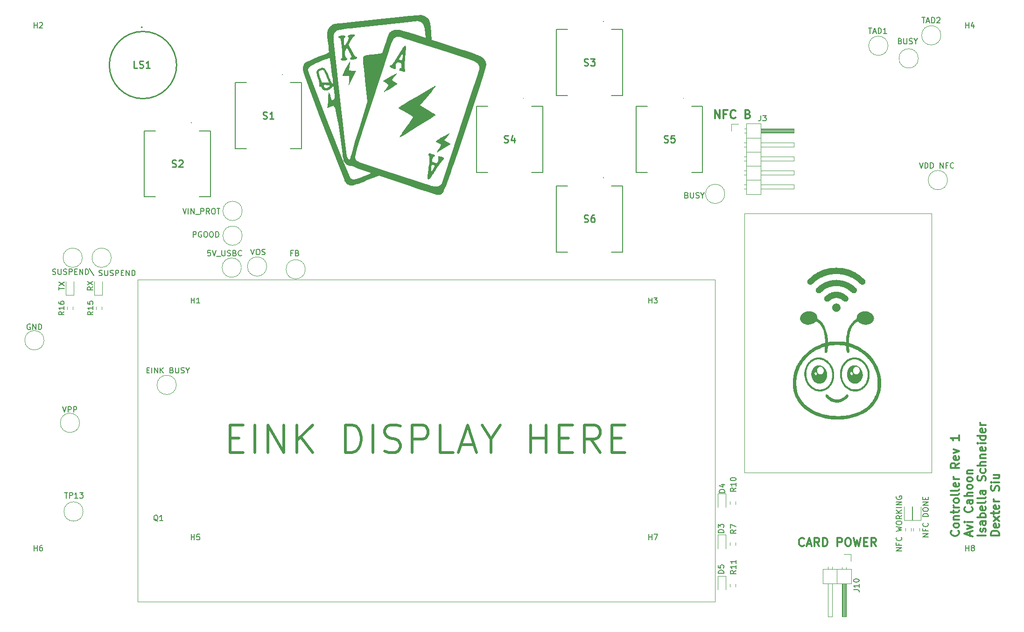
<source format=gbr>
%TF.GenerationSoftware,KiCad,Pcbnew,8.0.2*%
%TF.CreationDate,2025-01-19T23:48:52-05:00*%
%TF.ProjectId,Ecardz-Controller,45636172-647a-42d4-936f-6e74726f6c6c,rev?*%
%TF.SameCoordinates,Original*%
%TF.FileFunction,Legend,Top*%
%TF.FilePolarity,Positive*%
%FSLAX46Y46*%
G04 Gerber Fmt 4.6, Leading zero omitted, Abs format (unit mm)*
G04 Created by KiCad (PCBNEW 8.0.2) date 2025-01-19 23:48:52*
%MOMM*%
%LPD*%
G01*
G04 APERTURE LIST*
%ADD10C,0.000000*%
%ADD11C,0.100000*%
%ADD12C,0.300000*%
%ADD13C,0.500000*%
%ADD14C,0.150000*%
%ADD15C,0.254000*%
%ADD16C,0.120000*%
%ADD17C,0.200000*%
G04 APERTURE END LIST*
D10*
G36*
X208146078Y-156616159D02*
G01*
X208238965Y-156621704D01*
X208332595Y-156631569D01*
X208427425Y-156645723D01*
X208523909Y-156664135D01*
X208622500Y-156686775D01*
X208723655Y-156713610D01*
X208827828Y-156744611D01*
X209018996Y-156813222D01*
X209203260Y-156896953D01*
X209380166Y-156995216D01*
X209549258Y-157107421D01*
X209710082Y-157232979D01*
X209862183Y-157371301D01*
X210005106Y-157521798D01*
X210138397Y-157683882D01*
X210261601Y-157856961D01*
X210374262Y-158040449D01*
X210475927Y-158233755D01*
X210566140Y-158436291D01*
X210644447Y-158647466D01*
X210710393Y-158866693D01*
X210763524Y-159093383D01*
X210803383Y-159326945D01*
X210819454Y-159454380D01*
X210830665Y-159581286D01*
X210837075Y-159707545D01*
X210838744Y-159833043D01*
X210835731Y-159957662D01*
X210828095Y-160081286D01*
X210815896Y-160203799D01*
X210799194Y-160325085D01*
X210778048Y-160445027D01*
X210752516Y-160563510D01*
X210722660Y-160680416D01*
X210688537Y-160795630D01*
X210650209Y-160909035D01*
X210607733Y-161020515D01*
X210561169Y-161129954D01*
X210510578Y-161237236D01*
X210456017Y-161342244D01*
X210397547Y-161444861D01*
X210335228Y-161544973D01*
X210269118Y-161642462D01*
X210199276Y-161737212D01*
X210125764Y-161829107D01*
X210048639Y-161918030D01*
X209967961Y-162003866D01*
X209883790Y-162086498D01*
X209796185Y-162165810D01*
X209705206Y-162241685D01*
X209610911Y-162314007D01*
X209513361Y-162382661D01*
X209412615Y-162447529D01*
X209308732Y-162508495D01*
X209201772Y-162565444D01*
X209074482Y-162627208D01*
X209017116Y-162653098D01*
X208962654Y-162675908D01*
X208910136Y-162695824D01*
X208858599Y-162713032D01*
X208807083Y-162727718D01*
X208754626Y-162740069D01*
X208700267Y-162750270D01*
X208643046Y-162758507D01*
X208582001Y-162764967D01*
X208516170Y-162769835D01*
X208444593Y-162773297D01*
X208366309Y-162775540D01*
X208185772Y-162777111D01*
X208006958Y-162775554D01*
X207928920Y-162773344D01*
X207857248Y-162769945D01*
X207791033Y-162765182D01*
X207729366Y-162758879D01*
X207671337Y-162750861D01*
X207616036Y-162740951D01*
X207562555Y-162728974D01*
X207509982Y-162714754D01*
X207457410Y-162698116D01*
X207403928Y-162678884D01*
X207348628Y-162656882D01*
X207290599Y-162631934D01*
X207228931Y-162603866D01*
X207162716Y-162572500D01*
X207018453Y-162495957D01*
X206879419Y-162411931D01*
X206745719Y-162320546D01*
X206617454Y-162221927D01*
X206494730Y-162116197D01*
X206377648Y-162003480D01*
X206266313Y-161883901D01*
X206160828Y-161757583D01*
X206061296Y-161624651D01*
X205967820Y-161485228D01*
X205880504Y-161339438D01*
X205799451Y-161187406D01*
X205724765Y-161029256D01*
X205656549Y-160865111D01*
X205594905Y-160695095D01*
X205539939Y-160519334D01*
X205508427Y-160401907D01*
X205482640Y-160277763D01*
X205462517Y-160147790D01*
X205447996Y-160012876D01*
X205439015Y-159873912D01*
X205435511Y-159731784D01*
X205436294Y-159672667D01*
X205822161Y-159672667D01*
X205825964Y-159869313D01*
X205828920Y-159957332D01*
X205832744Y-160039335D01*
X205837560Y-160115964D01*
X205843493Y-160187860D01*
X205850666Y-160255663D01*
X205859203Y-160320014D01*
X205869228Y-160381553D01*
X205880865Y-160440922D01*
X205894239Y-160498762D01*
X205909473Y-160555713D01*
X205926692Y-160612415D01*
X205946019Y-160669511D01*
X205967579Y-160727639D01*
X205991495Y-160787443D01*
X206037445Y-160897386D01*
X206087902Y-161004870D01*
X206142741Y-161109749D01*
X206201838Y-161211879D01*
X206265069Y-161311115D01*
X206332311Y-161407313D01*
X206403438Y-161500327D01*
X206478328Y-161590013D01*
X206556855Y-161676227D01*
X206638896Y-161758823D01*
X206724328Y-161837657D01*
X206813025Y-161912585D01*
X206904865Y-161983461D01*
X206999722Y-162050141D01*
X207097473Y-162112479D01*
X207197994Y-162170333D01*
X207338540Y-162246070D01*
X207400602Y-162277613D01*
X207458498Y-162305271D01*
X207513212Y-162329290D01*
X207565724Y-162349919D01*
X207617016Y-162367406D01*
X207668071Y-162381999D01*
X207719869Y-162393947D01*
X207773394Y-162403497D01*
X207829627Y-162410897D01*
X207889549Y-162416395D01*
X207954143Y-162420240D01*
X208024390Y-162422679D01*
X208185772Y-162424332D01*
X208345087Y-162422720D01*
X208414642Y-162420379D01*
X208478688Y-162416726D01*
X208538145Y-162411543D01*
X208593933Y-162404613D01*
X208646972Y-162395720D01*
X208698182Y-162384645D01*
X208748482Y-162371173D01*
X208798792Y-162355087D01*
X208850033Y-162336168D01*
X208903123Y-162314200D01*
X208958984Y-162288967D01*
X209018534Y-162260250D01*
X209152382Y-162191500D01*
X209319302Y-162091484D01*
X209474799Y-161979825D01*
X209618901Y-161857321D01*
X209751636Y-161724772D01*
X209873034Y-161582979D01*
X209983123Y-161432740D01*
X210081930Y-161274856D01*
X210169485Y-161110126D01*
X210245816Y-160939350D01*
X210310951Y-160763327D01*
X210364919Y-160582858D01*
X210407748Y-160398741D01*
X210439467Y-160211777D01*
X210460103Y-160022766D01*
X210469686Y-159832506D01*
X210468244Y-159641798D01*
X210455805Y-159451442D01*
X210432398Y-159262237D01*
X210398051Y-159074982D01*
X210352792Y-158890478D01*
X210296650Y-158709524D01*
X210229654Y-158532920D01*
X210151831Y-158361466D01*
X210063211Y-158195961D01*
X209963821Y-158037205D01*
X209853691Y-157885997D01*
X209732847Y-157743138D01*
X209601320Y-157609426D01*
X209459137Y-157485663D01*
X209306327Y-157372647D01*
X209142918Y-157271178D01*
X208968938Y-157182056D01*
X208806499Y-157113340D01*
X208725523Y-157083992D01*
X208644741Y-157057977D01*
X208564176Y-157035290D01*
X208483852Y-157015926D01*
X208403791Y-156999880D01*
X208324017Y-156987146D01*
X208244552Y-156977719D01*
X208165422Y-156971595D01*
X208086647Y-156968767D01*
X208008253Y-156969231D01*
X207930262Y-156972982D01*
X207852697Y-156980014D01*
X207775581Y-156990323D01*
X207698939Y-157003903D01*
X207622792Y-157020748D01*
X207547165Y-157040855D01*
X207472080Y-157064217D01*
X207397562Y-157090829D01*
X207323632Y-157120687D01*
X207250315Y-157153785D01*
X207177633Y-157190118D01*
X207105611Y-157229680D01*
X207034270Y-157272467D01*
X206963635Y-157318474D01*
X206824574Y-157420125D01*
X206688613Y-157534592D01*
X206555939Y-157661833D01*
X206457006Y-157767046D01*
X206366404Y-157871515D01*
X206283863Y-157975985D01*
X206209114Y-158081198D01*
X206141890Y-158187899D01*
X206081921Y-158296833D01*
X206028939Y-158408744D01*
X205982675Y-158524375D01*
X205942860Y-158644471D01*
X205909225Y-158769776D01*
X205881503Y-158901034D01*
X205859423Y-159038989D01*
X205842718Y-159184386D01*
X205831118Y-159337969D01*
X205824355Y-159500481D01*
X205822161Y-159672667D01*
X205436294Y-159672667D01*
X205437423Y-159587383D01*
X205444689Y-159441597D01*
X205457246Y-159295315D01*
X205475033Y-159149425D01*
X205497988Y-159004817D01*
X205526048Y-158862380D01*
X205559152Y-158723002D01*
X205597238Y-158587572D01*
X205640243Y-158456979D01*
X205688106Y-158332111D01*
X205745310Y-158200574D01*
X205810710Y-158070918D01*
X205883737Y-157943701D01*
X205963824Y-157819481D01*
X206050401Y-157698816D01*
X206142900Y-157582265D01*
X206240752Y-157470386D01*
X206343390Y-157363736D01*
X206450245Y-157262874D01*
X206560748Y-157168358D01*
X206674331Y-157080746D01*
X206790426Y-157000596D01*
X206908463Y-156928466D01*
X207027876Y-156864914D01*
X207148094Y-156810499D01*
X207268550Y-156765778D01*
X207375203Y-156731046D01*
X207478508Y-156700914D01*
X207578918Y-156675349D01*
X207676890Y-156654322D01*
X207772877Y-156637801D01*
X207867335Y-156625755D01*
X207960718Y-156618154D01*
X208053480Y-156614965D01*
X208146078Y-156616159D01*
G37*
G36*
X126602236Y-99963040D02*
G01*
X126626198Y-99982467D01*
X126646736Y-100013166D01*
X126663926Y-100055274D01*
X126677842Y-100108933D01*
X126696153Y-100251456D01*
X126702268Y-100441853D01*
X126696787Y-100681239D01*
X126680309Y-100970731D01*
X126653434Y-101311444D01*
X126570889Y-102151000D01*
X126527289Y-102566533D01*
X126491956Y-102951144D01*
X126465222Y-103297720D01*
X126447418Y-103599152D01*
X126441968Y-103730717D01*
X126438874Y-103848329D01*
X126438178Y-103951100D01*
X126439921Y-104038140D01*
X126444145Y-104108561D01*
X126450890Y-104161474D01*
X126455221Y-104181088D01*
X126460199Y-104195991D01*
X126465827Y-104206072D01*
X126472112Y-104211222D01*
X126478684Y-104214236D01*
X126485165Y-104217970D01*
X126497826Y-104227510D01*
X126510032Y-104239654D01*
X126521721Y-104254216D01*
X126532831Y-104271011D01*
X126543301Y-104289852D01*
X126553067Y-104310553D01*
X126562069Y-104332929D01*
X126570244Y-104356793D01*
X126577531Y-104381960D01*
X126583866Y-104408242D01*
X126589189Y-104435455D01*
X126593437Y-104463412D01*
X126596547Y-104491927D01*
X126598459Y-104520814D01*
X126599111Y-104549887D01*
X126598280Y-104585282D01*
X126597239Y-104601752D01*
X126595776Y-104617411D01*
X126593889Y-104632264D01*
X126591576Y-104646316D01*
X126588834Y-104659571D01*
X126585661Y-104672037D01*
X126582054Y-104683716D01*
X126578009Y-104694616D01*
X126573526Y-104704740D01*
X126568601Y-104714095D01*
X126563231Y-104722684D01*
X126557415Y-104730514D01*
X126551149Y-104737589D01*
X126544430Y-104743915D01*
X126537257Y-104749497D01*
X126529627Y-104754340D01*
X126521536Y-104758449D01*
X126512984Y-104761830D01*
X126503966Y-104764487D01*
X126494480Y-104766426D01*
X126484524Y-104767651D01*
X126474096Y-104768169D01*
X126463191Y-104767984D01*
X126451809Y-104767101D01*
X126439947Y-104765526D01*
X126427601Y-104763263D01*
X126414769Y-104760318D01*
X126401449Y-104756696D01*
X126387638Y-104752403D01*
X126373334Y-104747443D01*
X126257358Y-104709079D01*
X126112278Y-104662777D01*
X126034612Y-104639130D01*
X125956615Y-104616475D01*
X125880602Y-104595804D01*
X125808890Y-104578110D01*
X125683957Y-104545506D01*
X125634295Y-104531570D01*
X125592592Y-104518358D01*
X125574589Y-104511824D01*
X125558413Y-104505229D01*
X125544010Y-104498495D01*
X125531325Y-104491542D01*
X125520303Y-104484289D01*
X125510892Y-104476656D01*
X125503036Y-104468563D01*
X125496681Y-104459930D01*
X125491773Y-104450677D01*
X125488257Y-104440724D01*
X125486080Y-104429990D01*
X125485188Y-104418396D01*
X125485525Y-104405862D01*
X125487038Y-104392306D01*
X125489672Y-104377651D01*
X125493373Y-104361814D01*
X125503760Y-104326278D01*
X125517765Y-104285057D01*
X125554889Y-104182999D01*
X125559021Y-104171300D01*
X125563467Y-104160020D01*
X125568214Y-104149164D01*
X125573245Y-104138736D01*
X125578544Y-104128743D01*
X125584097Y-104119189D01*
X125589887Y-104110079D01*
X125595900Y-104101419D01*
X125602119Y-104093214D01*
X125608530Y-104085468D01*
X125615116Y-104078188D01*
X125621862Y-104071378D01*
X125628753Y-104065043D01*
X125635773Y-104059189D01*
X125642907Y-104053821D01*
X125650140Y-104048944D01*
X125657454Y-104044562D01*
X125664836Y-104040682D01*
X125672270Y-104037309D01*
X125679740Y-104034447D01*
X125687230Y-104032102D01*
X125694726Y-104030278D01*
X125702211Y-104028982D01*
X125709671Y-104028218D01*
X125717089Y-104027991D01*
X125724450Y-104028307D01*
X125731739Y-104029171D01*
X125738940Y-104030588D01*
X125746038Y-104032563D01*
X125753017Y-104035101D01*
X125759861Y-104038207D01*
X125766556Y-104041887D01*
X125773128Y-104045199D01*
X125779610Y-104047213D01*
X125785993Y-104047957D01*
X125792270Y-104047455D01*
X125798434Y-104045733D01*
X125804476Y-104042817D01*
X125810389Y-104038734D01*
X125816166Y-104033509D01*
X125827276Y-104019735D01*
X125837746Y-104001704D01*
X125847512Y-103979621D01*
X125856514Y-103953693D01*
X125864689Y-103924127D01*
X125871975Y-103891130D01*
X125878311Y-103854908D01*
X125883633Y-103815669D01*
X125887881Y-103773618D01*
X125890992Y-103728963D01*
X125892904Y-103681910D01*
X125893555Y-103632666D01*
X125892845Y-103559506D01*
X125890523Y-103493209D01*
X125886300Y-103433360D01*
X125883384Y-103405725D01*
X125879885Y-103379548D01*
X125875766Y-103354776D01*
X125870990Y-103331358D01*
X125865522Y-103309242D01*
X125859325Y-103288377D01*
X125852363Y-103268710D01*
X125844601Y-103250191D01*
X125836001Y-103232767D01*
X125826528Y-103216388D01*
X125816146Y-103201000D01*
X125804817Y-103186553D01*
X125792507Y-103172995D01*
X125779179Y-103160274D01*
X125764797Y-103148338D01*
X125749324Y-103137136D01*
X125732725Y-103126617D01*
X125714963Y-103116727D01*
X125696002Y-103107417D01*
X125675806Y-103098634D01*
X125654339Y-103090326D01*
X125631564Y-103082442D01*
X125581948Y-103067738D01*
X125526668Y-103054109D01*
X125482192Y-103043681D01*
X125438756Y-103036164D01*
X125396404Y-103031495D01*
X125355184Y-103029608D01*
X125315143Y-103030440D01*
X125276326Y-103033925D01*
X125238780Y-103039999D01*
X125202553Y-103048598D01*
X125167689Y-103059656D01*
X125134236Y-103073110D01*
X125102241Y-103088894D01*
X125071749Y-103106944D01*
X125042808Y-103127196D01*
X125015463Y-103149584D01*
X124989762Y-103174045D01*
X124965750Y-103200513D01*
X124943475Y-103228924D01*
X124922983Y-103259214D01*
X124904320Y-103291318D01*
X124887533Y-103325171D01*
X124872668Y-103360708D01*
X124859772Y-103397866D01*
X124848891Y-103436579D01*
X124840073Y-103476782D01*
X124833363Y-103518413D01*
X124828807Y-103561404D01*
X124826454Y-103605693D01*
X124826348Y-103651215D01*
X124828536Y-103697904D01*
X124833066Y-103745696D01*
X124839982Y-103794528D01*
X124849333Y-103844333D01*
X124863286Y-103921596D01*
X124872980Y-103989496D01*
X124877797Y-104048259D01*
X124878181Y-104074285D01*
X124877114Y-104098113D01*
X124874518Y-104119770D01*
X124870314Y-104139285D01*
X124864425Y-104156687D01*
X124856774Y-104172003D01*
X124847284Y-104185263D01*
X124835876Y-104196494D01*
X124822474Y-104205726D01*
X124807000Y-104212986D01*
X124789375Y-104218303D01*
X124769524Y-104221705D01*
X124747368Y-104223221D01*
X124722829Y-104222880D01*
X124695831Y-104220709D01*
X124666295Y-104216737D01*
X124599302Y-104203504D01*
X124521229Y-104183409D01*
X124431457Y-104156679D01*
X124329366Y-104123540D01*
X124214334Y-104084221D01*
X124174117Y-104068986D01*
X124135521Y-104052461D01*
X124098593Y-104034763D01*
X124063384Y-104016008D01*
X124029942Y-103996313D01*
X123998316Y-103975794D01*
X123968556Y-103954567D01*
X123940711Y-103932748D01*
X123914829Y-103910453D01*
X123890960Y-103887799D01*
X123869153Y-103864903D01*
X123849457Y-103841880D01*
X123831921Y-103818846D01*
X123816594Y-103795919D01*
X123803526Y-103773214D01*
X123792765Y-103750847D01*
X123784360Y-103728935D01*
X123778361Y-103707594D01*
X123774816Y-103686940D01*
X123773775Y-103667090D01*
X123775287Y-103648159D01*
X123779401Y-103630265D01*
X123786166Y-103613523D01*
X123795631Y-103598050D01*
X123807846Y-103583962D01*
X123822858Y-103571375D01*
X123840718Y-103560405D01*
X123861474Y-103551169D01*
X123885176Y-103543783D01*
X123911873Y-103538364D01*
X123941613Y-103535027D01*
X123974446Y-103533888D01*
X123985682Y-103532740D01*
X123998189Y-103529331D01*
X124026811Y-103515946D01*
X124059897Y-103494170D01*
X124097035Y-103464435D01*
X124137811Y-103427177D01*
X124181812Y-103382828D01*
X124228624Y-103331823D01*
X124277834Y-103274597D01*
X124329028Y-103211583D01*
X124381793Y-103143215D01*
X124435716Y-103069927D01*
X124490383Y-102992154D01*
X124545380Y-102910330D01*
X124600295Y-102824888D01*
X124654714Y-102736263D01*
X124708223Y-102644888D01*
X124831309Y-102447333D01*
X125470223Y-102447333D01*
X125470592Y-102451342D01*
X125471687Y-102455429D01*
X125473490Y-102459588D01*
X125475983Y-102463814D01*
X125482966Y-102472447D01*
X125492492Y-102481287D01*
X125504415Y-102490293D01*
X125518592Y-102499422D01*
X125534877Y-102508635D01*
X125553126Y-102517888D01*
X125573193Y-102527142D01*
X125594935Y-102536354D01*
X125618207Y-102545484D01*
X125642863Y-102554489D01*
X125695752Y-102571963D01*
X125752445Y-102588445D01*
X125792842Y-102597298D01*
X125829560Y-102602390D01*
X125862888Y-102603265D01*
X125878371Y-102601979D01*
X125893115Y-102599468D01*
X125907156Y-102595676D01*
X125920531Y-102590546D01*
X125933275Y-102584020D01*
X125945425Y-102576042D01*
X125957017Y-102566555D01*
X125968087Y-102555502D01*
X125978671Y-102542826D01*
X125988806Y-102528471D01*
X126007871Y-102494496D01*
X126025572Y-102453120D01*
X126042198Y-102403890D01*
X126058039Y-102346350D01*
X126073383Y-102280045D01*
X126088521Y-102204522D01*
X126103742Y-102119325D01*
X126119335Y-102023999D01*
X126134466Y-101898818D01*
X126147777Y-101779259D01*
X126158774Y-101668300D01*
X126166960Y-101568916D01*
X126171838Y-101484084D01*
X126172882Y-101448055D01*
X126172913Y-101416780D01*
X126171869Y-101390632D01*
X126169688Y-101369982D01*
X126166309Y-101355203D01*
X126164150Y-101350131D01*
X126161669Y-101346666D01*
X126154719Y-101345738D01*
X126144601Y-101350655D01*
X126115752Y-101376597D01*
X126076897Y-101421638D01*
X126029817Y-101482926D01*
X125918085Y-101642834D01*
X125794778Y-101833499D01*
X125674117Y-102032102D01*
X125570323Y-102215822D01*
X125529196Y-102294970D01*
X125497618Y-102361839D01*
X125477368Y-102413578D01*
X125472046Y-102432882D01*
X125470223Y-102447333D01*
X124831309Y-102447333D01*
X125270903Y-101741777D01*
X125865334Y-100796331D01*
X126020380Y-100558227D01*
X126157836Y-100357950D01*
X126278301Y-100196616D01*
X126382373Y-100075342D01*
X126470654Y-99995244D01*
X126509060Y-99970985D01*
X126543742Y-99957438D01*
X126574776Y-99954743D01*
X126602236Y-99963040D01*
G37*
G36*
X204925861Y-144692567D02*
G01*
X205068457Y-144703010D01*
X205209561Y-144720320D01*
X205348978Y-144744418D01*
X205486514Y-144775226D01*
X205621975Y-144812665D01*
X205755165Y-144856657D01*
X205885891Y-144907124D01*
X206013958Y-144963987D01*
X206139172Y-145027167D01*
X206261338Y-145096588D01*
X206380262Y-145172169D01*
X206495750Y-145253833D01*
X206607607Y-145341501D01*
X206715639Y-145435095D01*
X206819651Y-145534536D01*
X206839674Y-145555604D01*
X206858405Y-145577435D01*
X206875844Y-145599981D01*
X206891991Y-145623188D01*
X206906846Y-145647007D01*
X206920410Y-145671386D01*
X206932682Y-145696275D01*
X206943662Y-145721623D01*
X206953350Y-145747378D01*
X206961747Y-145773489D01*
X206968852Y-145799906D01*
X206974665Y-145826579D01*
X206979186Y-145853454D01*
X206982415Y-145880483D01*
X206984353Y-145907614D01*
X206984999Y-145934795D01*
X206984353Y-145961977D01*
X206982415Y-145989108D01*
X206979186Y-146016136D01*
X206974665Y-146043012D01*
X206968852Y-146069684D01*
X206961747Y-146096102D01*
X206953350Y-146122213D01*
X206943662Y-146147968D01*
X206932682Y-146173316D01*
X206920410Y-146198205D01*
X206906846Y-146222584D01*
X206891991Y-146246403D01*
X206875844Y-146269610D01*
X206858405Y-146292155D01*
X206839674Y-146313987D01*
X206819651Y-146335055D01*
X206798766Y-146354895D01*
X206777081Y-146373478D01*
X206754650Y-146390800D01*
X206731526Y-146406859D01*
X206707762Y-146421651D01*
X206683413Y-146435174D01*
X206658530Y-146447423D01*
X206633167Y-146458397D01*
X206607378Y-146468091D01*
X206581216Y-146476502D01*
X206554734Y-146483629D01*
X206527985Y-146489466D01*
X206501023Y-146494012D01*
X206473902Y-146497263D01*
X206446673Y-146499216D01*
X206419392Y-146499867D01*
X206392134Y-146499215D01*
X206364970Y-146497259D01*
X206337944Y-146493998D01*
X206311100Y-146489433D01*
X206284482Y-146483563D01*
X206258133Y-146476390D01*
X206232098Y-146467911D01*
X206206420Y-146458129D01*
X206181143Y-146447042D01*
X206156312Y-146434651D01*
X206131970Y-146420956D01*
X206108161Y-146405956D01*
X206084929Y-146389652D01*
X206062317Y-146372044D01*
X206040371Y-146353131D01*
X206019132Y-146332914D01*
X205956044Y-146272848D01*
X205890473Y-146216295D01*
X205822543Y-146163302D01*
X205752382Y-146113922D01*
X205680113Y-146068204D01*
X205605863Y-146026198D01*
X205529757Y-145987955D01*
X205451920Y-145953524D01*
X205372477Y-145922956D01*
X205291555Y-145896301D01*
X205209278Y-145873610D01*
X205125772Y-145854931D01*
X205041163Y-145840316D01*
X204955575Y-145829815D01*
X204869134Y-145823477D01*
X204781966Y-145821353D01*
X204694798Y-145823477D01*
X204608358Y-145829815D01*
X204522770Y-145840316D01*
X204438160Y-145854931D01*
X204354655Y-145873610D01*
X204272378Y-145896301D01*
X204191455Y-145922956D01*
X204112013Y-145953524D01*
X204034176Y-145987955D01*
X203958070Y-146026198D01*
X203883819Y-146068204D01*
X203811551Y-146113922D01*
X203741389Y-146163302D01*
X203673460Y-146216295D01*
X203607889Y-146272848D01*
X203544800Y-146332914D01*
X203523733Y-146352937D01*
X203501901Y-146371667D01*
X203479356Y-146389106D01*
X203456148Y-146405254D01*
X203432330Y-146420109D01*
X203407950Y-146433673D01*
X203383061Y-146445945D01*
X203357714Y-146456925D01*
X203331959Y-146466613D01*
X203305847Y-146475010D01*
X203279430Y-146482115D01*
X203252758Y-146487928D01*
X203225882Y-146492449D01*
X203198853Y-146495678D01*
X203171723Y-146497616D01*
X203144541Y-146498262D01*
X203117359Y-146497616D01*
X203090229Y-146495678D01*
X203063200Y-146492449D01*
X203036324Y-146487928D01*
X203009652Y-146482115D01*
X202983235Y-146475010D01*
X202957123Y-146466613D01*
X202931368Y-146456925D01*
X202906021Y-146445945D01*
X202881132Y-146433673D01*
X202856752Y-146420109D01*
X202832934Y-146405254D01*
X202809726Y-146389106D01*
X202787181Y-146371667D01*
X202765349Y-146352937D01*
X202744282Y-146332914D01*
X202724259Y-146311847D01*
X202705528Y-146290015D01*
X202688089Y-146267470D01*
X202671942Y-146244262D01*
X202657086Y-146220443D01*
X202643523Y-146196064D01*
X202631251Y-146171175D01*
X202620271Y-146145828D01*
X202610582Y-146120073D01*
X202602186Y-146093961D01*
X202595081Y-146067544D01*
X202589268Y-146040872D01*
X202584747Y-146013996D01*
X202581517Y-145986967D01*
X202579580Y-145959836D01*
X202578934Y-145932655D01*
X202579580Y-145905473D01*
X202581517Y-145878342D01*
X202584747Y-145851314D01*
X202589268Y-145824438D01*
X202595081Y-145797766D01*
X202602186Y-145771348D01*
X202610582Y-145745237D01*
X202620271Y-145719482D01*
X202631251Y-145694134D01*
X202643523Y-145669245D01*
X202657086Y-145644866D01*
X202671942Y-145621047D01*
X202688089Y-145597840D01*
X202705528Y-145575295D01*
X202724259Y-145553463D01*
X202744282Y-145532395D01*
X202848294Y-145433331D01*
X202956326Y-145340066D01*
X203068183Y-145252684D01*
X203183671Y-145171266D01*
X203302595Y-145095892D01*
X203424761Y-145026645D01*
X203549975Y-144963606D01*
X203678042Y-144906856D01*
X203808768Y-144856478D01*
X203941958Y-144812552D01*
X204077418Y-144775161D01*
X204214954Y-144744385D01*
X204354371Y-144720306D01*
X204495475Y-144703006D01*
X204638072Y-144692566D01*
X204781966Y-144689068D01*
X204925861Y-144692567D01*
G37*
G36*
X116554482Y-102829439D02*
G01*
X116556637Y-102832722D01*
X116559993Y-102845586D01*
X116563024Y-102894919D01*
X116561426Y-102972696D01*
X116555528Y-103075277D01*
X116545661Y-103199025D01*
X116532156Y-103340301D01*
X116515344Y-103495468D01*
X116495555Y-103660887D01*
X116410889Y-104507555D01*
X117045889Y-104549887D01*
X117680889Y-104592221D01*
X116989444Y-105932778D01*
X116283888Y-107273332D01*
X116354445Y-106384332D01*
X116410889Y-105509444D01*
X115790000Y-105509444D01*
X115727216Y-105508958D01*
X115666087Y-105507542D01*
X115606941Y-105505258D01*
X115550111Y-105502168D01*
X115495927Y-105498333D01*
X115444719Y-105493817D01*
X115396818Y-105488680D01*
X115352556Y-105482985D01*
X115312262Y-105476794D01*
X115276267Y-105470169D01*
X115244903Y-105463172D01*
X115218500Y-105455865D01*
X115197388Y-105448310D01*
X115188920Y-105444458D01*
X115181899Y-105440568D01*
X115176366Y-105436647D01*
X115172363Y-105432703D01*
X115169931Y-105428743D01*
X115169111Y-105424776D01*
X115172529Y-105407861D01*
X115182561Y-105378750D01*
X115221146Y-105286752D01*
X115282220Y-105154405D01*
X115363139Y-104987332D01*
X115573923Y-104571495D01*
X115832334Y-104084221D01*
X115967436Y-103831737D01*
X116095594Y-103596285D01*
X116213829Y-103382993D01*
X116319167Y-103196985D01*
X116408629Y-103043389D01*
X116479240Y-102927331D01*
X116506546Y-102884980D01*
X116528023Y-102853937D01*
X116543298Y-102834840D01*
X116548494Y-102829973D01*
X116552001Y-102828333D01*
X116554482Y-102829439D01*
G37*
G36*
X132035865Y-107253729D02*
G01*
X132041371Y-107254370D01*
X132046608Y-107255384D01*
X132051558Y-107256775D01*
X132056203Y-107258548D01*
X132060526Y-107260709D01*
X132064507Y-107263263D01*
X132068129Y-107266215D01*
X132071374Y-107269569D01*
X132074223Y-107273332D01*
X132083904Y-107289518D01*
X132085523Y-107312855D01*
X132077633Y-107345204D01*
X132058788Y-107388427D01*
X132027541Y-107444382D01*
X131982445Y-107514930D01*
X131844916Y-107707249D01*
X131634628Y-107980266D01*
X131340003Y-108348864D01*
X130451445Y-109432334D01*
X129280223Y-110843445D01*
X130691335Y-111676000D01*
X130974797Y-111842108D01*
X131239242Y-111999452D01*
X131478883Y-112144560D01*
X131687930Y-112273957D01*
X131860598Y-112384173D01*
X131991098Y-112471734D01*
X132038726Y-112505933D01*
X132073642Y-112533167D01*
X132095122Y-112553000D01*
X132100598Y-112560006D01*
X132102443Y-112565000D01*
X131826891Y-112765146D01*
X131099232Y-113240128D01*
X128881583Y-114642861D01*
X126637476Y-116029718D01*
X125876744Y-116484856D01*
X125554889Y-116657221D01*
X125550419Y-116656072D01*
X125547575Y-116652663D01*
X125546648Y-116639279D01*
X125551881Y-116617502D01*
X125563047Y-116587768D01*
X125579917Y-116550509D01*
X125602266Y-116506160D01*
X125662486Y-116397929D01*
X125741889Y-116266547D01*
X125838655Y-116115487D01*
X125950965Y-115948221D01*
X126077001Y-115768222D01*
X126562262Y-115084329D01*
X126971953Y-114501308D01*
X127308552Y-114015521D01*
X127574541Y-113623331D01*
X127681832Y-113461198D01*
X127772400Y-113321100D01*
X127846556Y-113202582D01*
X127904609Y-113105189D01*
X127946870Y-113028467D01*
X127973649Y-112971961D01*
X127981330Y-112951146D01*
X127985256Y-112935216D01*
X127985467Y-112924111D01*
X127982001Y-112917777D01*
X127875699Y-112843997D01*
X127644877Y-112700598D01*
X126957181Y-112291596D01*
X126213922Y-111864074D01*
X125913647Y-111697524D01*
X125710111Y-111591333D01*
X125671116Y-111569701D01*
X125633630Y-111547263D01*
X125597838Y-111524205D01*
X125563929Y-111500713D01*
X125532086Y-111476973D01*
X125502496Y-111453171D01*
X125475345Y-111429492D01*
X125450820Y-111406124D01*
X125429105Y-111383252D01*
X125419361Y-111372060D01*
X125410388Y-111361062D01*
X125402212Y-111350281D01*
X125394854Y-111339741D01*
X125388339Y-111329463D01*
X125382690Y-111319473D01*
X125377929Y-111309793D01*
X125374081Y-111300446D01*
X125371167Y-111291455D01*
X125369213Y-111282845D01*
X125368240Y-111274637D01*
X125368272Y-111266856D01*
X125369333Y-111259525D01*
X125371445Y-111252666D01*
X125393004Y-111227692D01*
X125446024Y-111185169D01*
X125639996Y-111051361D01*
X125940464Y-110859015D01*
X126334528Y-110615901D01*
X127351850Y-110008462D01*
X128588777Y-109291222D01*
X129824824Y-108571996D01*
X130857140Y-107961249D01*
X131577247Y-107525127D01*
X131786323Y-107393221D01*
X131847185Y-107352424D01*
X131876668Y-107329776D01*
X131883362Y-107323287D01*
X131890204Y-107317050D01*
X131897175Y-107311072D01*
X131904257Y-107305357D01*
X131911431Y-107299912D01*
X131918681Y-107294740D01*
X131925988Y-107289847D01*
X131933333Y-107285238D01*
X131940699Y-107280919D01*
X131948068Y-107276894D01*
X131955421Y-107273169D01*
X131962741Y-107269749D01*
X131970008Y-107266639D01*
X131977206Y-107263844D01*
X131984317Y-107261370D01*
X131991321Y-107259221D01*
X131998201Y-107257403D01*
X132004939Y-107255920D01*
X132011517Y-107254779D01*
X132017917Y-107253984D01*
X132024120Y-107253541D01*
X132030109Y-107253454D01*
X132035865Y-107253729D01*
G37*
D11*
X188092161Y-130500000D02*
X222092161Y-130500000D01*
X222092161Y-177500000D01*
X188092161Y-177500000D01*
X188092161Y-130500000D01*
D10*
G36*
X206783875Y-163317658D02*
G01*
X206794570Y-163319165D01*
X206805074Y-163321774D01*
X206815451Y-163325459D01*
X206825766Y-163330199D01*
X206836083Y-163335970D01*
X206846468Y-163342749D01*
X206856985Y-163350512D01*
X206867698Y-163359236D01*
X206878672Y-163368898D01*
X206889971Y-163379475D01*
X206901661Y-163390943D01*
X206923997Y-163416291D01*
X206942104Y-163443328D01*
X206956055Y-163471964D01*
X206965919Y-163502110D01*
X206971767Y-163533677D01*
X206973672Y-163566576D01*
X206971703Y-163600718D01*
X206965933Y-163636014D01*
X206956431Y-163672374D01*
X206943269Y-163709710D01*
X206926518Y-163747932D01*
X206906250Y-163786951D01*
X206855443Y-163867023D01*
X206791418Y-163949215D01*
X206714742Y-164032812D01*
X206625984Y-164117101D01*
X206525713Y-164201370D01*
X206414497Y-164284905D01*
X206292904Y-164366993D01*
X206161503Y-164446921D01*
X206020862Y-164523976D01*
X205871550Y-164597445D01*
X205698809Y-164671042D01*
X205524808Y-164730480D01*
X205349938Y-164775821D01*
X205174593Y-164807127D01*
X204999165Y-164824459D01*
X204824048Y-164827880D01*
X204649633Y-164817451D01*
X204476313Y-164793236D01*
X204304482Y-164755295D01*
X204134533Y-164703691D01*
X203966856Y-164638485D01*
X203801847Y-164559741D01*
X203639896Y-164467519D01*
X203481398Y-164361882D01*
X203326744Y-164242892D01*
X203176328Y-164110610D01*
X203113321Y-164049741D01*
X203056577Y-163991424D01*
X203006075Y-163935567D01*
X202983159Y-163908532D01*
X202961795Y-163882077D01*
X202941982Y-163856190D01*
X202923716Y-163830860D01*
X202906996Y-163806076D01*
X202891818Y-163781825D01*
X202878180Y-163758095D01*
X202866080Y-163734877D01*
X202855514Y-163712156D01*
X202846481Y-163689923D01*
X202838977Y-163668165D01*
X202833000Y-163646871D01*
X202828548Y-163626030D01*
X202825617Y-163605628D01*
X202824206Y-163585656D01*
X202824312Y-163566101D01*
X202825931Y-163546952D01*
X202829062Y-163528196D01*
X202833702Y-163509823D01*
X202839849Y-163491821D01*
X202847499Y-163474178D01*
X202856651Y-163456883D01*
X202867301Y-163439923D01*
X202879447Y-163423288D01*
X202893086Y-163406965D01*
X202908217Y-163390943D01*
X202931063Y-163368831D01*
X202952410Y-163350305D01*
X202972910Y-163335645D01*
X202983046Y-163329851D01*
X202993214Y-163325129D01*
X203003496Y-163321512D01*
X203013972Y-163319036D01*
X203024726Y-163317736D01*
X203035837Y-163317646D01*
X203047387Y-163318802D01*
X203059458Y-163321238D01*
X203072131Y-163324989D01*
X203085487Y-163330090D01*
X203099609Y-163336576D01*
X203114576Y-163344482D01*
X203147375Y-163364692D01*
X203184536Y-163391001D01*
X203226709Y-163423686D01*
X203274546Y-163463027D01*
X203328698Y-163509304D01*
X203458550Y-163623777D01*
X203556797Y-163709894D01*
X203650869Y-163788508D01*
X203741386Y-163859887D01*
X203828967Y-163924300D01*
X203914233Y-163982016D01*
X203997804Y-164033303D01*
X204080301Y-164078430D01*
X204162342Y-164117667D01*
X204244549Y-164151280D01*
X204327541Y-164179540D01*
X204411939Y-164202715D01*
X204498363Y-164221074D01*
X204587432Y-164234886D01*
X204679768Y-164244418D01*
X204775989Y-164249941D01*
X204876717Y-164251722D01*
X204976773Y-164249233D01*
X205075898Y-164241731D01*
X205174156Y-164229165D01*
X205271607Y-164211483D01*
X205368314Y-164188633D01*
X205464339Y-164160565D01*
X205559744Y-164127225D01*
X205654591Y-164088562D01*
X205748942Y-164044525D01*
X205842859Y-163995062D01*
X205936403Y-163940121D01*
X206029638Y-163879651D01*
X206122625Y-163813600D01*
X206215425Y-163741916D01*
X206308102Y-163664547D01*
X206400716Y-163581443D01*
X206458432Y-163529074D01*
X206510215Y-163482969D01*
X206556583Y-163442940D01*
X206577897Y-163425147D01*
X206598051Y-163408803D01*
X206617110Y-163393885D01*
X206635138Y-163380371D01*
X206652199Y-163368236D01*
X206668359Y-163357458D01*
X206683682Y-163348012D01*
X206698231Y-163339877D01*
X206712073Y-163333029D01*
X206725272Y-163327444D01*
X206737892Y-163323099D01*
X206749997Y-163319972D01*
X206761654Y-163318038D01*
X206772925Y-163317274D01*
X206783875Y-163317658D01*
G37*
G36*
X204820848Y-146817633D02*
G01*
X204859219Y-146820551D01*
X204897033Y-146825356D01*
X204934240Y-146832000D01*
X204970795Y-146840437D01*
X205006650Y-146850619D01*
X205041757Y-146862497D01*
X205076069Y-146876026D01*
X205109538Y-146891157D01*
X205142116Y-146907843D01*
X205173757Y-146926036D01*
X205204413Y-146945689D01*
X205234036Y-146966755D01*
X205262579Y-146989185D01*
X205289995Y-147012933D01*
X205316235Y-147037951D01*
X205341253Y-147064191D01*
X205365001Y-147091607D01*
X205387432Y-147120150D01*
X205408497Y-147149773D01*
X205428150Y-147180429D01*
X205446343Y-147212070D01*
X205463029Y-147244649D01*
X205478160Y-147278118D01*
X205491689Y-147312429D01*
X205503568Y-147347536D01*
X205513749Y-147383391D01*
X205522186Y-147419946D01*
X205528831Y-147457154D01*
X205533636Y-147494967D01*
X205536553Y-147533338D01*
X205537536Y-147572220D01*
X205536553Y-147611101D01*
X205533636Y-147649473D01*
X205528831Y-147687286D01*
X205522186Y-147724494D01*
X205513749Y-147761049D01*
X205503568Y-147796903D01*
X205491689Y-147832010D01*
X205478160Y-147866322D01*
X205463029Y-147899791D01*
X205446343Y-147932369D01*
X205428150Y-147964010D01*
X205408497Y-147994666D01*
X205387432Y-148024289D01*
X205365001Y-148052832D01*
X205341253Y-148080248D01*
X205316235Y-148106488D01*
X205289995Y-148131506D01*
X205262579Y-148155254D01*
X205234036Y-148177685D01*
X205204413Y-148198750D01*
X205173757Y-148218403D01*
X205142116Y-148236596D01*
X205109538Y-148253282D01*
X205076069Y-148268413D01*
X205041757Y-148281942D01*
X205006650Y-148293821D01*
X204970795Y-148304002D01*
X204934240Y-148312439D01*
X204897033Y-148319084D01*
X204859219Y-148323888D01*
X204820848Y-148326806D01*
X204781967Y-148327789D01*
X204743085Y-148326806D01*
X204704714Y-148323888D01*
X204666901Y-148319084D01*
X204629693Y-148312439D01*
X204593138Y-148304002D01*
X204557283Y-148293821D01*
X204522176Y-148281942D01*
X204487865Y-148268413D01*
X204454396Y-148253282D01*
X204421817Y-148236596D01*
X204390176Y-148218403D01*
X204359520Y-148198750D01*
X204329897Y-148177685D01*
X204301354Y-148155254D01*
X204273938Y-148131506D01*
X204247698Y-148106488D01*
X204222680Y-148080248D01*
X204198932Y-148052832D01*
X204176501Y-148024289D01*
X204155436Y-147994666D01*
X204135783Y-147964010D01*
X204117590Y-147932369D01*
X204100904Y-147899791D01*
X204085773Y-147866322D01*
X204072244Y-147832010D01*
X204060365Y-147796903D01*
X204050184Y-147761049D01*
X204041747Y-147724494D01*
X204035102Y-147687286D01*
X204030297Y-147649473D01*
X204027380Y-147611101D01*
X204026396Y-147572220D01*
X204027380Y-147533338D01*
X204030297Y-147494967D01*
X204035102Y-147457154D01*
X204041747Y-147419946D01*
X204050184Y-147383391D01*
X204060365Y-147347536D01*
X204072244Y-147312429D01*
X204085773Y-147278118D01*
X204100904Y-147244649D01*
X204117590Y-147212070D01*
X204135783Y-147180429D01*
X204155436Y-147149773D01*
X204176501Y-147120150D01*
X204198932Y-147091607D01*
X204222680Y-147064191D01*
X204247698Y-147037951D01*
X204273938Y-147012933D01*
X204301354Y-146989185D01*
X204329897Y-146966755D01*
X204359520Y-146945689D01*
X204390176Y-146926036D01*
X204421817Y-146907843D01*
X204454396Y-146891157D01*
X204487865Y-146876026D01*
X204522176Y-146862497D01*
X204557283Y-146850619D01*
X204593138Y-146840437D01*
X204629693Y-146832000D01*
X204666901Y-146825356D01*
X204704714Y-146820551D01*
X204743085Y-146817633D01*
X204781967Y-146816650D01*
X204820848Y-146817633D01*
G37*
G36*
X125018666Y-105015555D02*
G01*
X125022019Y-105018856D01*
X125024154Y-105023444D01*
X125025096Y-105029283D01*
X125024868Y-105036335D01*
X125020992Y-105053940D01*
X125012714Y-105075968D01*
X125000218Y-105102130D01*
X124983692Y-105132136D01*
X124963322Y-105165699D01*
X124939292Y-105202527D01*
X124911790Y-105242331D01*
X124881001Y-105284823D01*
X124810308Y-105376711D01*
X124728701Y-105475874D01*
X124637668Y-105579999D01*
X124549997Y-105684813D01*
X124468114Y-105786154D01*
X124393837Y-105881872D01*
X124360120Y-105926951D01*
X124328986Y-105969819D01*
X124300664Y-106010205D01*
X124275380Y-106047843D01*
X124253362Y-106082463D01*
X124234838Y-106113796D01*
X124220034Y-106141574D01*
X124209179Y-106165528D01*
X124205303Y-106175986D01*
X124202499Y-106185389D01*
X124200795Y-106193700D01*
X124200221Y-106200888D01*
X124200877Y-106206507D01*
X124202822Y-106212764D01*
X124210447Y-106227099D01*
X124222825Y-106243708D01*
X124239689Y-106262404D01*
X124260769Y-106283003D01*
X124285798Y-106305316D01*
X124314506Y-106329160D01*
X124346625Y-106354347D01*
X124420019Y-106408007D01*
X124503832Y-106464810D01*
X124595912Y-106523265D01*
X124694110Y-106581886D01*
X124743841Y-106608479D01*
X124792310Y-106635217D01*
X124839250Y-106661913D01*
X124884391Y-106688382D01*
X124927465Y-106714437D01*
X124968203Y-106739893D01*
X125006337Y-106764564D01*
X125041597Y-106788263D01*
X125073716Y-106810804D01*
X125102424Y-106832002D01*
X125127452Y-106851670D01*
X125148532Y-106869622D01*
X125165396Y-106885673D01*
X125172163Y-106892927D01*
X125177774Y-106899636D01*
X125182197Y-106905777D01*
X125185398Y-106911326D01*
X125187343Y-106916260D01*
X125187999Y-106920555D01*
X125179793Y-106933738D01*
X125158403Y-106954410D01*
X125079548Y-107016108D01*
X124801929Y-107206085D01*
X124410869Y-107456584D01*
X123962097Y-107733707D01*
X123511341Y-108003554D01*
X123114328Y-108232226D01*
X122826787Y-108385822D01*
X122741483Y-108423873D01*
X122716495Y-108431358D01*
X122704445Y-108430443D01*
X122702334Y-108427100D01*
X122701279Y-108422389D01*
X122702268Y-108409001D01*
X122707266Y-108390570D01*
X122716131Y-108367384D01*
X122728716Y-108339734D01*
X122744877Y-108307908D01*
X122787348Y-108232888D01*
X122842387Y-108144638D01*
X122908836Y-108045474D01*
X122985537Y-107937712D01*
X123071333Y-107823665D01*
X123113295Y-107767838D01*
X123154347Y-107711741D01*
X123194241Y-107655769D01*
X123232730Y-107600313D01*
X123269565Y-107545767D01*
X123304498Y-107492523D01*
X123337281Y-107440974D01*
X123367667Y-107391513D01*
X123395407Y-107344532D01*
X123420253Y-107300425D01*
X123441957Y-107259583D01*
X123460271Y-107222400D01*
X123474947Y-107189268D01*
X123485738Y-107160581D01*
X123492393Y-107136730D01*
X123494094Y-107126742D01*
X123494667Y-107118109D01*
X123494011Y-107111127D01*
X123492063Y-107103430D01*
X123484415Y-107086001D01*
X123471971Y-107066051D01*
X123454980Y-107043806D01*
X123433689Y-107019494D01*
X123408347Y-106993343D01*
X123379202Y-106965579D01*
X123346501Y-106936430D01*
X123310493Y-106906124D01*
X123271426Y-106874887D01*
X123229547Y-106842948D01*
X123185106Y-106810533D01*
X123138349Y-106777870D01*
X123089525Y-106745187D01*
X123038882Y-106712710D01*
X122986669Y-106680667D01*
X122478667Y-106398444D01*
X123720445Y-105678777D01*
X123969539Y-105535681D01*
X124205074Y-105404492D01*
X124421426Y-105287855D01*
X124612973Y-105188416D01*
X124774093Y-105108821D01*
X124841486Y-105077291D01*
X124899163Y-105051715D01*
X124946423Y-105032423D01*
X124982562Y-105019745D01*
X125006877Y-105014012D01*
X125014381Y-105013853D01*
X125018666Y-105015555D01*
G37*
G36*
X117218437Y-97917707D02*
G01*
X117245311Y-97919001D01*
X117269903Y-97921194D01*
X117292304Y-97924296D01*
X117312605Y-97928318D01*
X117330895Y-97933270D01*
X117347266Y-97939163D01*
X117361807Y-97946007D01*
X117368420Y-97949789D01*
X117374610Y-97953812D01*
X117380387Y-97958078D01*
X117385764Y-97962588D01*
X117390751Y-97967344D01*
X117395360Y-97972346D01*
X117399602Y-97977597D01*
X117403488Y-97983097D01*
X117410239Y-97994850D01*
X117415703Y-98007616D01*
X117419971Y-98021405D01*
X117423134Y-98036227D01*
X117425280Y-98052093D01*
X117426502Y-98069014D01*
X117426889Y-98086999D01*
X117426602Y-98097580D01*
X117425752Y-98108148D01*
X117424354Y-98118691D01*
X117422424Y-98129195D01*
X117419977Y-98139647D01*
X117417029Y-98150034D01*
X117413595Y-98160344D01*
X117409691Y-98170563D01*
X117405332Y-98180679D01*
X117400534Y-98190679D01*
X117395312Y-98200550D01*
X117389682Y-98210278D01*
X117377259Y-98229258D01*
X117363389Y-98247513D01*
X117348196Y-98264942D01*
X117331804Y-98281441D01*
X117314338Y-98296906D01*
X117295920Y-98311234D01*
X117276676Y-98324322D01*
X117256729Y-98336066D01*
X117236203Y-98346364D01*
X117215222Y-98355111D01*
X117192609Y-98368940D01*
X117167266Y-98389011D01*
X117139444Y-98414952D01*
X117109389Y-98446392D01*
X117077349Y-98482958D01*
X117043574Y-98524278D01*
X117008309Y-98569981D01*
X116971805Y-98619693D01*
X116896068Y-98729661D01*
X116818347Y-98851204D01*
X116740625Y-98981345D01*
X116664888Y-99117110D01*
X116326222Y-99794444D01*
X116890668Y-100880999D01*
X116949145Y-100993354D01*
X117007911Y-101102505D01*
X117066595Y-101207894D01*
X117124823Y-101308963D01*
X117182226Y-101405154D01*
X117238429Y-101495908D01*
X117293061Y-101580668D01*
X117345750Y-101658875D01*
X117396124Y-101729971D01*
X117443811Y-101793399D01*
X117488439Y-101848600D01*
X117529635Y-101895016D01*
X117548830Y-101914755D01*
X117567028Y-101932088D01*
X117584182Y-101946947D01*
X117600246Y-101959260D01*
X117615172Y-101968958D01*
X117628916Y-101975972D01*
X117641429Y-101980231D01*
X117652666Y-101981667D01*
X117663165Y-101981913D01*
X117673488Y-101982645D01*
X117683625Y-101983853D01*
X117693566Y-101985525D01*
X117703300Y-101987652D01*
X117712817Y-101990224D01*
X117722107Y-101993230D01*
X117731159Y-101996660D01*
X117739963Y-102000502D01*
X117748508Y-102004748D01*
X117756785Y-102009387D01*
X117764783Y-102014408D01*
X117772492Y-102019802D01*
X117779900Y-102025557D01*
X117786999Y-102031663D01*
X117793777Y-102038110D01*
X117800225Y-102044889D01*
X117806331Y-102051987D01*
X117812086Y-102059396D01*
X117817479Y-102067104D01*
X117822500Y-102075102D01*
X117827139Y-102083378D01*
X117831385Y-102091924D01*
X117835228Y-102100728D01*
X117838658Y-102109780D01*
X117841664Y-102119069D01*
X117844236Y-102128587D01*
X117846363Y-102138321D01*
X117848035Y-102148261D01*
X117849243Y-102158399D01*
X117849975Y-102168722D01*
X117850221Y-102179221D01*
X117848587Y-102195172D01*
X117843758Y-102211246D01*
X117835850Y-102227404D01*
X117824976Y-102243603D01*
X117794783Y-102275959D01*
X117754090Y-102307985D01*
X117703805Y-102339349D01*
X117644839Y-102369721D01*
X117578100Y-102398770D01*
X117504499Y-102426166D01*
X117424945Y-102451577D01*
X117340348Y-102474673D01*
X117251616Y-102495123D01*
X117159659Y-102512597D01*
X117065388Y-102526763D01*
X116969710Y-102537291D01*
X116873537Y-102543851D01*
X116777777Y-102546111D01*
X116755950Y-102545015D01*
X116735451Y-102541811D01*
X116716285Y-102536623D01*
X116698458Y-102529574D01*
X116681974Y-102520789D01*
X116666839Y-102510392D01*
X116653057Y-102498506D01*
X116640635Y-102485257D01*
X116629578Y-102470767D01*
X116619889Y-102455160D01*
X116611575Y-102438562D01*
X116604641Y-102421095D01*
X116599092Y-102402884D01*
X116594933Y-102384053D01*
X116592169Y-102364726D01*
X116590806Y-102345027D01*
X116590848Y-102325080D01*
X116592301Y-102305009D01*
X116595170Y-102284938D01*
X116599460Y-102264991D01*
X116605176Y-102245292D01*
X116612324Y-102225965D01*
X116620908Y-102207134D01*
X116630934Y-102188923D01*
X116642408Y-102171456D01*
X116655333Y-102154858D01*
X116669715Y-102139251D01*
X116685560Y-102124761D01*
X116702873Y-102111511D01*
X116721658Y-102099626D01*
X116741921Y-102089228D01*
X116763667Y-102080443D01*
X116782674Y-102070156D01*
X116790545Y-102063211D01*
X116797319Y-102055032D01*
X116807540Y-102034864D01*
X116813276Y-102009446D01*
X116814465Y-101978571D01*
X116811044Y-101942033D01*
X116802951Y-101899624D01*
X116790125Y-101851137D01*
X116772503Y-101796367D01*
X116750024Y-101735106D01*
X116722625Y-101667149D01*
X116690245Y-101592287D01*
X116610291Y-101421024D01*
X116509667Y-101219665D01*
X116467219Y-101138702D01*
X116424752Y-101060116D01*
X116382573Y-100984300D01*
X116340995Y-100911646D01*
X116300325Y-100842548D01*
X116260875Y-100777398D01*
X116222955Y-100716589D01*
X116186875Y-100660513D01*
X116152944Y-100609563D01*
X116121473Y-100564133D01*
X116092772Y-100524614D01*
X116067151Y-100491400D01*
X116044920Y-100464883D01*
X116026389Y-100445456D01*
X116018607Y-100438524D01*
X116011867Y-100433512D01*
X116006208Y-100430469D01*
X116001666Y-100429444D01*
X115996212Y-100429977D01*
X115990439Y-100431562D01*
X115977992Y-100437794D01*
X115964429Y-100447954D01*
X115949853Y-100461855D01*
X115934367Y-100479311D01*
X115918075Y-100500137D01*
X115901080Y-100524146D01*
X115883486Y-100551152D01*
X115865396Y-100580969D01*
X115846913Y-100613412D01*
X115828141Y-100648294D01*
X115809182Y-100685428D01*
X115771121Y-100765713D01*
X115733556Y-100852777D01*
X115715901Y-100896794D01*
X115699970Y-100941482D01*
X115673225Y-101032584D01*
X115653220Y-101125505D01*
X115639849Y-101219666D01*
X115633011Y-101314489D01*
X115632601Y-101409395D01*
X115638516Y-101503804D01*
X115650653Y-101597139D01*
X115668908Y-101688819D01*
X115693179Y-101778268D01*
X115723361Y-101864905D01*
X115759352Y-101948152D01*
X115801048Y-102027431D01*
X115848346Y-102102162D01*
X115874063Y-102137641D01*
X115901142Y-102171767D01*
X115929569Y-102204466D01*
X115959332Y-102235666D01*
X115991586Y-102266131D01*
X116006113Y-102280442D01*
X116019581Y-102294177D01*
X116031994Y-102307365D01*
X116043359Y-102320033D01*
X116053680Y-102332210D01*
X116062962Y-102343924D01*
X116071210Y-102355205D01*
X116078430Y-102366080D01*
X116084627Y-102376577D01*
X116089806Y-102386726D01*
X116093972Y-102396554D01*
X116097130Y-102406091D01*
X116099286Y-102415364D01*
X116100445Y-102424401D01*
X116100611Y-102433233D01*
X116099790Y-102441885D01*
X116097987Y-102450388D01*
X116095208Y-102458770D01*
X116091457Y-102467058D01*
X116086740Y-102475282D01*
X116081062Y-102483470D01*
X116074427Y-102491649D01*
X116066842Y-102499850D01*
X116058311Y-102508100D01*
X116048839Y-102516427D01*
X116038433Y-102524860D01*
X116027096Y-102533428D01*
X116014833Y-102542158D01*
X116001652Y-102551079D01*
X115987555Y-102560221D01*
X115955842Y-102579281D01*
X115921709Y-102596787D01*
X115885379Y-102612752D01*
X115847078Y-102627193D01*
X115807030Y-102640125D01*
X115765460Y-102651564D01*
X115722593Y-102661525D01*
X115678654Y-102670023D01*
X115588458Y-102682694D01*
X115496670Y-102689701D01*
X115405089Y-102691169D01*
X115315514Y-102687221D01*
X115229741Y-102677982D01*
X115149570Y-102663574D01*
X115112148Y-102654472D01*
X115076800Y-102644123D01*
X115043751Y-102632545D01*
X115013227Y-102619753D01*
X114985453Y-102605762D01*
X114960652Y-102590587D01*
X114939050Y-102574244D01*
X114920871Y-102556749D01*
X114906341Y-102538117D01*
X114895684Y-102518364D01*
X114889125Y-102497505D01*
X114886889Y-102475556D01*
X114887094Y-102465016D01*
X114887702Y-102454575D01*
X114888703Y-102444247D01*
X114890086Y-102434049D01*
X114891841Y-102423995D01*
X114893958Y-102414101D01*
X114896427Y-102404384D01*
X114899236Y-102394857D01*
X114902376Y-102385537D01*
X114905837Y-102376439D01*
X114909608Y-102367579D01*
X114913678Y-102358973D01*
X114918038Y-102350635D01*
X114922676Y-102342581D01*
X114927584Y-102334827D01*
X114932750Y-102327388D01*
X114938164Y-102320280D01*
X114943815Y-102313518D01*
X114949695Y-102307118D01*
X114955791Y-102301095D01*
X114962093Y-102295465D01*
X114968592Y-102290243D01*
X114975278Y-102285445D01*
X114982139Y-102281086D01*
X114989165Y-102277182D01*
X114996346Y-102273748D01*
X115003672Y-102270800D01*
X115011132Y-102268354D01*
X115018717Y-102266423D01*
X115026415Y-102265026D01*
X115034216Y-102264176D01*
X115042111Y-102263889D01*
X115064607Y-102259710D01*
X115084499Y-102246994D01*
X115101828Y-102225472D01*
X115116635Y-102194877D01*
X115128962Y-102154938D01*
X115138849Y-102105387D01*
X115146339Y-102045955D01*
X115151472Y-101976375D01*
X115154290Y-101896376D01*
X115154834Y-101805691D01*
X115149267Y-101591185D01*
X115135101Y-101330708D01*
X115112666Y-101022110D01*
X115086666Y-100676268D01*
X115061431Y-100362774D01*
X115036733Y-100080245D01*
X115012345Y-99827296D01*
X114988040Y-99602542D01*
X114963590Y-99404597D01*
X114951240Y-99315245D01*
X114938768Y-99232077D01*
X114926147Y-99154918D01*
X114913347Y-99083597D01*
X114900341Y-99017939D01*
X114887099Y-98957771D01*
X114873594Y-98902922D01*
X114859797Y-98853216D01*
X114845679Y-98808482D01*
X114831213Y-98768546D01*
X114816369Y-98733235D01*
X114801120Y-98702376D01*
X114785436Y-98675796D01*
X114769290Y-98653321D01*
X114752654Y-98634779D01*
X114735497Y-98619997D01*
X114717793Y-98608801D01*
X114699513Y-98601018D01*
X114680629Y-98596475D01*
X114661111Y-98594999D01*
X114650612Y-98594753D01*
X114640289Y-98594021D01*
X114630151Y-98592813D01*
X114620211Y-98591141D01*
X114610476Y-98589013D01*
X114600959Y-98586441D01*
X114591670Y-98583436D01*
X114582618Y-98580006D01*
X114573814Y-98576163D01*
X114565268Y-98571917D01*
X114556991Y-98567278D01*
X114548994Y-98562257D01*
X114541285Y-98556863D01*
X114533876Y-98551108D01*
X114526778Y-98545002D01*
X114520000Y-98538554D01*
X114513552Y-98531776D01*
X114507446Y-98524677D01*
X114501691Y-98517269D01*
X114496297Y-98509560D01*
X114491276Y-98501563D01*
X114486637Y-98493286D01*
X114482391Y-98484740D01*
X114478548Y-98475936D01*
X114475119Y-98466884D01*
X114472113Y-98457594D01*
X114469541Y-98448077D01*
X114467414Y-98438343D01*
X114465741Y-98428402D01*
X114464534Y-98418265D01*
X114463802Y-98407942D01*
X114463555Y-98397443D01*
X114464134Y-98385661D01*
X114465867Y-98374126D01*
X114468753Y-98362840D01*
X114472788Y-98351802D01*
X114484298Y-98330470D01*
X114500376Y-98310130D01*
X114521002Y-98290783D01*
X114546155Y-98272427D01*
X114575814Y-98255064D01*
X114609958Y-98238693D01*
X114648567Y-98223314D01*
X114691621Y-98208928D01*
X114739097Y-98195533D01*
X114790977Y-98183131D01*
X114847239Y-98171721D01*
X114907862Y-98161303D01*
X114972826Y-98151878D01*
X115042111Y-98143444D01*
X115097956Y-98138810D01*
X115151692Y-98135472D01*
X115203279Y-98133406D01*
X115252675Y-98132585D01*
X115299839Y-98132984D01*
X115344728Y-98134576D01*
X115387303Y-98137336D01*
X115427521Y-98141239D01*
X115465341Y-98146257D01*
X115500722Y-98152366D01*
X115533623Y-98159540D01*
X115564002Y-98167752D01*
X115591817Y-98176977D01*
X115617029Y-98187189D01*
X115639594Y-98198362D01*
X115659472Y-98210471D01*
X115676622Y-98223489D01*
X115691002Y-98237391D01*
X115702570Y-98252151D01*
X115711286Y-98267742D01*
X115717108Y-98284140D01*
X115719995Y-98301318D01*
X115719906Y-98319251D01*
X115716798Y-98337912D01*
X115710632Y-98357276D01*
X115701364Y-98377317D01*
X115688955Y-98398009D01*
X115673362Y-98419326D01*
X115654545Y-98441243D01*
X115632462Y-98463734D01*
X115607072Y-98486772D01*
X115578333Y-98510332D01*
X115553032Y-98533187D01*
X115530046Y-98559556D01*
X115509376Y-98589645D01*
X115491021Y-98623662D01*
X115474980Y-98661813D01*
X115461255Y-98704305D01*
X115449845Y-98751344D01*
X115440750Y-98803138D01*
X115433970Y-98859893D01*
X115429505Y-98921815D01*
X115427355Y-98989112D01*
X115427521Y-99061989D01*
X115430001Y-99140655D01*
X115434797Y-99225315D01*
X115441908Y-99316176D01*
X115451334Y-99413445D01*
X115521889Y-100175443D01*
X115987555Y-99356999D01*
X116038639Y-99268419D01*
X116086003Y-99182815D01*
X116129563Y-99100519D01*
X116169236Y-99021860D01*
X116204942Y-98947171D01*
X116236595Y-98876780D01*
X116264115Y-98811020D01*
X116287417Y-98750221D01*
X116306421Y-98694714D01*
X116321042Y-98644829D01*
X116331198Y-98600897D01*
X116334575Y-98581267D01*
X116336806Y-98563249D01*
X116337879Y-98546885D01*
X116337784Y-98532215D01*
X116336511Y-98519283D01*
X116334050Y-98508127D01*
X116330389Y-98498791D01*
X116325520Y-98491315D01*
X116319430Y-98485741D01*
X116312111Y-98482110D01*
X116284404Y-98472163D01*
X116259460Y-98460906D01*
X116237228Y-98448434D01*
X116217660Y-98434844D01*
X116200707Y-98420230D01*
X116186320Y-98404689D01*
X116174450Y-98388315D01*
X116165047Y-98371206D01*
X116158062Y-98353455D01*
X116153447Y-98335160D01*
X116151152Y-98316414D01*
X116151128Y-98297315D01*
X116153327Y-98277958D01*
X116157698Y-98258437D01*
X116164193Y-98238850D01*
X116172764Y-98219291D01*
X116183359Y-98199856D01*
X116195932Y-98180640D01*
X116210432Y-98161740D01*
X116226810Y-98143250D01*
X116245018Y-98125267D01*
X116265006Y-98107886D01*
X116286725Y-98091203D01*
X116310127Y-98075313D01*
X116335161Y-98060312D01*
X116361779Y-98046295D01*
X116389932Y-98033358D01*
X116419571Y-98021597D01*
X116450646Y-98011107D01*
X116483109Y-98001984D01*
X116516910Y-97994324D01*
X116552001Y-97988221D01*
X116685074Y-97968557D01*
X116804319Y-97951951D01*
X116910459Y-97938488D01*
X116958841Y-97932960D01*
X117004217Y-97928249D01*
X117046679Y-97924365D01*
X117086317Y-97921317D01*
X117123222Y-97919118D01*
X117157483Y-97917776D01*
X117189191Y-97917302D01*
X117218437Y-97917707D01*
G37*
G36*
X129650985Y-94448080D02*
G01*
X129752395Y-94469126D01*
X129852316Y-94495257D01*
X129950501Y-94526369D01*
X130046702Y-94562360D01*
X130140670Y-94603126D01*
X130232158Y-94648563D01*
X130320917Y-94698569D01*
X130406700Y-94753039D01*
X130489258Y-94811871D01*
X130568343Y-94874961D01*
X130643708Y-94942206D01*
X130715104Y-95013502D01*
X130782283Y-95088747D01*
X130844997Y-95167836D01*
X130902999Y-95250667D01*
X130926959Y-95296576D01*
X130951148Y-95354681D01*
X130999793Y-95505989D01*
X131048108Y-95701615D01*
X131095265Y-95938582D01*
X131140437Y-96213914D01*
X131182798Y-96524634D01*
X131221521Y-96867766D01*
X131255779Y-97240332D01*
X131308033Y-97889884D01*
X131332920Y-98175469D01*
X131356319Y-98425666D01*
X131377734Y-98633529D01*
X131396668Y-98792114D01*
X131412626Y-98894474D01*
X131419334Y-98922400D01*
X131422343Y-98930170D01*
X131425112Y-98933666D01*
X132626319Y-99330540D01*
X136632112Y-100626998D01*
X137301229Y-100842551D01*
X137893926Y-101035780D01*
X138415475Y-101209165D01*
X138871147Y-101365186D01*
X139266213Y-101506325D01*
X139442666Y-101572089D01*
X139605945Y-101635061D01*
X139756707Y-101695554D01*
X139895612Y-101753876D01*
X140023318Y-101810338D01*
X140140486Y-101865249D01*
X140247772Y-101918920D01*
X140345837Y-101971661D01*
X140435340Y-102023782D01*
X140516938Y-102075593D01*
X140591291Y-102127403D01*
X140659059Y-102179524D01*
X140720899Y-102232265D01*
X140777470Y-102285936D01*
X140829432Y-102340848D01*
X140877443Y-102397309D01*
X140922163Y-102455631D01*
X140964250Y-102516124D01*
X141004362Y-102579097D01*
X141043160Y-102644860D01*
X141119444Y-102785999D01*
X141135140Y-102819830D01*
X141150423Y-102857546D01*
X141165209Y-102898736D01*
X141179417Y-102942985D01*
X141192963Y-102989879D01*
X141205765Y-103039006D01*
X141228806Y-103142304D01*
X141247877Y-103249571D01*
X141262319Y-103357499D01*
X141267597Y-103410677D01*
X141271469Y-103462781D01*
X141273853Y-103513396D01*
X141274666Y-103562110D01*
X141242007Y-103756330D01*
X141148328Y-104123688D01*
X140803708Y-105292484D01*
X140292402Y-106897844D01*
X139666002Y-108769109D01*
X135912444Y-119902777D01*
X135503277Y-121120739D01*
X135140743Y-122193159D01*
X134820542Y-123129278D01*
X134538375Y-123938334D01*
X134410211Y-124298102D01*
X134289942Y-124629569D01*
X134177033Y-124933890D01*
X134070945Y-125212221D01*
X133971140Y-125465716D01*
X133877082Y-125695530D01*
X133788233Y-125902818D01*
X133704056Y-126088736D01*
X133624013Y-126254438D01*
X133547566Y-126401079D01*
X133474179Y-126529814D01*
X133403313Y-126641798D01*
X133334432Y-126738186D01*
X133266997Y-126820133D01*
X133233655Y-126856053D01*
X133200472Y-126888795D01*
X133167383Y-126918504D01*
X133134320Y-126945325D01*
X133101215Y-126969402D01*
X133068002Y-126990879D01*
X133034613Y-127009901D01*
X133000981Y-127026612D01*
X132932719Y-127053679D01*
X132862681Y-127073234D01*
X132790327Y-127086434D01*
X132715120Y-127094432D01*
X132636523Y-127098384D01*
X132553999Y-127099445D01*
X132370638Y-127063588D01*
X131994626Y-126960759D01*
X130756597Y-126582624D01*
X129023797Y-126021928D01*
X126980110Y-125335556D01*
X121801334Y-123571668D01*
X119543555Y-124488889D01*
X119082960Y-124674153D01*
X118639562Y-124846518D01*
X118223946Y-125002346D01*
X117846695Y-125138000D01*
X117518391Y-125249841D01*
X117249618Y-125334232D01*
X117140864Y-125364996D01*
X117050960Y-125387534D01*
X116981232Y-125401390D01*
X116933000Y-125406110D01*
X116873845Y-125405038D01*
X116815454Y-125401831D01*
X116757848Y-125396506D01*
X116701049Y-125389077D01*
X116645076Y-125379561D01*
X116589951Y-125367973D01*
X116535694Y-125354328D01*
X116482326Y-125338641D01*
X116429868Y-125320929D01*
X116378340Y-125301207D01*
X116327762Y-125279490D01*
X116278156Y-125255794D01*
X116229542Y-125230134D01*
X116181941Y-125202526D01*
X116135374Y-125172985D01*
X116089861Y-125141527D01*
X116045423Y-125108167D01*
X116002080Y-125072922D01*
X115959853Y-125035805D01*
X115918764Y-124996833D01*
X115878832Y-124956022D01*
X115840078Y-124913386D01*
X115802523Y-124868942D01*
X115766187Y-124822705D01*
X115731092Y-124774690D01*
X115697258Y-124724913D01*
X115633455Y-124620134D01*
X115574943Y-124508492D01*
X115521889Y-124390112D01*
X113508851Y-119230516D01*
X111006333Y-112640847D01*
X108874233Y-106905783D01*
X108215806Y-105072689D01*
X107999459Y-104394664D01*
X108960222Y-104394664D01*
X109276702Y-105373513D01*
X110113585Y-107640221D01*
X112673208Y-114304193D01*
X115288394Y-120920540D01*
X116194730Y-123127716D01*
X116608444Y-124023221D01*
X116639147Y-124049328D01*
X116672827Y-124074649D01*
X116709152Y-124099061D01*
X116747792Y-124122440D01*
X116788417Y-124144660D01*
X116830695Y-124165600D01*
X116874296Y-124185134D01*
X116918889Y-124203138D01*
X116964144Y-124219488D01*
X117009730Y-124234061D01*
X117055315Y-124246732D01*
X117100570Y-124257378D01*
X117145163Y-124265874D01*
X117188764Y-124272096D01*
X117231042Y-124275920D01*
X117271666Y-124277222D01*
X117382013Y-124262987D01*
X117538620Y-124227502D01*
X117733840Y-124173662D01*
X117960024Y-124104361D01*
X118474694Y-123930948D01*
X119021444Y-123730416D01*
X119539091Y-123525915D01*
X119966448Y-123340597D01*
X120127148Y-123262366D01*
X120242331Y-123197612D01*
X120304350Y-123149229D01*
X120313033Y-123132081D01*
X120305556Y-123120111D01*
X120252336Y-123095334D01*
X120149672Y-123054185D01*
X119820487Y-122931375D01*
X119366946Y-122768877D01*
X118837999Y-122583890D01*
X118565892Y-122488392D01*
X118304203Y-122394051D01*
X118059381Y-122303348D01*
X117837875Y-122218764D01*
X117646135Y-122142779D01*
X117490609Y-122077873D01*
X117377748Y-122026528D01*
X117339332Y-122006716D01*
X117314000Y-121991223D01*
X117293057Y-121975365D01*
X117267505Y-121959611D01*
X117237695Y-121944063D01*
X117203977Y-121928825D01*
X117166705Y-121914001D01*
X117126229Y-121899693D01*
X117082900Y-121886006D01*
X117037069Y-121873042D01*
X116989090Y-121860905D01*
X116939311Y-121849698D01*
X116888086Y-121839524D01*
X116835766Y-121830488D01*
X116782701Y-121822691D01*
X116729243Y-121816238D01*
X116675744Y-121811232D01*
X116622556Y-121807776D01*
X116555056Y-121801310D01*
X116490016Y-121792426D01*
X116427250Y-121781019D01*
X116366571Y-121766987D01*
X116307795Y-121750227D01*
X116250734Y-121730635D01*
X116195202Y-121708108D01*
X116141014Y-121682541D01*
X116087984Y-121653833D01*
X116035925Y-121621880D01*
X115984651Y-121586578D01*
X115933977Y-121547825D01*
X115883717Y-121505515D01*
X115833684Y-121459548D01*
X115783692Y-121409818D01*
X115733556Y-121356223D01*
X115673098Y-121288065D01*
X115618324Y-121219741D01*
X115568635Y-121149103D01*
X115523432Y-121073999D01*
X115482115Y-120992281D01*
X115444084Y-120901799D01*
X115408741Y-120800403D01*
X115375486Y-120685943D01*
X115343718Y-120556270D01*
X115312840Y-120409233D01*
X115251352Y-120054471D01*
X115186226Y-119604459D01*
X115112666Y-119041998D01*
X114849268Y-117077441D01*
X114616794Y-115432863D01*
X114510654Y-114723073D01*
X114410446Y-114084287D01*
X114315572Y-113513507D01*
X114225431Y-113007736D01*
X114139424Y-112563977D01*
X114056952Y-112179232D01*
X113977415Y-111850505D01*
X113900214Y-111574797D01*
X113824749Y-111349112D01*
X113750421Y-111170452D01*
X113713496Y-111097821D01*
X113676631Y-111035821D01*
X113639749Y-110984080D01*
X113602778Y-110942221D01*
X113589604Y-110935434D01*
X113571469Y-110930921D01*
X113548704Y-110928640D01*
X113521639Y-110928551D01*
X113490606Y-110930611D01*
X113455934Y-110934779D01*
X113417955Y-110941015D01*
X113377000Y-110949276D01*
X113333399Y-110959522D01*
X113287482Y-110971711D01*
X113239582Y-110985801D01*
X113190028Y-111001752D01*
X113139150Y-111019522D01*
X113087281Y-111039070D01*
X113034750Y-111060354D01*
X112981889Y-111083333D01*
X112445667Y-111295000D01*
X112544444Y-110222554D01*
X112575533Y-109769676D01*
X112602653Y-109351193D01*
X112621835Y-109012086D01*
X112627209Y-108886354D01*
X112629111Y-108797333D01*
X112631691Y-108700533D01*
X112639171Y-108621551D01*
X112651156Y-108560014D01*
X112658716Y-108535672D01*
X112667255Y-108515552D01*
X112676724Y-108499607D01*
X112687075Y-108487791D01*
X112698257Y-108480058D01*
X112710222Y-108476361D01*
X112722921Y-108476653D01*
X112736305Y-108480888D01*
X112750324Y-108489019D01*
X112764930Y-108501000D01*
X112780074Y-108516785D01*
X112795705Y-108536326D01*
X112828237Y-108586493D01*
X112862134Y-108651130D01*
X112897001Y-108729864D01*
X112932448Y-108822324D01*
X112968081Y-108928136D01*
X113003507Y-109046930D01*
X113038333Y-109178333D01*
X113071337Y-109308078D01*
X113101944Y-109422548D01*
X113130731Y-109522342D01*
X113144623Y-109566923D01*
X113158278Y-109608059D01*
X113171767Y-109645827D01*
X113185163Y-109680300D01*
X113198539Y-109711553D01*
X113211966Y-109739662D01*
X113225518Y-109764701D01*
X113239265Y-109786746D01*
X113253282Y-109805871D01*
X113267639Y-109822151D01*
X113282410Y-109835661D01*
X113297666Y-109846477D01*
X113313481Y-109854672D01*
X113329926Y-109860322D01*
X113347074Y-109863503D01*
X113364997Y-109864288D01*
X113383768Y-109862752D01*
X113403458Y-109858972D01*
X113424141Y-109853021D01*
X113445888Y-109844974D01*
X113468772Y-109834907D01*
X113492866Y-109822895D01*
X113518240Y-109809011D01*
X113544969Y-109793332D01*
X113602778Y-109756886D01*
X113630401Y-109736278D01*
X113655088Y-109711081D01*
X113676882Y-109680675D01*
X113695823Y-109644440D01*
X113711953Y-109601755D01*
X113725313Y-109552001D01*
X113735945Y-109494558D01*
X113743889Y-109428805D01*
X113749188Y-109354122D01*
X113751882Y-109269889D01*
X113752013Y-109175487D01*
X113749622Y-109070294D01*
X113737440Y-108825058D01*
X113715667Y-108529221D01*
X113693315Y-108310471D01*
X113669145Y-108102139D01*
X113643982Y-107909352D01*
X113618653Y-107737234D01*
X113593986Y-107590914D01*
X113582159Y-107529030D01*
X113570808Y-107475518D01*
X113560035Y-107431017D01*
X113549944Y-107396170D01*
X113540639Y-107371617D01*
X113536313Y-107363401D01*
X113532222Y-107357999D01*
X113527967Y-107354441D01*
X113523155Y-107351698D01*
X113517804Y-107349755D01*
X113511937Y-107348601D01*
X113505574Y-107348222D01*
X113498736Y-107348604D01*
X113491442Y-107349737D01*
X113483715Y-107351605D01*
X113475574Y-107354197D01*
X113467041Y-107357500D01*
X113448878Y-107366185D01*
X113429393Y-107377557D01*
X113408750Y-107391513D01*
X113387114Y-107407950D01*
X113364652Y-107426764D01*
X113341529Y-107447851D01*
X113317910Y-107471109D01*
X113293959Y-107496434D01*
X113269844Y-107523722D01*
X113245728Y-107552871D01*
X113221778Y-107583777D01*
X113171302Y-107646656D01*
X113117936Y-107705644D01*
X113061935Y-107760735D01*
X113003552Y-107811925D01*
X112943040Y-107859208D01*
X112880652Y-107902579D01*
X112816641Y-107942033D01*
X112751261Y-107977565D01*
X112684764Y-108009169D01*
X112617405Y-108036841D01*
X112549436Y-108060575D01*
X112481110Y-108080366D01*
X112412681Y-108096209D01*
X112344402Y-108108099D01*
X112276525Y-108116031D01*
X112209306Y-108119999D01*
X112142995Y-108119998D01*
X112077848Y-108116023D01*
X112014116Y-108108069D01*
X111952053Y-108096131D01*
X111891913Y-108080204D01*
X111833948Y-108060282D01*
X111778413Y-108036360D01*
X111725559Y-108008433D01*
X111675640Y-107976496D01*
X111628910Y-107940544D01*
X111585622Y-107900571D01*
X111546028Y-107856573D01*
X111510382Y-107808544D01*
X111478938Y-107756479D01*
X111451948Y-107700373D01*
X111429666Y-107640221D01*
X111424210Y-107623354D01*
X111418428Y-107607152D01*
X111412326Y-107591616D01*
X111405909Y-107576749D01*
X111399182Y-107562554D01*
X111392149Y-107549033D01*
X111384817Y-107536190D01*
X111377191Y-107524025D01*
X111369275Y-107512543D01*
X111361075Y-107501746D01*
X111352596Y-107491636D01*
X111343842Y-107482216D01*
X111334821Y-107473488D01*
X111325535Y-107465456D01*
X111315991Y-107458120D01*
X111306194Y-107451486D01*
X111296149Y-107445554D01*
X111285861Y-107440327D01*
X111275336Y-107435808D01*
X111264578Y-107432000D01*
X111253592Y-107428905D01*
X111242384Y-107426526D01*
X111230959Y-107424865D01*
X111219323Y-107423924D01*
X111207479Y-107423708D01*
X111195434Y-107424217D01*
X111183193Y-107425455D01*
X111170760Y-107427424D01*
X111158142Y-107430128D01*
X111145342Y-107433567D01*
X111132367Y-107437745D01*
X111119222Y-107442665D01*
X111086631Y-107454382D01*
X111057596Y-107462978D01*
X111032033Y-107468308D01*
X111020528Y-107469703D01*
X111009861Y-107470227D01*
X111000020Y-107469862D01*
X110990995Y-107468591D01*
X110982777Y-107466394D01*
X110975355Y-107463254D01*
X110968718Y-107459153D01*
X110962856Y-107454073D01*
X110957759Y-107447996D01*
X110953416Y-107440903D01*
X110949818Y-107432776D01*
X110946953Y-107423598D01*
X110944812Y-107413350D01*
X110943384Y-107402015D01*
X110942659Y-107389573D01*
X110942626Y-107376008D01*
X110944597Y-107345433D01*
X110948308Y-107317065D01*
X111828557Y-107317065D01*
X111829410Y-107338410D01*
X111832054Y-107360204D01*
X111836537Y-107382371D01*
X111842909Y-107404832D01*
X111851219Y-107427510D01*
X111861516Y-107450327D01*
X111873849Y-107473207D01*
X111888267Y-107496071D01*
X111904819Y-107518842D01*
X111923555Y-107541443D01*
X111940242Y-107561704D01*
X111958492Y-107580166D01*
X111978215Y-107596851D01*
X111999320Y-107611778D01*
X112021717Y-107624970D01*
X112045316Y-107636445D01*
X112070025Y-107646226D01*
X112095755Y-107654332D01*
X112122416Y-107660785D01*
X112149916Y-107665605D01*
X112178165Y-107668812D01*
X112207073Y-107670428D01*
X112236550Y-107670473D01*
X112266505Y-107668967D01*
X112296847Y-107665932D01*
X112327486Y-107661388D01*
X112358332Y-107655355D01*
X112389295Y-107647855D01*
X112451206Y-107628535D01*
X112512498Y-107603593D01*
X112542685Y-107589065D01*
X112572446Y-107573193D01*
X112601690Y-107555999D01*
X112630327Y-107537502D01*
X112658266Y-107517723D01*
X112685418Y-107496684D01*
X112711690Y-107474405D01*
X112736994Y-107450906D01*
X112761239Y-107426208D01*
X112784333Y-107400331D01*
X112806316Y-107372533D01*
X112824599Y-107347278D01*
X112839120Y-107324461D01*
X112844951Y-107313935D01*
X112849818Y-107303980D01*
X112853713Y-107294583D01*
X112856629Y-107285732D01*
X112858557Y-107277412D01*
X112859491Y-107269612D01*
X112859423Y-107262318D01*
X112858344Y-107255518D01*
X112856248Y-107249199D01*
X112853125Y-107243347D01*
X112848969Y-107237950D01*
X112843772Y-107232994D01*
X112837525Y-107228468D01*
X112830222Y-107224357D01*
X112821854Y-107220650D01*
X112812415Y-107217333D01*
X112801895Y-107214393D01*
X112790287Y-107211817D01*
X112763777Y-107207707D01*
X112732823Y-107204899D01*
X112697362Y-107203291D01*
X112657333Y-107202777D01*
X112627447Y-107202292D01*
X112596176Y-107200876D01*
X112563788Y-107198591D01*
X112530554Y-107195501D01*
X112462616Y-107187150D01*
X112394514Y-107176319D01*
X112328395Y-107163503D01*
X112266411Y-107149198D01*
X112210711Y-107133902D01*
X112185889Y-107126037D01*
X112163445Y-107118109D01*
X112137325Y-107109952D01*
X112111916Y-107103950D01*
X112087267Y-107100026D01*
X112063427Y-107098101D01*
X112040444Y-107098098D01*
X112018368Y-107099941D01*
X111997249Y-107103550D01*
X111977134Y-107108850D01*
X111958074Y-107115762D01*
X111940116Y-107124208D01*
X111923312Y-107134112D01*
X111907708Y-107145396D01*
X111893356Y-107157981D01*
X111880303Y-107171792D01*
X111868598Y-107186750D01*
X111858292Y-107202777D01*
X111849432Y-107219797D01*
X111842069Y-107237731D01*
X111836251Y-107256502D01*
X111832026Y-107276034D01*
X111829445Y-107296247D01*
X111828557Y-107317065D01*
X110948308Y-107317065D01*
X110949213Y-107310145D01*
X110956393Y-107269999D01*
X110966053Y-107224851D01*
X110978111Y-107174556D01*
X110987044Y-107129122D01*
X110992690Y-107077652D01*
X110995071Y-107020394D01*
X110994206Y-106957597D01*
X110990117Y-106889508D01*
X110982824Y-106816375D01*
X110972347Y-106738447D01*
X110958708Y-106655971D01*
X110941927Y-106569196D01*
X110922025Y-106478370D01*
X110872939Y-106285555D01*
X110811617Y-106079511D01*
X110738223Y-105862222D01*
X110671767Y-105664922D01*
X110615357Y-105485025D01*
X110590958Y-105401255D01*
X110569116Y-105321418D01*
X110549849Y-105245373D01*
X110533170Y-105172982D01*
X110519096Y-105104105D01*
X110507642Y-105038603D01*
X110498823Y-104976335D01*
X110492656Y-104917163D01*
X110489155Y-104860947D01*
X110488336Y-104807547D01*
X110488341Y-104807415D01*
X110900500Y-104807415D01*
X110903470Y-104885447D01*
X110914997Y-104974599D01*
X110935041Y-105075740D01*
X110963559Y-105189738D01*
X111000511Y-105317462D01*
X111045856Y-105459779D01*
X111099551Y-105617557D01*
X111161556Y-105791666D01*
X111500222Y-106708888D01*
X112742000Y-106708888D01*
X112473889Y-106045667D01*
X112357472Y-105747569D01*
X112230472Y-105428305D01*
X112008222Y-104874443D01*
X111972055Y-104789391D01*
X111937170Y-104713929D01*
X111902864Y-104647728D01*
X111868434Y-104590457D01*
X111850953Y-104565066D01*
X111833177Y-104541784D01*
X111815019Y-104520570D01*
X111796390Y-104501380D01*
X111777203Y-104484176D01*
X111757371Y-104468914D01*
X111736805Y-104455554D01*
X111715417Y-104444054D01*
X111693119Y-104434374D01*
X111669824Y-104426471D01*
X111645444Y-104420304D01*
X111619891Y-104415832D01*
X111593077Y-104413014D01*
X111564914Y-104411808D01*
X111535315Y-104412174D01*
X111504191Y-104414068D01*
X111437018Y-104422282D01*
X111362694Y-104436117D01*
X111280514Y-104455244D01*
X111189778Y-104479332D01*
X111122798Y-104499651D01*
X111064707Y-104524146D01*
X111015463Y-104553684D01*
X110994145Y-104570616D01*
X110975024Y-104589134D01*
X110958094Y-104609347D01*
X110943350Y-104631364D01*
X110930787Y-104655293D01*
X110920399Y-104681242D01*
X110912181Y-104709320D01*
X110906129Y-104739636D01*
X110900500Y-104807415D01*
X110488341Y-104807415D01*
X110490214Y-104756824D01*
X110494805Y-104708638D01*
X110502125Y-104662851D01*
X110512189Y-104619321D01*
X110525013Y-104577910D01*
X110540611Y-104538478D01*
X110559000Y-104500886D01*
X110580196Y-104464995D01*
X110604212Y-104430663D01*
X110631066Y-104397753D01*
X110660772Y-104366125D01*
X110693346Y-104335638D01*
X110728804Y-104306154D01*
X110767161Y-104277533D01*
X110808432Y-104249636D01*
X110852634Y-104222322D01*
X110899781Y-104195453D01*
X110949889Y-104168889D01*
X111107846Y-104092990D01*
X111254435Y-104035302D01*
X111323841Y-104013603D01*
X111390854Y-103996837D01*
X111455625Y-103985130D01*
X111518302Y-103978609D01*
X111579037Y-103977400D01*
X111637978Y-103981631D01*
X111695276Y-103991426D01*
X111751080Y-104006914D01*
X111805541Y-104028221D01*
X111858809Y-104055473D01*
X111911032Y-104088797D01*
X111962361Y-104128319D01*
X112012946Y-104174167D01*
X112062937Y-104226467D01*
X112112484Y-104285345D01*
X112161736Y-104350928D01*
X112259955Y-104502715D01*
X112358795Y-104682842D01*
X112459454Y-104892321D01*
X112563131Y-105132165D01*
X112671024Y-105403387D01*
X112784333Y-105706999D01*
X112847909Y-105874531D01*
X112911278Y-106032574D01*
X112973903Y-106180242D01*
X113035246Y-106316643D01*
X113094771Y-106440891D01*
X113151939Y-106552095D01*
X113206213Y-106649367D01*
X113232096Y-106692501D01*
X113257055Y-106731819D01*
X113281022Y-106767209D01*
X113303929Y-106798561D01*
X113325710Y-106825763D01*
X113346297Y-106848704D01*
X113365623Y-106867274D01*
X113383621Y-106881361D01*
X113400224Y-106890853D01*
X113415364Y-106895641D01*
X113422365Y-106896235D01*
X113428975Y-106895612D01*
X113435186Y-106893757D01*
X113440989Y-106890656D01*
X113446376Y-106886295D01*
X113451339Y-106880661D01*
X113459958Y-106865517D01*
X113466778Y-106845112D01*
X113471733Y-106819335D01*
X113474755Y-106788076D01*
X113475778Y-106751222D01*
X113453508Y-106504939D01*
X113392875Y-105987457D01*
X113303137Y-105276831D01*
X113193556Y-104451111D01*
X112994236Y-102967679D01*
X112933602Y-102504438D01*
X112911333Y-102320333D01*
X112905752Y-102297378D01*
X112888513Y-102281554D01*
X112858871Y-102273048D01*
X112816083Y-102272046D01*
X112759404Y-102278733D01*
X112688091Y-102293295D01*
X112498583Y-102346790D01*
X112241607Y-102434020D01*
X111911209Y-102556472D01*
X111501435Y-102715636D01*
X111006333Y-102912998D01*
X110729882Y-103024051D01*
X110476808Y-103130039D01*
X110246349Y-103231522D01*
X110037738Y-103329056D01*
X109850211Y-103423200D01*
X109764115Y-103469175D01*
X109683003Y-103514512D01*
X109606780Y-103559281D01*
X109535350Y-103603551D01*
X109468617Y-103647392D01*
X109406486Y-103690874D01*
X109348861Y-103734066D01*
X109295647Y-103777039D01*
X109246748Y-103819862D01*
X109202068Y-103862605D01*
X109161512Y-103905337D01*
X109124984Y-103948129D01*
X109092388Y-103991050D01*
X109063630Y-104034170D01*
X109038613Y-104077559D01*
X109017242Y-104121286D01*
X108999421Y-104165422D01*
X108985054Y-104210035D01*
X108974047Y-104255196D01*
X108966303Y-104300975D01*
X108961726Y-104347441D01*
X108960222Y-104394664D01*
X107999459Y-104394664D01*
X107972444Y-104309999D01*
X107974904Y-104202402D01*
X107982201Y-104096789D01*
X107994210Y-103993491D01*
X108010809Y-103892839D01*
X108031872Y-103795164D01*
X108057276Y-103700796D01*
X108086897Y-103610066D01*
X108120611Y-103523305D01*
X108158293Y-103440843D01*
X108199821Y-103363011D01*
X108221987Y-103325935D01*
X108245068Y-103290141D01*
X108269049Y-103255669D01*
X108293913Y-103222562D01*
X108319645Y-103190861D01*
X108346230Y-103160606D01*
X108373652Y-103131839D01*
X108401896Y-103104603D01*
X108430946Y-103078937D01*
X108460787Y-103054883D01*
X108491402Y-103032483D01*
X108522778Y-103011778D01*
X108609842Y-102964181D01*
X108769501Y-102887644D01*
X109268902Y-102664291D01*
X109945574Y-102374793D01*
X110724111Y-102052222D01*
X112129930Y-101464846D01*
X112742000Y-101205555D01*
X112742772Y-101166363D01*
X112734945Y-101064003D01*
X112696139Y-100697555D01*
X112630875Y-100161774D01*
X112544444Y-99512222D01*
X112498366Y-99168387D01*
X112460908Y-98855063D01*
X112432420Y-98570015D01*
X112427897Y-98508889D01*
X113600097Y-98508889D01*
X113604100Y-98728393D01*
X113616537Y-98972123D01*
X113637118Y-99241713D01*
X113701555Y-99865000D01*
X114886889Y-110716443D01*
X115285528Y-114321170D01*
X115631250Y-117308097D01*
X115887014Y-119366336D01*
X115969586Y-119950045D01*
X116015778Y-120185001D01*
X116029968Y-120209444D01*
X116045957Y-120235023D01*
X116063558Y-120261554D01*
X116082585Y-120288849D01*
X116102852Y-120316723D01*
X116124174Y-120344990D01*
X116169236Y-120401958D01*
X116216283Y-120458264D01*
X116263825Y-120512421D01*
X116310375Y-120562939D01*
X116354445Y-120608331D01*
X116389537Y-120633116D01*
X116420866Y-120654469D01*
X116448641Y-120672267D01*
X116473066Y-120686385D01*
X116484088Y-120692025D01*
X116494350Y-120696700D01*
X116503878Y-120700392D01*
X116512699Y-120703087D01*
X116520837Y-120704769D01*
X116528319Y-120705423D01*
X116535170Y-120705033D01*
X116541417Y-120703583D01*
X116547085Y-120701059D01*
X116552200Y-120697444D01*
X116556788Y-120692724D01*
X116560874Y-120686882D01*
X116564486Y-120679903D01*
X116567647Y-120671771D01*
X116570385Y-120662472D01*
X116572725Y-120651990D01*
X116574693Y-120640308D01*
X116576315Y-120627412D01*
X116578623Y-120597915D01*
X116579857Y-120563375D01*
X116580222Y-120523667D01*
X116612220Y-120369188D01*
X116691601Y-120072110D01*
X117511556Y-120072110D01*
X117512551Y-120137419D01*
X117515552Y-120201012D01*
X117520578Y-120262827D01*
X117527651Y-120322803D01*
X117536791Y-120380877D01*
X117548018Y-120436987D01*
X117561354Y-120491072D01*
X117576819Y-120543069D01*
X117594434Y-120592916D01*
X117614219Y-120640551D01*
X117636195Y-120685913D01*
X117660383Y-120728939D01*
X117686804Y-120769567D01*
X117715477Y-120807735D01*
X117746425Y-120843381D01*
X117779666Y-120876444D01*
X117976753Y-121003994D01*
X118409154Y-121193061D01*
X120296736Y-121864221D01*
X124076088Y-123106881D01*
X130380889Y-125138001D01*
X130927529Y-125310557D01*
X131154485Y-125380062D01*
X131354114Y-125438962D01*
X131529105Y-125487693D01*
X131682143Y-125526688D01*
X131751269Y-125542670D01*
X131815916Y-125556381D01*
X131876418Y-125567875D01*
X131933111Y-125577207D01*
X131986332Y-125584430D01*
X132036416Y-125589599D01*
X132083699Y-125592768D01*
X132128517Y-125593992D01*
X132171206Y-125593324D01*
X132212102Y-125590819D01*
X132251540Y-125586531D01*
X132289857Y-125580515D01*
X132327389Y-125572824D01*
X132364471Y-125563514D01*
X132401440Y-125552637D01*
X132438631Y-125540249D01*
X132515022Y-125511155D01*
X132596333Y-125476666D01*
X132646718Y-125456540D01*
X132697124Y-125433396D01*
X132747240Y-125407523D01*
X132796756Y-125379211D01*
X132845363Y-125348750D01*
X132892751Y-125316428D01*
X132938608Y-125282535D01*
X132982626Y-125247361D01*
X133024495Y-125211194D01*
X133063903Y-125174325D01*
X133100542Y-125137042D01*
X133134100Y-125099636D01*
X133164269Y-125062395D01*
X133190738Y-125025608D01*
X133213196Y-124989565D01*
X133222824Y-124971914D01*
X133231334Y-124954556D01*
X134361986Y-121544958D01*
X138678224Y-108261110D01*
X139468446Y-105872805D01*
X139737880Y-105074204D01*
X139826130Y-104823566D01*
X139877669Y-104690999D01*
X139914747Y-104592931D01*
X139946591Y-104497140D01*
X139973174Y-104403586D01*
X139994471Y-104312232D01*
X140010455Y-104223037D01*
X140021101Y-104135963D01*
X140026383Y-104050973D01*
X140026275Y-103968025D01*
X140020752Y-103887083D01*
X140009787Y-103808108D01*
X139993355Y-103731059D01*
X139971429Y-103655900D01*
X139943985Y-103582590D01*
X139910995Y-103511092D01*
X139872435Y-103441367D01*
X139828278Y-103373375D01*
X139778499Y-103307078D01*
X139723072Y-103242437D01*
X139661971Y-103179414D01*
X139595170Y-103117969D01*
X139522643Y-103058064D01*
X139444364Y-102999661D01*
X139360308Y-102942720D01*
X139270449Y-102887203D01*
X139174760Y-102833070D01*
X139073217Y-102780284D01*
X138852462Y-102678595D01*
X138607977Y-102581825D01*
X138339555Y-102489665D01*
X135065776Y-101445443D01*
X129139110Y-99526332D01*
X127681477Y-99056917D01*
X126463292Y-98670846D01*
X125612877Y-98409129D01*
X125365685Y-98337720D01*
X125258556Y-98312777D01*
X125224545Y-98321293D01*
X125176975Y-98335928D01*
X125118161Y-98356185D01*
X125050416Y-98381568D01*
X124976057Y-98411582D01*
X124897399Y-98445730D01*
X124816756Y-98483516D01*
X124736444Y-98524444D01*
X124589711Y-98612087D01*
X124524984Y-98664962D01*
X124462159Y-98733464D01*
X124398343Y-98824787D01*
X124330640Y-98946123D01*
X124172000Y-99307610D01*
X123963090Y-99875472D01*
X123680757Y-100707256D01*
X122803223Y-103392777D01*
X119600000Y-113200000D01*
X118791478Y-115704501D01*
X118127153Y-117837263D01*
X117870976Y-118692721D01*
X117677141Y-119369420D01*
X117554413Y-119838753D01*
X117522452Y-119986716D01*
X117511556Y-120072110D01*
X116691601Y-120072110D01*
X116703914Y-120026029D01*
X117040597Y-118860319D01*
X117538675Y-117199838D01*
X118146555Y-115217887D01*
X119698778Y-110180220D01*
X119261333Y-106229109D01*
X119151366Y-105225346D01*
X119064219Y-104377026D01*
X118998900Y-103674226D01*
X118954417Y-103107026D01*
X118939679Y-102871174D01*
X118929778Y-102665502D01*
X118924589Y-102488769D01*
X118923990Y-102339734D01*
X118927855Y-102217158D01*
X118936061Y-102119800D01*
X118948484Y-102046419D01*
X118965000Y-101995777D01*
X118990263Y-101957550D01*
X119018936Y-101922134D01*
X119051785Y-101889364D01*
X119089575Y-101859075D01*
X119133069Y-101831101D01*
X119183033Y-101805277D01*
X119240232Y-101781437D01*
X119305431Y-101759416D01*
X119379394Y-101739048D01*
X119462886Y-101720169D01*
X119556671Y-101702613D01*
X119661516Y-101686215D01*
X119778184Y-101670808D01*
X119907441Y-101656228D01*
X120206778Y-101628888D01*
X120679280Y-101582145D01*
X121150458Y-101530110D01*
X121566075Y-101478075D01*
X121736097Y-101453711D01*
X121871889Y-101431332D01*
X122422223Y-101346666D01*
X122930222Y-99723889D01*
X123043410Y-99366250D01*
X123145830Y-99048236D01*
X123238947Y-98767141D01*
X123324231Y-98520255D01*
X123403148Y-98304871D01*
X123440677Y-98208146D01*
X123477166Y-98118281D01*
X123512796Y-98034937D01*
X123547752Y-97957777D01*
X123582217Y-97886461D01*
X123616375Y-97820652D01*
X123650409Y-97760010D01*
X123684502Y-97704197D01*
X123718838Y-97652875D01*
X123753600Y-97605705D01*
X123788972Y-97562349D01*
X123825138Y-97522468D01*
X123862280Y-97485724D01*
X123900582Y-97451778D01*
X123940228Y-97420292D01*
X123981400Y-97390928D01*
X124024284Y-97363346D01*
X124069061Y-97337208D01*
X124115915Y-97312177D01*
X124165031Y-97287912D01*
X124270778Y-97240332D01*
X124407007Y-97186520D01*
X124537759Y-97141885D01*
X124666816Y-97107007D01*
X124797960Y-97082464D01*
X124934975Y-97068835D01*
X125081643Y-97066699D01*
X125241747Y-97076635D01*
X125419069Y-97099221D01*
X125617393Y-97135036D01*
X125840501Y-97184659D01*
X126092176Y-97248669D01*
X126376200Y-97327644D01*
X127056427Y-97532806D01*
X127911444Y-97804776D01*
X130282112Y-98566778D01*
X130197444Y-97691887D01*
X130170435Y-97460563D01*
X130142103Y-97247553D01*
X130112117Y-97051989D01*
X130080146Y-96873002D01*
X130045861Y-96709726D01*
X130027746Y-96633707D01*
X130008929Y-96561290D01*
X129989368Y-96492367D01*
X129969021Y-96426828D01*
X129947848Y-96364566D01*
X129925806Y-96305471D01*
X129902855Y-96249436D01*
X129878953Y-96196351D01*
X129854059Y-96146109D01*
X129828131Y-96098600D01*
X129801128Y-96053717D01*
X129773009Y-96011350D01*
X129743733Y-95971391D01*
X129713257Y-95933732D01*
X129681542Y-95898264D01*
X129648545Y-95864878D01*
X129614225Y-95833467D01*
X129578540Y-95803921D01*
X129541450Y-95776132D01*
X129502913Y-95749991D01*
X129462888Y-95725391D01*
X129421333Y-95702222D01*
X129273057Y-95628028D01*
X129206898Y-95598662D01*
X129142640Y-95574339D01*
X129077720Y-95554978D01*
X129009576Y-95540494D01*
X128935644Y-95530807D01*
X128853362Y-95525832D01*
X128760165Y-95525487D01*
X128653491Y-95529690D01*
X128530776Y-95538358D01*
X128389458Y-95551408D01*
X128040759Y-95590324D01*
X127586888Y-95645776D01*
X117285777Y-96760555D01*
X116727011Y-96821078D01*
X116191726Y-96884908D01*
X115692821Y-96950062D01*
X115243195Y-97014554D01*
X114855745Y-97076401D01*
X114543371Y-97133617D01*
X114419369Y-97159869D01*
X114318971Y-97184219D01*
X114243792Y-97206420D01*
X114195444Y-97226222D01*
X114087578Y-97287018D01*
X113991329Y-97354077D01*
X113906407Y-97429031D01*
X113832524Y-97513515D01*
X113769389Y-97609161D01*
X113716714Y-97717602D01*
X113674208Y-97840472D01*
X113641583Y-97979402D01*
X113618549Y-98136026D01*
X113604817Y-98311978D01*
X113600097Y-98508889D01*
X112427897Y-98508889D01*
X112413255Y-98311013D01*
X112403764Y-98075823D01*
X112402756Y-97966460D01*
X112404298Y-97862214D01*
X112408434Y-97762804D01*
X112415208Y-97667952D01*
X112424665Y-97577378D01*
X112436847Y-97490805D01*
X112451799Y-97407952D01*
X112469565Y-97328541D01*
X112490189Y-97252292D01*
X112513714Y-97178927D01*
X112540185Y-97108166D01*
X112569645Y-97039731D01*
X112602139Y-96973343D01*
X112637710Y-96908721D01*
X112676402Y-96845588D01*
X112718260Y-96783664D01*
X112763326Y-96722670D01*
X112811646Y-96662328D01*
X112863262Y-96602357D01*
X112918220Y-96542480D01*
X113038333Y-96421887D01*
X113105575Y-96358970D01*
X113170790Y-96302191D01*
X113235592Y-96251076D01*
X113301593Y-96205149D01*
X113370406Y-96163936D01*
X113443642Y-96126960D01*
X113522913Y-96093745D01*
X113609833Y-96063818D01*
X113706013Y-96036702D01*
X113813066Y-96011921D01*
X113932604Y-95989001D01*
X114066240Y-95967466D01*
X114382252Y-95926649D01*
X114774001Y-95885667D01*
X122577445Y-95067222D01*
X125135084Y-94803300D01*
X127301140Y-94596264D01*
X128848071Y-94465956D01*
X129318258Y-94435777D01*
X129548335Y-94432222D01*
X129650985Y-94448080D01*
G37*
G36*
X210059612Y-148222197D02*
G01*
X210150896Y-148229397D01*
X210241617Y-148240673D01*
X210331528Y-148255953D01*
X210420382Y-148275163D01*
X210507932Y-148298230D01*
X210593932Y-148325079D01*
X210678135Y-148355637D01*
X210760295Y-148389831D01*
X210840163Y-148427586D01*
X210917495Y-148468830D01*
X210992042Y-148513488D01*
X211063559Y-148561487D01*
X211131798Y-148612754D01*
X211196512Y-148667213D01*
X211257456Y-148724793D01*
X211314382Y-148785419D01*
X211367043Y-148849018D01*
X211415192Y-148915516D01*
X211458584Y-148984840D01*
X211496971Y-149056915D01*
X211530106Y-149131668D01*
X211556563Y-149203782D01*
X211577717Y-149274667D01*
X211593559Y-149344414D01*
X211604079Y-149413118D01*
X211609265Y-149480871D01*
X211609109Y-149547766D01*
X211607023Y-149580921D01*
X211603598Y-149613896D01*
X211598832Y-149646704D01*
X211592724Y-149679355D01*
X211576475Y-149744234D01*
X211554841Y-149808628D01*
X211527813Y-149872629D01*
X211495379Y-149936331D01*
X211457529Y-149999825D01*
X211414253Y-150063207D01*
X211365541Y-150126567D01*
X211311382Y-150190000D01*
X211257303Y-150246451D01*
X211199718Y-150299385D01*
X211138844Y-150348800D01*
X211074897Y-150394694D01*
X211008092Y-150437063D01*
X210938645Y-150475905D01*
X210866772Y-150511218D01*
X210792689Y-150542998D01*
X210716611Y-150571244D01*
X210638753Y-150595953D01*
X210559333Y-150617122D01*
X210478565Y-150634748D01*
X210313850Y-150659363D01*
X210146334Y-150669778D01*
X209977743Y-150665971D01*
X209809803Y-150647922D01*
X209644241Y-150615611D01*
X209562890Y-150594100D01*
X209482781Y-150569016D01*
X209404130Y-150540356D01*
X209327151Y-150508117D01*
X209252061Y-150472297D01*
X209179076Y-150432894D01*
X209108411Y-150389904D01*
X209040282Y-150343325D01*
X208974904Y-150293154D01*
X208912494Y-150239390D01*
X208892625Y-150221655D01*
X208872685Y-150205499D01*
X208852643Y-150190926D01*
X208832472Y-150177943D01*
X208812140Y-150166557D01*
X208791618Y-150156774D01*
X208770877Y-150148602D01*
X208749886Y-150142045D01*
X208728616Y-150137111D01*
X208707037Y-150133806D01*
X208685120Y-150132137D01*
X208662835Y-150132109D01*
X208640152Y-150133730D01*
X208617041Y-150137006D01*
X208593473Y-150141944D01*
X208569418Y-150148549D01*
X208544846Y-150156829D01*
X208519727Y-150166789D01*
X208494033Y-150178437D01*
X208467732Y-150191778D01*
X208413195Y-150223568D01*
X208355877Y-150262210D01*
X208295541Y-150307756D01*
X208231950Y-150360257D01*
X208164865Y-150419766D01*
X208094050Y-150486334D01*
X207985441Y-150601908D01*
X207882011Y-150728634D01*
X207783976Y-150865923D01*
X207691552Y-151013185D01*
X207604958Y-151169832D01*
X207524410Y-151335274D01*
X207450125Y-151508922D01*
X207382321Y-151690188D01*
X207321213Y-151878481D01*
X207267020Y-152073214D01*
X207219959Y-152273796D01*
X207180245Y-152479638D01*
X207148098Y-152690153D01*
X207123732Y-152904750D01*
X207107366Y-153122840D01*
X207099217Y-153343834D01*
X207092161Y-154000000D01*
X207656605Y-154197555D01*
X208160243Y-154393333D01*
X208646312Y-154619786D01*
X209113446Y-154875344D01*
X209560282Y-155158434D01*
X209985455Y-155467487D01*
X210387601Y-155800930D01*
X210765356Y-156157195D01*
X211117355Y-156534708D01*
X211442234Y-156931900D01*
X211738629Y-157347199D01*
X212005176Y-157779035D01*
X212240510Y-158225836D01*
X212443268Y-158686032D01*
X212612084Y-159158052D01*
X212745595Y-159640324D01*
X212842437Y-160131277D01*
X212868659Y-160325303D01*
X212889166Y-160525603D01*
X212904030Y-160731008D01*
X212913323Y-160940351D01*
X212917118Y-161152464D01*
X212915487Y-161366178D01*
X212908502Y-161580327D01*
X212896236Y-161793742D01*
X212878760Y-162005255D01*
X212856148Y-162213699D01*
X212828472Y-162417905D01*
X212795804Y-162616706D01*
X212758217Y-162808934D01*
X212715782Y-162993421D01*
X212668572Y-163168998D01*
X212616660Y-163334499D01*
X212506789Y-163634288D01*
X212383606Y-163925043D01*
X212247195Y-164206663D01*
X212097636Y-164479042D01*
X211935014Y-164742079D01*
X211759410Y-164995669D01*
X211570909Y-165239709D01*
X211369591Y-165474096D01*
X211155540Y-165698727D01*
X210928839Y-165913498D01*
X210689571Y-166118305D01*
X210437817Y-166313046D01*
X210173661Y-166497618D01*
X209897185Y-166671916D01*
X209608472Y-166835837D01*
X209307606Y-166989278D01*
X208789348Y-167217252D01*
X208247577Y-167411771D01*
X207685735Y-167572947D01*
X207107264Y-167700896D01*
X206515605Y-167795731D01*
X205914200Y-167857565D01*
X205306491Y-167886513D01*
X204695918Y-167882687D01*
X204085924Y-167846201D01*
X203479951Y-167777170D01*
X202881440Y-167675707D01*
X202293832Y-167541925D01*
X201720570Y-167375939D01*
X201165095Y-167177861D01*
X200630849Y-166947806D01*
X200121273Y-166685888D01*
X199857542Y-166530226D01*
X199603558Y-166364984D01*
X199359474Y-166190337D01*
X199125447Y-166006460D01*
X198901631Y-165813529D01*
X198688182Y-165611721D01*
X198485254Y-165401210D01*
X198293002Y-165182173D01*
X198111581Y-164954785D01*
X197941147Y-164719221D01*
X197781855Y-164475658D01*
X197633858Y-164224271D01*
X197497314Y-163965236D01*
X197372376Y-163698729D01*
X197259199Y-163424925D01*
X197157939Y-163143999D01*
X197087769Y-162931671D01*
X197034467Y-162752416D01*
X197013417Y-162668989D01*
X196995716Y-162586390D01*
X196981075Y-162502137D01*
X196969203Y-162413749D01*
X196959812Y-162318747D01*
X196952611Y-162214650D01*
X196943627Y-161969249D01*
X196939934Y-161657702D01*
X196939217Y-161260166D01*
X196939431Y-161208132D01*
X197537175Y-161208132D01*
X197543459Y-161580519D01*
X197562311Y-161936287D01*
X197576449Y-162102642D01*
X197593730Y-162258486D01*
X197614152Y-162401700D01*
X197637717Y-162530166D01*
X197700781Y-162795136D01*
X197777357Y-163054156D01*
X197867187Y-163307066D01*
X197970017Y-163553704D01*
X198085590Y-163793907D01*
X198213651Y-164027516D01*
X198353943Y-164254368D01*
X198506212Y-164474302D01*
X198845653Y-164892769D01*
X199229930Y-165281625D01*
X199656994Y-165639579D01*
X200124800Y-165965339D01*
X200631302Y-166257612D01*
X201174452Y-166515107D01*
X201752205Y-166736532D01*
X202362514Y-166920595D01*
X203003332Y-167066004D01*
X203672614Y-167171467D01*
X204368314Y-167235692D01*
X205088383Y-167257387D01*
X205414937Y-167252956D01*
X205735699Y-167239714D01*
X206050545Y-167217739D01*
X206359348Y-167187108D01*
X206661980Y-167147898D01*
X206958316Y-167100188D01*
X207248228Y-167044054D01*
X207531590Y-166979575D01*
X207808275Y-166906828D01*
X208078157Y-166825889D01*
X208341110Y-166736838D01*
X208597006Y-166639751D01*
X208845719Y-166534706D01*
X209087122Y-166421780D01*
X209321090Y-166301051D01*
X209547494Y-166172596D01*
X209766209Y-166036493D01*
X209977108Y-165892820D01*
X210180064Y-165741654D01*
X210374951Y-165583072D01*
X210561642Y-165417152D01*
X210740010Y-165243971D01*
X210909930Y-165063607D01*
X211071273Y-164876138D01*
X211223915Y-164681641D01*
X211367727Y-164480193D01*
X211502584Y-164271873D01*
X211628359Y-164056757D01*
X211744925Y-163834923D01*
X211852156Y-163606448D01*
X211949925Y-163371411D01*
X212038105Y-163129888D01*
X212093240Y-162961671D01*
X212137875Y-162805442D01*
X212156694Y-162728956D01*
X212173415Y-162652025D01*
X212188213Y-162573503D01*
X212201265Y-162492242D01*
X212222831Y-162316914D01*
X212239519Y-162116864D01*
X212252735Y-161882915D01*
X212263883Y-161605887D01*
X212270613Y-161352460D01*
X212272082Y-161112385D01*
X212267991Y-160884134D01*
X212258040Y-160666177D01*
X212241929Y-160456984D01*
X212219358Y-160255025D01*
X212190028Y-160058772D01*
X212153640Y-159866694D01*
X212109892Y-159677262D01*
X212058486Y-159488946D01*
X211999122Y-159300217D01*
X211931500Y-159109545D01*
X211855320Y-158915400D01*
X211770283Y-158716253D01*
X211676089Y-158510574D01*
X211572439Y-158296833D01*
X211506434Y-158169637D01*
X211437969Y-158044570D01*
X211366900Y-157921445D01*
X211293082Y-157800078D01*
X211216370Y-157680282D01*
X211136620Y-157561871D01*
X211053686Y-157444658D01*
X210967424Y-157328458D01*
X210877690Y-157213086D01*
X210784338Y-157098354D01*
X210687224Y-156984076D01*
X210586204Y-156870068D01*
X210481132Y-156756142D01*
X210371864Y-156642113D01*
X210258255Y-156527794D01*
X210140160Y-156413000D01*
X209925145Y-156216396D01*
X209716497Y-156037402D01*
X209613242Y-155953605D01*
X209509998Y-155873126D01*
X209406237Y-155795603D01*
X209301432Y-155720674D01*
X209195056Y-155647977D01*
X209086582Y-155577151D01*
X208975482Y-155507834D01*
X208861231Y-155439664D01*
X208743300Y-155372280D01*
X208621163Y-155305319D01*
X208362160Y-155171222D01*
X208258992Y-155120024D01*
X208153953Y-155069881D01*
X208048149Y-155021185D01*
X207942686Y-154974328D01*
X207838670Y-154929704D01*
X207737207Y-154887705D01*
X207639402Y-154848724D01*
X207546362Y-154813153D01*
X207459193Y-154781386D01*
X207378999Y-154753815D01*
X207306888Y-154730833D01*
X207243965Y-154712832D01*
X207191336Y-154700206D01*
X207150107Y-154693346D01*
X207134113Y-154692202D01*
X207121384Y-154692647D01*
X207112057Y-154694730D01*
X207106272Y-154698500D01*
X207102711Y-154704501D01*
X207099947Y-154714430D01*
X207097947Y-154728080D01*
X207096681Y-154745243D01*
X207096226Y-154789285D01*
X207098335Y-154844903D01*
X207102758Y-154910442D01*
X207109249Y-154984250D01*
X207117558Y-155064672D01*
X207127438Y-155150056D01*
X207139494Y-155234467D01*
X207149142Y-155310735D01*
X207153034Y-155345956D01*
X207156289Y-155379313D01*
X207158896Y-155410860D01*
X207160842Y-155440656D01*
X207162117Y-155468757D01*
X207162708Y-155495220D01*
X207162604Y-155520101D01*
X207161793Y-155543458D01*
X207160264Y-155565347D01*
X207158005Y-155585826D01*
X207155005Y-155604950D01*
X207151251Y-155622778D01*
X207146733Y-155639365D01*
X207141438Y-155654769D01*
X207135355Y-155669046D01*
X207128472Y-155682254D01*
X207120778Y-155694449D01*
X207112261Y-155705687D01*
X207102910Y-155716027D01*
X207092712Y-155725524D01*
X207081657Y-155734236D01*
X207069732Y-155742219D01*
X207056926Y-155749531D01*
X207043227Y-155756227D01*
X207028624Y-155762366D01*
X207013105Y-155768003D01*
X206996658Y-155773195D01*
X206979272Y-155778001D01*
X206939492Y-155785752D01*
X206920512Y-155787480D01*
X206902130Y-155787757D01*
X206884336Y-155786565D01*
X206867124Y-155783891D01*
X206850485Y-155779718D01*
X206834413Y-155774031D01*
X206818898Y-155766814D01*
X206803934Y-155758053D01*
X206789512Y-155747730D01*
X206775625Y-155735832D01*
X206762266Y-155722342D01*
X206749425Y-155707244D01*
X206725272Y-155672167D01*
X206703103Y-155630474D01*
X206682856Y-155582043D01*
X206664469Y-155526749D01*
X206647881Y-155464469D01*
X206633029Y-155395078D01*
X206619852Y-155318452D01*
X206608287Y-155234468D01*
X206598272Y-155143001D01*
X206588200Y-155032453D01*
X206578883Y-154935619D01*
X206569917Y-154851499D01*
X206560899Y-154779088D01*
X206556245Y-154746960D01*
X206551427Y-154717384D01*
X206546395Y-154690234D01*
X206541097Y-154665385D01*
X206535484Y-154642712D01*
X206529506Y-154622089D01*
X206523112Y-154603391D01*
X206516251Y-154586493D01*
X206508874Y-154571268D01*
X206500929Y-154557593D01*
X206492367Y-154545342D01*
X206483137Y-154534389D01*
X206473189Y-154524609D01*
X206462472Y-154515877D01*
X206450936Y-154508067D01*
X206438530Y-154501054D01*
X206425205Y-154494713D01*
X206410909Y-154488919D01*
X206395593Y-154483545D01*
X206379206Y-154478468D01*
X206343017Y-154468699D01*
X206301939Y-154458610D01*
X206177113Y-154435447D01*
X206020351Y-154416181D01*
X205836758Y-154400738D01*
X205631441Y-154389048D01*
X205176054Y-154376632D01*
X204695036Y-154378354D01*
X204229232Y-154393637D01*
X203819486Y-154421900D01*
X203648399Y-154440719D01*
X203506644Y-154462566D01*
X203399326Y-154487369D01*
X203331550Y-154515055D01*
X203324779Y-154521540D01*
X203317729Y-154532873D01*
X203310451Y-154548774D01*
X203302997Y-154568964D01*
X203287770Y-154621095D01*
X203272460Y-154687034D01*
X203257481Y-154764549D01*
X203243245Y-154851407D01*
X203230168Y-154945375D01*
X203218661Y-155044222D01*
X203209814Y-155144350D01*
X203199479Y-155241998D01*
X203188151Y-155334685D01*
X203176328Y-155419931D01*
X203164504Y-155495254D01*
X203153177Y-155558176D01*
X203142842Y-155606214D01*
X203138201Y-155623877D01*
X203133995Y-155636890D01*
X203126030Y-155656134D01*
X203116747Y-155674177D01*
X203106231Y-155691020D01*
X203094569Y-155706659D01*
X203081848Y-155721095D01*
X203068154Y-155734325D01*
X203053573Y-155746349D01*
X203038193Y-155757164D01*
X203022100Y-155766771D01*
X203005381Y-155775167D01*
X202988121Y-155782351D01*
X202970408Y-155788322D01*
X202952328Y-155793078D01*
X202933967Y-155796619D01*
X202915413Y-155798943D01*
X202896752Y-155800049D01*
X202878069Y-155799935D01*
X202859453Y-155798600D01*
X202840989Y-155796043D01*
X202822765Y-155792263D01*
X202804865Y-155787257D01*
X202787378Y-155781026D01*
X202770390Y-155773568D01*
X202753987Y-155764881D01*
X202738255Y-155754964D01*
X202723282Y-155743816D01*
X202709154Y-155731435D01*
X202695957Y-155717821D01*
X202683779Y-155702972D01*
X202672705Y-155686886D01*
X202662822Y-155669562D01*
X202654217Y-155651000D01*
X202651821Y-155639716D01*
X202649931Y-155624556D01*
X202647712Y-155583642D01*
X202647644Y-155530325D01*
X202649807Y-155466674D01*
X202654286Y-155394754D01*
X202661162Y-155316633D01*
X202670519Y-155234378D01*
X202682439Y-155150056D01*
X202692320Y-155064355D01*
X202700629Y-154983037D01*
X202707120Y-154907838D01*
X202711543Y-154840493D01*
X202712902Y-154810309D01*
X202713652Y-154782740D01*
X202713760Y-154758002D01*
X202713197Y-154736314D01*
X202711931Y-154717891D01*
X202709931Y-154702951D01*
X202707166Y-154691712D01*
X202705487Y-154687547D01*
X202703605Y-154684389D01*
X202698297Y-154679399D01*
X202689088Y-154676297D01*
X202659563Y-154675542D01*
X202616231Y-154681691D01*
X202560290Y-154694311D01*
X202415375Y-154737223D01*
X202234411Y-154800805D01*
X202026989Y-154881586D01*
X201802700Y-154976092D01*
X201571134Y-155080850D01*
X201341884Y-155192389D01*
X200991001Y-155381431D01*
X200653140Y-155588189D01*
X200328922Y-155811855D01*
X200018967Y-156051623D01*
X199723895Y-156306687D01*
X199444325Y-156576242D01*
X199180879Y-156859481D01*
X198934175Y-157155597D01*
X198704835Y-157463785D01*
X198493479Y-157783238D01*
X198300726Y-158113151D01*
X198127196Y-158452717D01*
X197973510Y-158801130D01*
X197840288Y-159157584D01*
X197728151Y-159521272D01*
X197637717Y-159891389D01*
X197614152Y-160018615D01*
X197593730Y-160160754D01*
X197576449Y-160315689D01*
X197562311Y-160481300D01*
X197543459Y-160836076D01*
X197537175Y-161208132D01*
X196939431Y-161208132D01*
X196940678Y-160904797D01*
X196945611Y-160609291D01*
X196949638Y-160480575D01*
X196954844Y-160362732D01*
X196961331Y-160254398D01*
X196969203Y-160154207D01*
X196978563Y-160060797D01*
X196989515Y-159972802D01*
X197002162Y-159888859D01*
X197016607Y-159807603D01*
X197032954Y-159727670D01*
X197051306Y-159647695D01*
X197094439Y-159482165D01*
X197166159Y-159236706D01*
X197243874Y-158997510D01*
X197327789Y-158764225D01*
X197418113Y-158536501D01*
X197515051Y-158313986D01*
X197618810Y-158096328D01*
X197729597Y-157883177D01*
X197847620Y-157674180D01*
X197973083Y-157468987D01*
X198106195Y-157267246D01*
X198247161Y-157068605D01*
X198396189Y-156872713D01*
X198553485Y-156679220D01*
X198719257Y-156487772D01*
X198893709Y-156298020D01*
X199077051Y-156109611D01*
X199259296Y-155932859D01*
X199441294Y-155764840D01*
X199623622Y-155605193D01*
X199806860Y-155453555D01*
X199991586Y-155309565D01*
X200178379Y-155172862D01*
X200367818Y-155043084D01*
X200560481Y-154919868D01*
X200756948Y-154802854D01*
X200957797Y-154691679D01*
X201163607Y-154585981D01*
X201374957Y-154485400D01*
X201592425Y-154389573D01*
X201816590Y-154298138D01*
X202048032Y-154210734D01*
X202287328Y-154127000D01*
X202774161Y-153964722D01*
X202731828Y-153294444D01*
X202712821Y-153060982D01*
X202687593Y-152834331D01*
X202656205Y-152614687D01*
X202618718Y-152402247D01*
X202575196Y-152197208D01*
X202525701Y-151999764D01*
X202470293Y-151810113D01*
X202409036Y-151628452D01*
X202341991Y-151454976D01*
X202269220Y-151289882D01*
X202190786Y-151133366D01*
X202106749Y-150985625D01*
X202017174Y-150846855D01*
X201922120Y-150717252D01*
X201821651Y-150597013D01*
X201715828Y-150486334D01*
X201643848Y-150418605D01*
X201575888Y-150358245D01*
X201511670Y-150305182D01*
X201480877Y-150281364D01*
X201450914Y-150259343D01*
X201421747Y-150239110D01*
X201393341Y-150220657D01*
X201365662Y-150203973D01*
X201338673Y-150189050D01*
X201312341Y-150175878D01*
X201286630Y-150164450D01*
X201261505Y-150154755D01*
X201236932Y-150146785D01*
X201212876Y-150140531D01*
X201189302Y-150135983D01*
X201166175Y-150133133D01*
X201143460Y-150131971D01*
X201121122Y-150132489D01*
X201099127Y-150134677D01*
X201077439Y-150138527D01*
X201056023Y-150144029D01*
X201034846Y-150151174D01*
X201013871Y-150159954D01*
X200993064Y-150170359D01*
X200972390Y-150182380D01*
X200951814Y-150196008D01*
X200931302Y-150211234D01*
X200910818Y-150228049D01*
X200890328Y-150246445D01*
X200843681Y-150286160D01*
X200789014Y-150325709D01*
X200727237Y-150364763D01*
X200659258Y-150402990D01*
X200585988Y-150440059D01*
X200508336Y-150475640D01*
X200427211Y-150509402D01*
X200343522Y-150541014D01*
X200258181Y-150570146D01*
X200172094Y-150596467D01*
X200086174Y-150619645D01*
X200001328Y-150639351D01*
X199918467Y-150655254D01*
X199838499Y-150667022D01*
X199762335Y-150674326D01*
X199690883Y-150676834D01*
X199627501Y-150675644D01*
X199564411Y-150672107D01*
X199501697Y-150666276D01*
X199439447Y-150658203D01*
X199377744Y-150647938D01*
X199316674Y-150635534D01*
X199256322Y-150621042D01*
X199196774Y-150604514D01*
X199138115Y-150586002D01*
X199080430Y-150565557D01*
X199023804Y-150543231D01*
X198968323Y-150519076D01*
X198914072Y-150493143D01*
X198861136Y-150465484D01*
X198809600Y-150436151D01*
X198759550Y-150405195D01*
X198711071Y-150372668D01*
X198664248Y-150338622D01*
X198619167Y-150303108D01*
X198575913Y-150266179D01*
X198534570Y-150227885D01*
X198495225Y-150188278D01*
X198457963Y-150147411D01*
X198422868Y-150105334D01*
X198390026Y-150062100D01*
X198359523Y-150017760D01*
X198331443Y-149972365D01*
X198305872Y-149925969D01*
X198282896Y-149878621D01*
X198262599Y-149830374D01*
X198245066Y-149781280D01*
X198230383Y-149731390D01*
X198218077Y-149679043D01*
X198208908Y-149626559D01*
X198202833Y-149574008D01*
X198199805Y-149521459D01*
X198199779Y-149468983D01*
X198202711Y-149416649D01*
X198208554Y-149364526D01*
X198217265Y-149312686D01*
X198228796Y-149261197D01*
X198243104Y-149210129D01*
X198260144Y-149159552D01*
X198279869Y-149109535D01*
X198302235Y-149060149D01*
X198327196Y-149011464D01*
X198354707Y-148963548D01*
X198384724Y-148916472D01*
X198417200Y-148870306D01*
X198452091Y-148825118D01*
X198489351Y-148780980D01*
X198528936Y-148737961D01*
X198570799Y-148696130D01*
X198614896Y-148655558D01*
X198661181Y-148616313D01*
X198709610Y-148578467D01*
X198760137Y-148542088D01*
X198812717Y-148507246D01*
X198867304Y-148474012D01*
X198923854Y-148442454D01*
X198982321Y-148412644D01*
X199042660Y-148384649D01*
X199104825Y-148358541D01*
X199168773Y-148334389D01*
X199236116Y-148311915D01*
X199304442Y-148292097D01*
X199373619Y-148274904D01*
X199443512Y-148260305D01*
X199513989Y-148248270D01*
X199584918Y-148238767D01*
X199727595Y-148227233D01*
X199870478Y-148225455D01*
X200012504Y-148233186D01*
X200152607Y-148250177D01*
X200289724Y-148276181D01*
X200422789Y-148310949D01*
X200550738Y-148354233D01*
X200672507Y-148405786D01*
X200730741Y-148434585D01*
X200787030Y-148465359D01*
X200841243Y-148498075D01*
X200893244Y-148532703D01*
X200942903Y-148569213D01*
X200990084Y-148607572D01*
X201034656Y-148647751D01*
X201076486Y-148689717D01*
X201115439Y-148733441D01*
X201151384Y-148778890D01*
X201164758Y-148800177D01*
X201178338Y-148824172D01*
X201192001Y-148850606D01*
X201205623Y-148879211D01*
X201219080Y-148909717D01*
X201232247Y-148941856D01*
X201245000Y-148975360D01*
X201257217Y-149009959D01*
X201268772Y-149045385D01*
X201279541Y-149081369D01*
X201289401Y-149117642D01*
X201298227Y-149153936D01*
X201305896Y-149189982D01*
X201312283Y-149225511D01*
X201317265Y-149260255D01*
X201320717Y-149293945D01*
X201327440Y-149342109D01*
X201334484Y-149386232D01*
X201342003Y-149426572D01*
X201350152Y-149463388D01*
X201354512Y-149480555D01*
X201359087Y-149496938D01*
X201363897Y-149512569D01*
X201368962Y-149527480D01*
X201374301Y-149541705D01*
X201379933Y-149555274D01*
X201385878Y-149568220D01*
X201392155Y-149580576D01*
X201398783Y-149592374D01*
X201405782Y-149603646D01*
X201413171Y-149614425D01*
X201420969Y-149624743D01*
X201429197Y-149634631D01*
X201437873Y-149644123D01*
X201447016Y-149653251D01*
X201456646Y-149662046D01*
X201466783Y-149670542D01*
X201477446Y-149678770D01*
X201488654Y-149686764D01*
X201500427Y-149694554D01*
X201512783Y-149702174D01*
X201525743Y-149709656D01*
X201553550Y-149724334D01*
X201714027Y-149820056D01*
X201869658Y-149937130D01*
X202019894Y-150074421D01*
X202164186Y-150230790D01*
X202301988Y-150405102D01*
X202432752Y-150596218D01*
X202555930Y-150803003D01*
X202670974Y-151024320D01*
X202777336Y-151259031D01*
X202874469Y-151505999D01*
X202961824Y-151764088D01*
X203038855Y-152032162D01*
X203105013Y-152309082D01*
X203159750Y-152593712D01*
X203202519Y-152884916D01*
X203232773Y-153181556D01*
X203282161Y-153816556D01*
X203740772Y-153781278D01*
X203847157Y-153773685D01*
X203972724Y-153766836D01*
X204262884Y-153755702D01*
X204574210Y-153748536D01*
X204869661Y-153746000D01*
X205168640Y-153748536D01*
X205488786Y-153755702D01*
X205790411Y-153766836D01*
X205921876Y-153773685D01*
X206033828Y-153781278D01*
X206527717Y-153816556D01*
X206577105Y-153216834D01*
X206606195Y-152917472D01*
X206648102Y-152623423D01*
X206702245Y-152335864D01*
X206768046Y-152055974D01*
X206844927Y-151784931D01*
X206932308Y-151523914D01*
X207029612Y-151274099D01*
X207136258Y-151036667D01*
X207251669Y-150812794D01*
X207375265Y-150603660D01*
X207439952Y-150504988D01*
X207506468Y-150410442D01*
X207574741Y-150320169D01*
X207644699Y-150234318D01*
X207716269Y-150153035D01*
X207789379Y-150076467D01*
X207863956Y-150004762D01*
X207939929Y-149938067D01*
X208017225Y-149876530D01*
X208095772Y-149820297D01*
X208175496Y-149769516D01*
X208256327Y-149724334D01*
X208284134Y-149709656D01*
X208309450Y-149694554D01*
X208332431Y-149678770D01*
X208353231Y-149662046D01*
X208372005Y-149644123D01*
X208388908Y-149624743D01*
X208404096Y-149603646D01*
X208417723Y-149580576D01*
X208429945Y-149555274D01*
X208440915Y-149527480D01*
X208450791Y-149496938D01*
X208459726Y-149463388D01*
X208467875Y-149426572D01*
X208475394Y-149386232D01*
X208482437Y-149342109D01*
X208489161Y-149293945D01*
X208498686Y-149221491D01*
X208511458Y-149152199D01*
X208527577Y-149085926D01*
X208547149Y-149022526D01*
X208570276Y-148961854D01*
X208597061Y-148903766D01*
X208611859Y-148875646D01*
X208627609Y-148848118D01*
X208644326Y-148821163D01*
X208662022Y-148794764D01*
X208680711Y-148768902D01*
X208700404Y-148743559D01*
X208742858Y-148694360D01*
X208789487Y-148647020D01*
X208840395Y-148601397D01*
X208895686Y-148557345D01*
X208955461Y-148514718D01*
X209019826Y-148473374D01*
X209088883Y-148433166D01*
X209170077Y-148390655D01*
X209253423Y-148353032D01*
X209338672Y-148320222D01*
X209425579Y-148292152D01*
X209513897Y-148268748D01*
X209603379Y-148249937D01*
X209693778Y-148235646D01*
X209784848Y-148225800D01*
X209876341Y-148220325D01*
X209968012Y-148219149D01*
X210059612Y-148222197D01*
G37*
G36*
X201694477Y-156615122D02*
G01*
X201820853Y-156625460D01*
X201946787Y-156642857D01*
X202072049Y-156667167D01*
X202196410Y-156698248D01*
X202319642Y-156735957D01*
X202441516Y-156780150D01*
X202561804Y-156830684D01*
X202680277Y-156887415D01*
X202796706Y-156950200D01*
X202910862Y-157018895D01*
X203022518Y-157093358D01*
X203131443Y-157173444D01*
X203237410Y-157259011D01*
X203340190Y-157349914D01*
X203439554Y-157446011D01*
X203535274Y-157547158D01*
X203627120Y-157653211D01*
X203714865Y-157764028D01*
X203798279Y-157879465D01*
X203877134Y-157999378D01*
X203951202Y-158123625D01*
X204020252Y-158252061D01*
X204084058Y-158384543D01*
X204142390Y-158520928D01*
X204195019Y-158661072D01*
X204241717Y-158804833D01*
X204277277Y-158933048D01*
X204307257Y-159068218D01*
X204331696Y-159209196D01*
X204350637Y-159354836D01*
X204364121Y-159503989D01*
X204372190Y-159655510D01*
X204374884Y-159808250D01*
X204372245Y-159961062D01*
X204364314Y-160112800D01*
X204351133Y-160262315D01*
X204332743Y-160408461D01*
X204309186Y-160550091D01*
X204280502Y-160686056D01*
X204246733Y-160815211D01*
X204207920Y-160936408D01*
X204164106Y-161048499D01*
X204084579Y-161221480D01*
X203998354Y-161385834D01*
X203905759Y-161541494D01*
X203807125Y-161688391D01*
X203702780Y-161826457D01*
X203593055Y-161955622D01*
X203478279Y-162075819D01*
X203358780Y-162186979D01*
X203234889Y-162289034D01*
X203106935Y-162381915D01*
X202975247Y-162465553D01*
X202840155Y-162539881D01*
X202701989Y-162604830D01*
X202561077Y-162660330D01*
X202417749Y-162706315D01*
X202272335Y-162742715D01*
X202125164Y-162769461D01*
X201976565Y-162786486D01*
X201826868Y-162793721D01*
X201676402Y-162791098D01*
X201525497Y-162778547D01*
X201374483Y-162756001D01*
X201223688Y-162723391D01*
X201073442Y-162680648D01*
X200924074Y-162627704D01*
X200775915Y-162564491D01*
X200629293Y-162490941D01*
X200484537Y-162406983D01*
X200341978Y-162312551D01*
X200201945Y-162207576D01*
X200064766Y-162091989D01*
X199930773Y-161965722D01*
X199800090Y-161826437D01*
X199678068Y-161678924D01*
X199564934Y-161523888D01*
X199460917Y-161362031D01*
X199366242Y-161194055D01*
X199281138Y-161020663D01*
X199205831Y-160842559D01*
X199140550Y-160660444D01*
X199085522Y-160475022D01*
X199040973Y-160286996D01*
X199007132Y-160097068D01*
X198984226Y-159905941D01*
X198972481Y-159714318D01*
X198972126Y-159522901D01*
X198973039Y-159507467D01*
X199332208Y-159507467D01*
X199333444Y-159670719D01*
X199343129Y-159833821D01*
X199361175Y-159996313D01*
X199387495Y-160157736D01*
X199422000Y-160317629D01*
X199464603Y-160475532D01*
X199515216Y-160630986D01*
X199573750Y-160783531D01*
X199640119Y-160932706D01*
X199714234Y-161078052D01*
X199796008Y-161219109D01*
X199885352Y-161355417D01*
X199982179Y-161486516D01*
X200086401Y-161611946D01*
X200197930Y-161731247D01*
X200316678Y-161843959D01*
X200442558Y-161949623D01*
X200575481Y-162047778D01*
X200715360Y-162137964D01*
X200862106Y-162219723D01*
X200963702Y-162268171D01*
X201069639Y-162310315D01*
X201179296Y-162346133D01*
X201292054Y-162375606D01*
X201407292Y-162398712D01*
X201524391Y-162415431D01*
X201642730Y-162425742D01*
X201761689Y-162429625D01*
X201880648Y-162427058D01*
X201998987Y-162418022D01*
X202116086Y-162402495D01*
X202231324Y-162380456D01*
X202344082Y-162351886D01*
X202453740Y-162316763D01*
X202559676Y-162275067D01*
X202661272Y-162226777D01*
X202752235Y-162177732D01*
X202839962Y-162125794D01*
X202924527Y-162070880D01*
X203006002Y-162012905D01*
X203084459Y-161951789D01*
X203159970Y-161887449D01*
X203232609Y-161819801D01*
X203302446Y-161748763D01*
X203369555Y-161674252D01*
X203434007Y-161596186D01*
X203495876Y-161514483D01*
X203555233Y-161429058D01*
X203612151Y-161339830D01*
X203666703Y-161246716D01*
X203718960Y-161149633D01*
X203768995Y-161048499D01*
X203821577Y-160927895D01*
X203868186Y-160802010D01*
X203908800Y-160671515D01*
X203943399Y-160537082D01*
X203971962Y-160399384D01*
X203994469Y-160259091D01*
X204010899Y-160116876D01*
X204021230Y-159973410D01*
X204025444Y-159829365D01*
X204023518Y-159685414D01*
X204015432Y-159542227D01*
X204001166Y-159400477D01*
X203980699Y-159260835D01*
X203954009Y-159123973D01*
X203921078Y-158990564D01*
X203881883Y-158861278D01*
X203828971Y-158710637D01*
X203770799Y-158565661D01*
X203707397Y-158426389D01*
X203638797Y-158292864D01*
X203565029Y-158165127D01*
X203486124Y-158043219D01*
X203402114Y-157927181D01*
X203313029Y-157817055D01*
X203218900Y-157712883D01*
X203119759Y-157614704D01*
X203015636Y-157522562D01*
X202906563Y-157436496D01*
X202792570Y-157356550D01*
X202673688Y-157282763D01*
X202549949Y-157215177D01*
X202421383Y-157153834D01*
X202343554Y-157121170D01*
X202264912Y-157091956D01*
X202185555Y-157066168D01*
X202105578Y-157043783D01*
X202025080Y-157024778D01*
X201944157Y-157009129D01*
X201862905Y-156996813D01*
X201781422Y-156987807D01*
X201699805Y-156982088D01*
X201618151Y-156979632D01*
X201536556Y-156980416D01*
X201455117Y-156984417D01*
X201373931Y-156991612D01*
X201293096Y-157001977D01*
X201132863Y-157032125D01*
X200975193Y-157074675D01*
X200820861Y-157129442D01*
X200745189Y-157161348D01*
X200670643Y-157196239D01*
X200597318Y-157234091D01*
X200525313Y-157274880D01*
X200454724Y-157318584D01*
X200385647Y-157365180D01*
X200318180Y-157414643D01*
X200252420Y-157466951D01*
X200188464Y-157522081D01*
X200126407Y-157580009D01*
X200066348Y-157640712D01*
X200008383Y-157704166D01*
X199901378Y-157833343D01*
X199803876Y-157967888D01*
X199715789Y-158107343D01*
X199637030Y-158251248D01*
X199567510Y-158399141D01*
X199507143Y-158550564D01*
X199455839Y-158705057D01*
X199413512Y-158862159D01*
X199380073Y-159021412D01*
X199355434Y-159182354D01*
X199339509Y-159344525D01*
X199332208Y-159507467D01*
X198973039Y-159507467D01*
X198983388Y-159332394D01*
X199006495Y-159143500D01*
X199048204Y-158918501D01*
X199101717Y-158701480D01*
X199166764Y-158492811D01*
X199243076Y-158292864D01*
X199330385Y-158102013D01*
X199428422Y-157920629D01*
X199481380Y-157833603D01*
X199536919Y-157749084D01*
X199595005Y-157667117D01*
X199655606Y-157587750D01*
X199718687Y-157511029D01*
X199784215Y-157436999D01*
X199852156Y-157365709D01*
X199922477Y-157297204D01*
X199995144Y-157231531D01*
X200070123Y-157168737D01*
X200147382Y-157108867D01*
X200226885Y-157051969D01*
X200308601Y-156998088D01*
X200392494Y-156947272D01*
X200478533Y-156899567D01*
X200566682Y-156855020D01*
X200656909Y-156813676D01*
X200749179Y-156775583D01*
X200843460Y-156740787D01*
X200939717Y-156709334D01*
X201063950Y-156674314D01*
X201189112Y-156647213D01*
X201314975Y-156627887D01*
X201441309Y-156616192D01*
X201567886Y-156611985D01*
X201694477Y-156615122D01*
G37*
G36*
X134628334Y-115881110D02*
G01*
X134630282Y-115884575D01*
X134630856Y-115889647D01*
X134628004Y-115904426D01*
X134620025Y-115925076D01*
X134607168Y-115951224D01*
X134589680Y-115982499D01*
X134567811Y-116018528D01*
X134511918Y-116103359D01*
X134441472Y-116202743D01*
X134358459Y-116313702D01*
X134264862Y-116433261D01*
X134162666Y-116558441D01*
X133654668Y-117179334D01*
X134233223Y-117503888D01*
X134811778Y-117814331D01*
X133570000Y-118632776D01*
X133316276Y-118792271D01*
X133077435Y-118940355D01*
X132859099Y-119073556D01*
X132666890Y-119188402D01*
X132506431Y-119281420D01*
X132383344Y-119349137D01*
X132337572Y-119372422D01*
X132303251Y-119388079D01*
X132281085Y-119395675D01*
X132274780Y-119396315D01*
X132271776Y-119394776D01*
X132269706Y-119392592D01*
X132268772Y-119388719D01*
X132270233Y-119376089D01*
X132275994Y-119357259D01*
X132285889Y-119332599D01*
X132317418Y-119267280D01*
X132363500Y-119183109D01*
X132422811Y-119083064D01*
X132494029Y-118970121D01*
X132575829Y-118847255D01*
X132666890Y-118717444D01*
X132711008Y-118649042D01*
X132753265Y-118581652D01*
X132793455Y-118515627D01*
X132831372Y-118451318D01*
X132866808Y-118389075D01*
X132899557Y-118329251D01*
X132929412Y-118272197D01*
X132956167Y-118218264D01*
X132979614Y-118167804D01*
X132999548Y-118121168D01*
X133015761Y-118078707D01*
X133028046Y-118040773D01*
X133036197Y-118007717D01*
X133038658Y-117993128D01*
X133040007Y-117979891D01*
X133040220Y-117968049D01*
X133039270Y-117957646D01*
X133037132Y-117948726D01*
X133033779Y-117941333D01*
X133023732Y-117927464D01*
X133009635Y-117912395D01*
X132991734Y-117896251D01*
X132970278Y-117879157D01*
X132945515Y-117861236D01*
X132917692Y-117842611D01*
X132887058Y-117823408D01*
X132853861Y-117803750D01*
X132780770Y-117763566D01*
X132700402Y-117723052D01*
X132614743Y-117683198D01*
X132525777Y-117644998D01*
X132483816Y-117626329D01*
X132442765Y-117607433D01*
X132402871Y-117588412D01*
X132364382Y-117569371D01*
X132327547Y-117550413D01*
X132292614Y-117531640D01*
X132259830Y-117513157D01*
X132229444Y-117495067D01*
X132201704Y-117477473D01*
X132176858Y-117460479D01*
X132155154Y-117444187D01*
X132145557Y-117436337D01*
X132136839Y-117428702D01*
X132129031Y-117421294D01*
X132122163Y-117414126D01*
X132116267Y-117407212D01*
X132111373Y-117400563D01*
X132107513Y-117394194D01*
X132104717Y-117388116D01*
X132103017Y-117382344D01*
X132102443Y-117376889D01*
X132108792Y-117362737D01*
X132127441Y-117341721D01*
X132157789Y-117314257D01*
X132199237Y-117280757D01*
X132313036Y-117197303D01*
X132464041Y-117094666D01*
X132647458Y-116976154D01*
X132858491Y-116845075D01*
X133092344Y-116704735D01*
X133344222Y-116558441D01*
X133592710Y-116414740D01*
X133826646Y-116281953D01*
X134040738Y-116163056D01*
X134229695Y-116061027D01*
X134388224Y-115978840D01*
X134454425Y-115946119D01*
X134511035Y-115919474D01*
X134557393Y-115899279D01*
X134592836Y-115885905D01*
X134616703Y-115879725D01*
X134624090Y-115879448D01*
X134628334Y-115881110D01*
G37*
G36*
X205024295Y-142530867D02*
G01*
X205266171Y-142548175D01*
X205507145Y-142577020D01*
X205746764Y-142617404D01*
X205984576Y-142669326D01*
X206220132Y-142732786D01*
X206452978Y-142807785D01*
X206682664Y-142894321D01*
X206908738Y-142992396D01*
X207130749Y-143102010D01*
X207348245Y-143223161D01*
X207560774Y-143355851D01*
X207767885Y-143500078D01*
X207969127Y-143655845D01*
X208164048Y-143823149D01*
X208352196Y-144001991D01*
X208372219Y-144023059D01*
X208390949Y-144044891D01*
X208408388Y-144067436D01*
X208424536Y-144090643D01*
X208439391Y-144114462D01*
X208452955Y-144138842D01*
X208465227Y-144163731D01*
X208476207Y-144189078D01*
X208485895Y-144214833D01*
X208494292Y-144240945D01*
X208501396Y-144267362D01*
X208507209Y-144294034D01*
X208511731Y-144320910D01*
X208514960Y-144347939D01*
X208516898Y-144375070D01*
X208517544Y-144402251D01*
X208516898Y-144429433D01*
X208514960Y-144456563D01*
X208511731Y-144483592D01*
X208507209Y-144510468D01*
X208501396Y-144537140D01*
X208494292Y-144563557D01*
X208485895Y-144589669D01*
X208476207Y-144615424D01*
X208465227Y-144640771D01*
X208452955Y-144665660D01*
X208439391Y-144690040D01*
X208424536Y-144713859D01*
X208408388Y-144737066D01*
X208390949Y-144759611D01*
X208372219Y-144781443D01*
X208352196Y-144802511D01*
X208330934Y-144822727D01*
X208308923Y-144841640D01*
X208286216Y-144859248D01*
X208262867Y-144875552D01*
X208238927Y-144890552D01*
X208214452Y-144904247D01*
X208189494Y-144916638D01*
X208164106Y-144927725D01*
X208138342Y-144937507D01*
X208112255Y-144945986D01*
X208085898Y-144953159D01*
X208059326Y-144959029D01*
X208032590Y-144963594D01*
X208005744Y-144966855D01*
X207978842Y-144968811D01*
X207951937Y-144969463D01*
X207924679Y-144968811D01*
X207897515Y-144966855D01*
X207870489Y-144963594D01*
X207843644Y-144959029D01*
X207817026Y-144953159D01*
X207790677Y-144945986D01*
X207764642Y-144937507D01*
X207738964Y-144927725D01*
X207713688Y-144916638D01*
X207688856Y-144904247D01*
X207664514Y-144890552D01*
X207640705Y-144875552D01*
X207617473Y-144859248D01*
X207594861Y-144841640D01*
X207572915Y-144822727D01*
X207551676Y-144802511D01*
X207405663Y-144663908D01*
X207254406Y-144534247D01*
X207098255Y-144413528D01*
X206937558Y-144301751D01*
X206772667Y-144198917D01*
X206603930Y-144105024D01*
X206431697Y-144020074D01*
X206256318Y-143944066D01*
X206078142Y-143877000D01*
X205897519Y-143818876D01*
X205714798Y-143769695D01*
X205530329Y-143729455D01*
X205344462Y-143698158D01*
X205157546Y-143675802D01*
X204969931Y-143662389D01*
X204781967Y-143657918D01*
X204594002Y-143662389D01*
X204406387Y-143675802D01*
X204219471Y-143698158D01*
X204033604Y-143729455D01*
X203849135Y-143769695D01*
X203666414Y-143818876D01*
X203485791Y-143877000D01*
X203307615Y-143944066D01*
X203132236Y-144020074D01*
X202960003Y-144105024D01*
X202791266Y-144198917D01*
X202626375Y-144301751D01*
X202465678Y-144413528D01*
X202309527Y-144534247D01*
X202158270Y-144663908D01*
X202012257Y-144802511D01*
X201991189Y-144822533D01*
X201969357Y-144841264D01*
X201946812Y-144858703D01*
X201923605Y-144874850D01*
X201899786Y-144889706D01*
X201875406Y-144903269D01*
X201850517Y-144915541D01*
X201825170Y-144926521D01*
X201799415Y-144936210D01*
X201773303Y-144944606D01*
X201746886Y-144951711D01*
X201720214Y-144957524D01*
X201693338Y-144962045D01*
X201666309Y-144965275D01*
X201639179Y-144967212D01*
X201611997Y-144967858D01*
X201584815Y-144967212D01*
X201557685Y-144965275D01*
X201530656Y-144962045D01*
X201503780Y-144957524D01*
X201477108Y-144951711D01*
X201450691Y-144944606D01*
X201424579Y-144936210D01*
X201398824Y-144926521D01*
X201373477Y-144915541D01*
X201348588Y-144903269D01*
X201324209Y-144889706D01*
X201300390Y-144874850D01*
X201277182Y-144858703D01*
X201254637Y-144841264D01*
X201232805Y-144822533D01*
X201211738Y-144802511D01*
X201191715Y-144781443D01*
X201172984Y-144759611D01*
X201155545Y-144737066D01*
X201139398Y-144713859D01*
X201124542Y-144690040D01*
X201110979Y-144665660D01*
X201098707Y-144640771D01*
X201087727Y-144615424D01*
X201078038Y-144589669D01*
X201069642Y-144563557D01*
X201062537Y-144537140D01*
X201056724Y-144510468D01*
X201052203Y-144483592D01*
X201048973Y-144456563D01*
X201047036Y-144429433D01*
X201046390Y-144402251D01*
X201047036Y-144375069D01*
X201048973Y-144347939D01*
X201052203Y-144320910D01*
X201056724Y-144294034D01*
X201062537Y-144267362D01*
X201069642Y-144240945D01*
X201078038Y-144214833D01*
X201087727Y-144189078D01*
X201098707Y-144163730D01*
X201110979Y-144138842D01*
X201124542Y-144114462D01*
X201139398Y-144090643D01*
X201155545Y-144067436D01*
X201172984Y-144044891D01*
X201191715Y-144023059D01*
X201211738Y-144001991D01*
X201399886Y-143823149D01*
X201594807Y-143655845D01*
X201796049Y-143500078D01*
X202003160Y-143355851D01*
X202215689Y-143223161D01*
X202433185Y-143102010D01*
X202655195Y-142992396D01*
X202881269Y-142894321D01*
X203110955Y-142807785D01*
X203343802Y-142732786D01*
X203579357Y-142669326D01*
X203817170Y-142617404D01*
X204056789Y-142577020D01*
X204297763Y-142548175D01*
X204539639Y-142530867D01*
X204781967Y-142525098D01*
X205024295Y-142530867D01*
G37*
D11*
X78000000Y-142500000D02*
X182750000Y-142500000D01*
X182750000Y-201000000D01*
X78000000Y-201000000D01*
X78000000Y-142500000D01*
D10*
G36*
X205145850Y-140331396D02*
G01*
X205504347Y-140357649D01*
X205859114Y-140401160D01*
X206209663Y-140461728D01*
X206555510Y-140539151D01*
X206896167Y-140633229D01*
X207231149Y-140743762D01*
X207559971Y-140870549D01*
X207882145Y-141013389D01*
X208197186Y-141172081D01*
X208504608Y-141346425D01*
X208803925Y-141536221D01*
X209094652Y-141741267D01*
X209376301Y-141961363D01*
X209648388Y-142196308D01*
X209910425Y-142445902D01*
X209930448Y-142466969D01*
X209949178Y-142488801D01*
X209966617Y-142511346D01*
X209982765Y-142534554D01*
X209997620Y-142558373D01*
X210011184Y-142582752D01*
X210023456Y-142607641D01*
X210034436Y-142632988D01*
X210044124Y-142658743D01*
X210052521Y-142684855D01*
X210059625Y-142711272D01*
X210065438Y-142737944D01*
X210069960Y-142764820D01*
X210073189Y-142791849D01*
X210075127Y-142818980D01*
X210075773Y-142846161D01*
X210075127Y-142873343D01*
X210073189Y-142900473D01*
X210069960Y-142927502D01*
X210065438Y-142954378D01*
X210059625Y-142981050D01*
X210052521Y-143007467D01*
X210044124Y-143033579D01*
X210034436Y-143059334D01*
X210023456Y-143084681D01*
X210011184Y-143109570D01*
X209997620Y-143133950D01*
X209982765Y-143157768D01*
X209966617Y-143180976D01*
X209949178Y-143203521D01*
X209930448Y-143225353D01*
X209910425Y-143246420D01*
X209888787Y-143266637D01*
X209866446Y-143285550D01*
X209843453Y-143303159D01*
X209819858Y-143319463D01*
X209795712Y-143334462D01*
X209771063Y-143348158D01*
X209745964Y-143360549D01*
X209720462Y-143371636D01*
X209694610Y-143381418D01*
X209668457Y-143389896D01*
X209642053Y-143397070D01*
X209615448Y-143402939D01*
X209588692Y-143407505D01*
X209561837Y-143410765D01*
X209534931Y-143412722D01*
X209508025Y-143413374D01*
X209480767Y-143412722D01*
X209453603Y-143410765D01*
X209426577Y-143407505D01*
X209399733Y-143402939D01*
X209373115Y-143397070D01*
X209346766Y-143389896D01*
X209320731Y-143381418D01*
X209295053Y-143371636D01*
X209269776Y-143360549D01*
X209244945Y-143348158D01*
X209220603Y-143334463D01*
X209196794Y-143319463D01*
X209173562Y-143303159D01*
X209150950Y-143285550D01*
X209129003Y-143266638D01*
X209107765Y-143246421D01*
X208879744Y-143029866D01*
X208643529Y-142827282D01*
X208399665Y-142638670D01*
X208148700Y-142464028D01*
X207891181Y-142303359D01*
X207627654Y-142156660D01*
X207358665Y-142023933D01*
X207084763Y-141905177D01*
X206806492Y-141800392D01*
X206524401Y-141709579D01*
X206239036Y-141632737D01*
X205950944Y-141569866D01*
X205660670Y-141520966D01*
X205368763Y-141486038D01*
X205075769Y-141465081D01*
X204782234Y-141458095D01*
X204488705Y-141465081D01*
X204195730Y-141486038D01*
X203903854Y-141520966D01*
X203613624Y-141569866D01*
X203325588Y-141632737D01*
X203040292Y-141709579D01*
X202758282Y-141800392D01*
X202480106Y-141905177D01*
X202206310Y-142023933D01*
X201937441Y-142156660D01*
X201674045Y-142303359D01*
X201416670Y-142464028D01*
X201165862Y-142638670D01*
X200922168Y-142827282D01*
X200686134Y-143029866D01*
X200458307Y-143246421D01*
X200437240Y-143266443D01*
X200415408Y-143285174D01*
X200392863Y-143302613D01*
X200369655Y-143318760D01*
X200345836Y-143333616D01*
X200321457Y-143347180D01*
X200296568Y-143359452D01*
X200271221Y-143370432D01*
X200245466Y-143380120D01*
X200219354Y-143388517D01*
X200192937Y-143395621D01*
X200166265Y-143401434D01*
X200139389Y-143405956D01*
X200112360Y-143409185D01*
X200085229Y-143411123D01*
X200058048Y-143411769D01*
X200030866Y-143411123D01*
X200003735Y-143409185D01*
X199976707Y-143405956D01*
X199949831Y-143401434D01*
X199923159Y-143395621D01*
X199896741Y-143388517D01*
X199870630Y-143380120D01*
X199844875Y-143370432D01*
X199819527Y-143359452D01*
X199794638Y-143347180D01*
X199770259Y-143333616D01*
X199746440Y-143318760D01*
X199723233Y-143302613D01*
X199700688Y-143285174D01*
X199678856Y-143266443D01*
X199657788Y-143246421D01*
X199637766Y-143225353D01*
X199619035Y-143203521D01*
X199601596Y-143180976D01*
X199585448Y-143157769D01*
X199570593Y-143133950D01*
X199557029Y-143109570D01*
X199544757Y-143084682D01*
X199533777Y-143059334D01*
X199524089Y-143033579D01*
X199515692Y-143007468D01*
X199508588Y-142981050D01*
X199502775Y-142954378D01*
X199498253Y-142927502D01*
X199495024Y-142900473D01*
X199493086Y-142873343D01*
X199492440Y-142846161D01*
X199493086Y-142818980D01*
X199495024Y-142791849D01*
X199498253Y-142764820D01*
X199502775Y-142737944D01*
X199508588Y-142711272D01*
X199515692Y-142684855D01*
X199524089Y-142658743D01*
X199533777Y-142632988D01*
X199544757Y-142607641D01*
X199557029Y-142582752D01*
X199570593Y-142558373D01*
X199585448Y-142534554D01*
X199601596Y-142511346D01*
X199619035Y-142488801D01*
X199637766Y-142466969D01*
X199657788Y-142445902D01*
X199919826Y-142196308D01*
X200191912Y-141961363D01*
X200473561Y-141741267D01*
X200764288Y-141536221D01*
X201063605Y-141346425D01*
X201371027Y-141172081D01*
X201686068Y-141013389D01*
X202008243Y-140870549D01*
X202337064Y-140743762D01*
X202672046Y-140633229D01*
X203012704Y-140539151D01*
X203358550Y-140461728D01*
X203709099Y-140401160D01*
X204063866Y-140357649D01*
X204422364Y-140331396D01*
X204784107Y-140322600D01*
X205145850Y-140331396D01*
G37*
G36*
X131018760Y-119524044D02*
G01*
X131029531Y-119525168D01*
X131040292Y-119526901D01*
X131051024Y-119529257D01*
X131061710Y-119532249D01*
X131072331Y-119535889D01*
X131095100Y-119546627D01*
X131120866Y-119557634D01*
X131180150Y-119580205D01*
X131247702Y-119603108D01*
X131321042Y-119625846D01*
X131397688Y-119647922D01*
X131475162Y-119668841D01*
X131550982Y-119688106D01*
X131622667Y-119705222D01*
X131657435Y-119714687D01*
X131690298Y-119724552D01*
X131721254Y-119734805D01*
X131750301Y-119745433D01*
X131777436Y-119756422D01*
X131802656Y-119767760D01*
X131825959Y-119779434D01*
X131847342Y-119791431D01*
X131866803Y-119803739D01*
X131884339Y-119816343D01*
X131899947Y-119829231D01*
X131913625Y-119842391D01*
X131925371Y-119855810D01*
X131935181Y-119869473D01*
X131943053Y-119883370D01*
X131948985Y-119897486D01*
X131952974Y-119911808D01*
X131955018Y-119926325D01*
X131955113Y-119941022D01*
X131953257Y-119955887D01*
X131949448Y-119970907D01*
X131943683Y-119986070D01*
X131935960Y-120001361D01*
X131926275Y-120016769D01*
X131914627Y-120032280D01*
X131901012Y-120047882D01*
X131885429Y-120063561D01*
X131867874Y-120079305D01*
X131848345Y-120095100D01*
X131826840Y-120110934D01*
X131803355Y-120126794D01*
X131777889Y-120142667D01*
X131756577Y-120155193D01*
X131735060Y-120171440D01*
X131713459Y-120191160D01*
X131691900Y-120214104D01*
X131670505Y-120240025D01*
X131649401Y-120268674D01*
X131628710Y-120299804D01*
X131608556Y-120333166D01*
X131589063Y-120368513D01*
X131570357Y-120405596D01*
X131552559Y-120444167D01*
X131535795Y-120483978D01*
X131520189Y-120524782D01*
X131505865Y-120566330D01*
X131492946Y-120608373D01*
X131481557Y-120650665D01*
X131469530Y-120708774D01*
X131460087Y-120761653D01*
X131453496Y-120809695D01*
X131451354Y-120832025D01*
X131450027Y-120853293D01*
X131449547Y-120873548D01*
X131449947Y-120892839D01*
X131451263Y-120911216D01*
X131453527Y-120928727D01*
X131456772Y-120945422D01*
X131461034Y-120961349D01*
X131466344Y-120976557D01*
X131472736Y-120991097D01*
X131480245Y-121005017D01*
X131488904Y-121018365D01*
X131498746Y-121031192D01*
X131509806Y-121043545D01*
X131522115Y-121055475D01*
X131535709Y-121067030D01*
X131550621Y-121078260D01*
X131566884Y-121089214D01*
X131584532Y-121099939D01*
X131603598Y-121110487D01*
X131624116Y-121120906D01*
X131646121Y-121131244D01*
X131694720Y-121151877D01*
X131749666Y-121172779D01*
X131789316Y-121188316D01*
X131828738Y-121203150D01*
X131905991Y-121230545D01*
X131979606Y-121254633D01*
X132047764Y-121275083D01*
X132108645Y-121291564D01*
X132160432Y-121303746D01*
X132182347Y-121308122D01*
X132201305Y-121311298D01*
X132217080Y-121313234D01*
X132229445Y-121313889D01*
X132248038Y-121311976D01*
X132266735Y-121306361D01*
X132285473Y-121297227D01*
X132304190Y-121284757D01*
X132322824Y-121269135D01*
X132341314Y-121250544D01*
X132377612Y-121205189D01*
X132412586Y-121150160D01*
X132445742Y-121086926D01*
X132476582Y-121016952D01*
X132504612Y-120941708D01*
X132529334Y-120862660D01*
X132550252Y-120781277D01*
X132566871Y-120699025D01*
X132578695Y-120617373D01*
X132585227Y-120537788D01*
X132585971Y-120461737D01*
X132580431Y-120390689D01*
X132575149Y-120357500D01*
X132568111Y-120326111D01*
X132553789Y-120273814D01*
X132542837Y-120227884D01*
X132535647Y-120188072D01*
X132532612Y-120154131D01*
X132532775Y-120139284D01*
X132534124Y-120125812D01*
X132536708Y-120113684D01*
X132540577Y-120102868D01*
X132545779Y-120093333D01*
X132552363Y-120085050D01*
X132560378Y-120077985D01*
X132569874Y-120072110D01*
X132580900Y-120067392D01*
X132593504Y-120063800D01*
X132607736Y-120061304D01*
X132623645Y-120059873D01*
X132641280Y-120059475D01*
X132660690Y-120060080D01*
X132705032Y-120064173D01*
X132757064Y-120071903D01*
X132817177Y-120083024D01*
X132885766Y-120097287D01*
X132963222Y-120114444D01*
X133090749Y-120143600D01*
X133203579Y-120173066D01*
X133254541Y-120188012D01*
X133301898Y-120203152D01*
X133345675Y-120218524D01*
X133385893Y-120234168D01*
X133422577Y-120250121D01*
X133455749Y-120266424D01*
X133485434Y-120283114D01*
X133511653Y-120300231D01*
X133534431Y-120317812D01*
X133553790Y-120335898D01*
X133569754Y-120354526D01*
X133582346Y-120373735D01*
X133591590Y-120393565D01*
X133597508Y-120414053D01*
X133600125Y-120435239D01*
X133599462Y-120457162D01*
X133595543Y-120479859D01*
X133588393Y-120503371D01*
X133578033Y-120527735D01*
X133564487Y-120552991D01*
X133547779Y-120579177D01*
X133527931Y-120606332D01*
X133504968Y-120634494D01*
X133478911Y-120663703D01*
X133449785Y-120693997D01*
X133417613Y-120725415D01*
X133382417Y-120757996D01*
X133344222Y-120791779D01*
X133302661Y-120831463D01*
X133252500Y-120886340D01*
X133129029Y-121037621D01*
X132979098Y-121237519D01*
X132808001Y-121477931D01*
X132621028Y-121750755D01*
X132423472Y-122047888D01*
X132220625Y-122361226D01*
X132017778Y-122682666D01*
X131903849Y-122874982D01*
X131794922Y-123055040D01*
X131691038Y-123222820D01*
X131592240Y-123378300D01*
X131498568Y-123521461D01*
X131410063Y-123652282D01*
X131326767Y-123770742D01*
X131248722Y-123876819D01*
X131175969Y-123970495D01*
X131108548Y-124051747D01*
X131046502Y-124120556D01*
X131017507Y-124150288D01*
X130989872Y-124176901D01*
X130963600Y-124200392D01*
X130938698Y-124220760D01*
X130915171Y-124238002D01*
X130893023Y-124252114D01*
X130872260Y-124263095D01*
X130852888Y-124270941D01*
X130834910Y-124275651D01*
X130818334Y-124277222D01*
X130783252Y-124276006D01*
X130751995Y-124272123D01*
X130724417Y-124265223D01*
X130711962Y-124260531D01*
X130700373Y-124254953D01*
X130689632Y-124248445D01*
X130679720Y-124240963D01*
X130670619Y-124232462D01*
X130662312Y-124222900D01*
X130654780Y-124212232D01*
X130648004Y-124200414D01*
X130641968Y-124187402D01*
X130636653Y-124173153D01*
X130628112Y-124140766D01*
X130622239Y-124102901D01*
X130618887Y-124059207D01*
X130617912Y-124009332D01*
X130619169Y-123952926D01*
X130622514Y-123889636D01*
X130627803Y-123819111D01*
X130634889Y-123741001D01*
X130734669Y-122936667D01*
X131255779Y-122936667D01*
X131622667Y-122386334D01*
X131675267Y-122307883D01*
X131721996Y-122236293D01*
X131762937Y-122171154D01*
X131781263Y-122140873D01*
X131798173Y-122112049D01*
X131813678Y-122084632D01*
X131827787Y-122058568D01*
X131840512Y-122033806D01*
X131851861Y-122010295D01*
X131861847Y-121987983D01*
X131870479Y-121966818D01*
X131877767Y-121946749D01*
X131883722Y-121927723D01*
X131888354Y-121909690D01*
X131891673Y-121892597D01*
X131893690Y-121876393D01*
X131894415Y-121861026D01*
X131893859Y-121846445D01*
X131892031Y-121832597D01*
X131888943Y-121819432D01*
X131884604Y-121806897D01*
X131879025Y-121794940D01*
X131872215Y-121783511D01*
X131864187Y-121772557D01*
X131854949Y-121762027D01*
X131844512Y-121751869D01*
X131832886Y-121742032D01*
X131820083Y-121732463D01*
X131806111Y-121723111D01*
X131784804Y-121710057D01*
X131763310Y-121697397D01*
X131741775Y-121685190D01*
X131720343Y-121673501D01*
X131699159Y-121662390D01*
X131678368Y-121651921D01*
X131658114Y-121642154D01*
X131638542Y-121633151D01*
X131619798Y-121624976D01*
X131602024Y-121617690D01*
X131585367Y-121611354D01*
X131569971Y-121606031D01*
X131555981Y-121601783D01*
X131543541Y-121598672D01*
X131532796Y-121596760D01*
X131523891Y-121596109D01*
X131509465Y-121597298D01*
X131495300Y-121600822D01*
X131481408Y-121606620D01*
X131467804Y-121614630D01*
X131454499Y-121624790D01*
X131441507Y-121637037D01*
X131416513Y-121667547D01*
X131392924Y-121705663D01*
X131370845Y-121750891D01*
X131350377Y-121802732D01*
X131331626Y-121860693D01*
X131314693Y-121924276D01*
X131299683Y-121992985D01*
X131286698Y-122066324D01*
X131275843Y-122143797D01*
X131267220Y-122224909D01*
X131260932Y-122309162D01*
X131257084Y-122396062D01*
X131255779Y-122485111D01*
X131255779Y-122936667D01*
X130734669Y-122936667D01*
X130774870Y-122612608D01*
X130790341Y-122485111D01*
X130831249Y-122147981D01*
X130878967Y-121743837D01*
X130918334Y-121395751D01*
X130949660Y-121099301D01*
X130962405Y-120969056D01*
X130973256Y-120850062D01*
X130982251Y-120741764D01*
X130989430Y-120643611D01*
X130994832Y-120555049D01*
X130998494Y-120475525D01*
X131000457Y-120404486D01*
X131000758Y-120341379D01*
X130999436Y-120285652D01*
X130996531Y-120236752D01*
X130992080Y-120194124D01*
X130986123Y-120157218D01*
X130978699Y-120125479D01*
X130969845Y-120098355D01*
X130959602Y-120075292D01*
X130948007Y-120055739D01*
X130935100Y-120039141D01*
X130920919Y-120024946D01*
X130905503Y-120012601D01*
X130888890Y-120001554D01*
X130879756Y-119996017D01*
X130870882Y-119990002D01*
X130853970Y-119976611D01*
X130838257Y-119961525D01*
X130823846Y-119944888D01*
X130810840Y-119926846D01*
X130799344Y-119907543D01*
X130789460Y-119887124D01*
X130781291Y-119865734D01*
X130774942Y-119843517D01*
X130770515Y-119820617D01*
X130768114Y-119797180D01*
X130767705Y-119785306D01*
X130767841Y-119773351D01*
X130768536Y-119761334D01*
X130769802Y-119749273D01*
X130771651Y-119737187D01*
X130774098Y-119725092D01*
X130777154Y-119713008D01*
X130780833Y-119700953D01*
X130785148Y-119688944D01*
X130790111Y-119676999D01*
X130794325Y-119666542D01*
X130799017Y-119656346D01*
X130804168Y-119646424D01*
X130809762Y-119636788D01*
X130815779Y-119627453D01*
X130822202Y-119618430D01*
X130829013Y-119609732D01*
X130836193Y-119601373D01*
X130843725Y-119593365D01*
X130851589Y-119585722D01*
X130859769Y-119578456D01*
X130868247Y-119571580D01*
X130877003Y-119565107D01*
X130886020Y-119559050D01*
X130895280Y-119553422D01*
X130904765Y-119548236D01*
X130914456Y-119543504D01*
X130924336Y-119539241D01*
X130934387Y-119535458D01*
X130944590Y-119532168D01*
X130954927Y-119529385D01*
X130965381Y-119527121D01*
X130975933Y-119525389D01*
X130986564Y-119524203D01*
X130997258Y-119523575D01*
X131007996Y-119523517D01*
X131018760Y-119524044D01*
G37*
G36*
X201670814Y-158027840D02*
G01*
X201718639Y-158033132D01*
X201768035Y-158041069D01*
X201819456Y-158051653D01*
X201873358Y-158064882D01*
X201930195Y-158080757D01*
X201990422Y-158099278D01*
X202054494Y-158120444D01*
X202130737Y-158150391D01*
X202204640Y-158184563D01*
X202276138Y-158222804D01*
X202345164Y-158264959D01*
X202411653Y-158310871D01*
X202475539Y-158360383D01*
X202536755Y-158413340D01*
X202595237Y-158469584D01*
X202650917Y-158528960D01*
X202703731Y-158591311D01*
X202753613Y-158656482D01*
X202800496Y-158724314D01*
X202885002Y-158867343D01*
X202956724Y-159019146D01*
X203015134Y-159178473D01*
X203059705Y-159344073D01*
X203089909Y-159514696D01*
X203105221Y-159689092D01*
X203105113Y-159866010D01*
X203099111Y-159955023D01*
X203089057Y-160044198D01*
X203074884Y-160133379D01*
X203056526Y-160222408D01*
X203033918Y-160311129D01*
X203006994Y-160399387D01*
X202979483Y-160474845D01*
X202948633Y-160547719D01*
X202914576Y-160617948D01*
X202877445Y-160685468D01*
X202837374Y-160750219D01*
X202794496Y-160812137D01*
X202748943Y-160871162D01*
X202700850Y-160927231D01*
X202650348Y-160980282D01*
X202597571Y-161030253D01*
X202542652Y-161077083D01*
X202485724Y-161120708D01*
X202426920Y-161161067D01*
X202366374Y-161198099D01*
X202304218Y-161231740D01*
X202240585Y-161261929D01*
X202175608Y-161288605D01*
X202109421Y-161311704D01*
X202042157Y-161331166D01*
X201973948Y-161346927D01*
X201904928Y-161358926D01*
X201835230Y-161367102D01*
X201764986Y-161371391D01*
X201694330Y-161371732D01*
X201623396Y-161368063D01*
X201552315Y-161360322D01*
X201481221Y-161348447D01*
X201410248Y-161332376D01*
X201339528Y-161312046D01*
X201269194Y-161287397D01*
X201199379Y-161258365D01*
X201130217Y-161224889D01*
X201078987Y-161196781D01*
X201028533Y-161165468D01*
X200930250Y-161093810D01*
X200835956Y-161011072D01*
X200746240Y-160918413D01*
X200661693Y-160816989D01*
X200582902Y-160707959D01*
X200510456Y-160592479D01*
X200444946Y-160471708D01*
X200386960Y-160346802D01*
X200337087Y-160218920D01*
X200295916Y-160089219D01*
X200264037Y-159958857D01*
X200242039Y-159828991D01*
X200230509Y-159700778D01*
X200230039Y-159575376D01*
X200233867Y-159518105D01*
X200832451Y-159518105D01*
X200834341Y-159541930D01*
X200838337Y-159566203D01*
X200844525Y-159590810D01*
X200852997Y-159615643D01*
X200863841Y-159640590D01*
X200877146Y-159665539D01*
X200893001Y-159690379D01*
X200911495Y-159715000D01*
X200931786Y-159739899D01*
X200950466Y-159761729D01*
X200967739Y-159780562D01*
X200975914Y-159788877D01*
X200983814Y-159796470D01*
X200991466Y-159803349D01*
X200998897Y-159809525D01*
X201006130Y-159815005D01*
X201013194Y-159819800D01*
X201020112Y-159823917D01*
X201026912Y-159827367D01*
X201033619Y-159830157D01*
X201040258Y-159832298D01*
X201046857Y-159833798D01*
X201053439Y-159834667D01*
X201060032Y-159834913D01*
X201066662Y-159834545D01*
X201073353Y-159833572D01*
X201080132Y-159832004D01*
X201087025Y-159829849D01*
X201094057Y-159827117D01*
X201101255Y-159823816D01*
X201108644Y-159819956D01*
X201116250Y-159815546D01*
X201124098Y-159810595D01*
X201140628Y-159799104D01*
X201158439Y-159785556D01*
X201170655Y-159774770D01*
X201182166Y-159763595D01*
X201192968Y-159752056D01*
X201203060Y-159740177D01*
X201212439Y-159727983D01*
X201221102Y-159715498D01*
X201229047Y-159702747D01*
X201236271Y-159689754D01*
X201242771Y-159676545D01*
X201248546Y-159663143D01*
X201253591Y-159649573D01*
X201257906Y-159635859D01*
X201261487Y-159622027D01*
X201264331Y-159608100D01*
X201266436Y-159594104D01*
X201267800Y-159580062D01*
X201268420Y-159566000D01*
X201268293Y-159551942D01*
X201267416Y-159537912D01*
X201265788Y-159523935D01*
X201263405Y-159510035D01*
X201260266Y-159496238D01*
X201256366Y-159482567D01*
X201251705Y-159469047D01*
X201246278Y-159455703D01*
X201240084Y-159442560D01*
X201233120Y-159429641D01*
X201225384Y-159416971D01*
X201216873Y-159404575D01*
X201207583Y-159392478D01*
X201197514Y-159380704D01*
X201186661Y-159369277D01*
X201164786Y-159349043D01*
X201142876Y-159331922D01*
X201121020Y-159317804D01*
X201099308Y-159306576D01*
X201077828Y-159298129D01*
X201056669Y-159292352D01*
X201035922Y-159289132D01*
X201015674Y-159288359D01*
X200996016Y-159289922D01*
X200977036Y-159293709D01*
X200958823Y-159299610D01*
X200941467Y-159307513D01*
X200925057Y-159317308D01*
X200909681Y-159328883D01*
X200895429Y-159342128D01*
X200882391Y-159356930D01*
X200870654Y-159373179D01*
X200860309Y-159390764D01*
X200851445Y-159409574D01*
X200844150Y-159429497D01*
X200838514Y-159450423D01*
X200834626Y-159472241D01*
X200832575Y-159494839D01*
X200832451Y-159518105D01*
X200233867Y-159518105D01*
X200234135Y-159514091D01*
X200241217Y-159453944D01*
X200250038Y-159393488D01*
X200260606Y-159333853D01*
X200272889Y-159275073D01*
X200286857Y-159217183D01*
X200302479Y-159160218D01*
X200319724Y-159104213D01*
X200358881Y-158995433D01*
X201276969Y-158995433D01*
X201281346Y-159052577D01*
X201290664Y-159110258D01*
X201304952Y-159168415D01*
X201324243Y-159226985D01*
X201348567Y-159285906D01*
X201377955Y-159345117D01*
X201412439Y-159404555D01*
X201437681Y-159443521D01*
X201464387Y-159479729D01*
X201492453Y-159513190D01*
X201521772Y-159543916D01*
X201552239Y-159571919D01*
X201583746Y-159597210D01*
X201616189Y-159619801D01*
X201649461Y-159639703D01*
X201683457Y-159656929D01*
X201718071Y-159671490D01*
X201753196Y-159683396D01*
X201788726Y-159692661D01*
X201824556Y-159699296D01*
X201860581Y-159703312D01*
X201896692Y-159704721D01*
X201932786Y-159703534D01*
X201968756Y-159699764D01*
X202004496Y-159693421D01*
X202039900Y-159684518D01*
X202074862Y-159673066D01*
X202109276Y-159659076D01*
X202143037Y-159642561D01*
X202176038Y-159623532D01*
X202208174Y-159602000D01*
X202239337Y-159577978D01*
X202269424Y-159551476D01*
X202298327Y-159522507D01*
X202325941Y-159491082D01*
X202352159Y-159457212D01*
X202376876Y-159420910D01*
X202399986Y-159382187D01*
X202421383Y-159341054D01*
X202441317Y-159300389D01*
X202458811Y-159262782D01*
X202473907Y-159227821D01*
X202486647Y-159195093D01*
X202497072Y-159164184D01*
X202505223Y-159134680D01*
X202511142Y-159106169D01*
X202514869Y-159078236D01*
X202516447Y-159050468D01*
X202515917Y-159022453D01*
X202513319Y-158993776D01*
X202508696Y-158964024D01*
X202502088Y-158932784D01*
X202493537Y-158899642D01*
X202483085Y-158864185D01*
X202470772Y-158826000D01*
X202461949Y-158800403D01*
X202451452Y-158774020D01*
X202439425Y-158747059D01*
X202426014Y-158719725D01*
X202411362Y-158692227D01*
X202395614Y-158664769D01*
X202378916Y-158637560D01*
X202361411Y-158610805D01*
X202343245Y-158584712D01*
X202324563Y-158559487D01*
X202305508Y-158535337D01*
X202286226Y-158512468D01*
X202266861Y-158491088D01*
X202247558Y-158471403D01*
X202228461Y-158453620D01*
X202209717Y-158437945D01*
X202184583Y-158418803D01*
X202159458Y-158401067D01*
X202134351Y-158384733D01*
X202109271Y-158369801D01*
X202084228Y-158356269D01*
X202059230Y-158344136D01*
X202034286Y-158333402D01*
X202009405Y-158324063D01*
X201984597Y-158316121D01*
X201959870Y-158309572D01*
X201935233Y-158304415D01*
X201910696Y-158300650D01*
X201886268Y-158298276D01*
X201861957Y-158297290D01*
X201837772Y-158297691D01*
X201813724Y-158299479D01*
X201789820Y-158302652D01*
X201766069Y-158307208D01*
X201742482Y-158313147D01*
X201719066Y-158320466D01*
X201695831Y-158329166D01*
X201672786Y-158339244D01*
X201649941Y-158350699D01*
X201627303Y-158363530D01*
X201604882Y-158377735D01*
X201582687Y-158393314D01*
X201560727Y-158410265D01*
X201539012Y-158428587D01*
X201517549Y-158448278D01*
X201496349Y-158469337D01*
X201475420Y-158491763D01*
X201454772Y-158515555D01*
X201416082Y-158565071D01*
X201382053Y-158615683D01*
X201352716Y-158667329D01*
X201328103Y-158719946D01*
X201308244Y-158773472D01*
X201293170Y-158827846D01*
X201282912Y-158883006D01*
X201277502Y-158938889D01*
X201276969Y-158995433D01*
X200358881Y-158995433D01*
X200358956Y-158995223D01*
X200404308Y-158890490D01*
X200455529Y-158790295D01*
X200512373Y-158694915D01*
X200542826Y-158649119D01*
X200574592Y-158604631D01*
X200607639Y-158561487D01*
X200641936Y-158519722D01*
X200677454Y-158479370D01*
X200714159Y-158440466D01*
X200752023Y-158403045D01*
X200791013Y-158367142D01*
X200831098Y-158332792D01*
X200872248Y-158300030D01*
X200914432Y-158268890D01*
X200957618Y-158239408D01*
X201001775Y-158211619D01*
X201046873Y-158185556D01*
X201092881Y-158161256D01*
X201139767Y-158138753D01*
X201187500Y-158118082D01*
X201236050Y-158099277D01*
X201290200Y-158080757D01*
X201341828Y-158064882D01*
X201391389Y-158051652D01*
X201439338Y-158041069D01*
X201486130Y-158033132D01*
X201532218Y-158027840D01*
X201578058Y-158025194D01*
X201624106Y-158025194D01*
X201670814Y-158027840D01*
G37*
G36*
X208162952Y-158028722D02*
G01*
X208230285Y-158034459D01*
X208297195Y-158044025D01*
X208363581Y-158057364D01*
X208429341Y-158074418D01*
X208494371Y-158095131D01*
X208558571Y-158119445D01*
X208621839Y-158147305D01*
X208684071Y-158178653D01*
X208745166Y-158213432D01*
X208805023Y-158251585D01*
X208863539Y-158293057D01*
X208920611Y-158337789D01*
X208976138Y-158385725D01*
X209030019Y-158436808D01*
X209082150Y-158490981D01*
X209132429Y-158548188D01*
X209180755Y-158608371D01*
X209227026Y-158671474D01*
X209271139Y-158737440D01*
X209312993Y-158806211D01*
X209352485Y-158877732D01*
X209389514Y-158951946D01*
X209423977Y-159028795D01*
X209455771Y-159108222D01*
X209480226Y-159177607D01*
X209502003Y-159246834D01*
X209521111Y-159315866D01*
X209537558Y-159384670D01*
X209551355Y-159453211D01*
X209562510Y-159521453D01*
X209571031Y-159589361D01*
X209576929Y-159656902D01*
X209580212Y-159724039D01*
X209580889Y-159790738D01*
X209578970Y-159856965D01*
X209574462Y-159922684D01*
X209567376Y-159987860D01*
X209557721Y-160052459D01*
X209545505Y-160116445D01*
X209530737Y-160179784D01*
X209513427Y-160242441D01*
X209493584Y-160304381D01*
X209471216Y-160365570D01*
X209446332Y-160425971D01*
X209418943Y-160485551D01*
X209389056Y-160544274D01*
X209356681Y-160602105D01*
X209321827Y-160659011D01*
X209284502Y-160714955D01*
X209244717Y-160769903D01*
X209202480Y-160823821D01*
X209157799Y-160876672D01*
X209110685Y-160928423D01*
X209061146Y-160979038D01*
X209009190Y-161028483D01*
X208954828Y-161076722D01*
X208907620Y-161115769D01*
X208859938Y-161152213D01*
X208811804Y-161186054D01*
X208763239Y-161217296D01*
X208714266Y-161245937D01*
X208664907Y-161271981D01*
X208615184Y-161295428D01*
X208565118Y-161316280D01*
X208514732Y-161334538D01*
X208464048Y-161350202D01*
X208413087Y-161363275D01*
X208361871Y-161373758D01*
X208310423Y-161381652D01*
X208258765Y-161386958D01*
X208206917Y-161389677D01*
X208154904Y-161389812D01*
X208102745Y-161387362D01*
X208050464Y-161382331D01*
X207998082Y-161374718D01*
X207945621Y-161364525D01*
X207893103Y-161351753D01*
X207840551Y-161336404D01*
X207787985Y-161318479D01*
X207735429Y-161297979D01*
X207682903Y-161274906D01*
X207630431Y-161249260D01*
X207578034Y-161221044D01*
X207525733Y-161190258D01*
X207421510Y-161120982D01*
X207317939Y-161041444D01*
X207241678Y-160975222D01*
X207171536Y-160908546D01*
X207107347Y-160840960D01*
X207048945Y-160772010D01*
X206996167Y-160701241D01*
X206948845Y-160628198D01*
X206906814Y-160552426D01*
X206869911Y-160473472D01*
X206837968Y-160390879D01*
X206810820Y-160304193D01*
X206788303Y-160212960D01*
X206770251Y-160116725D01*
X206756498Y-160015033D01*
X206746879Y-159907429D01*
X206741229Y-159793459D01*
X206739383Y-159672667D01*
X206742621Y-159526794D01*
X206745498Y-159485942D01*
X207339381Y-159485942D01*
X207339829Y-159519074D01*
X207342633Y-159552722D01*
X207347753Y-159586370D01*
X207355146Y-159619501D01*
X207364772Y-159651599D01*
X207376588Y-159682147D01*
X207383305Y-159696678D01*
X207390555Y-159710628D01*
X207398331Y-159723931D01*
X207406630Y-159736524D01*
X207415445Y-159748342D01*
X207424772Y-159759321D01*
X207434605Y-159769395D01*
X207444939Y-159778499D01*
X207458926Y-159789565D01*
X207473073Y-159798974D01*
X207487338Y-159806765D01*
X207501673Y-159812978D01*
X207516034Y-159817651D01*
X207530375Y-159820822D01*
X207544653Y-159822532D01*
X207558820Y-159822817D01*
X207572832Y-159821718D01*
X207586644Y-159819272D01*
X207600211Y-159815519D01*
X207613486Y-159810498D01*
X207626426Y-159804246D01*
X207638985Y-159796803D01*
X207651118Y-159788208D01*
X207662779Y-159778500D01*
X207673923Y-159767716D01*
X207684505Y-159755896D01*
X207694480Y-159743079D01*
X207703803Y-159729304D01*
X207712428Y-159714608D01*
X207720310Y-159699032D01*
X207727404Y-159682613D01*
X207733665Y-159665391D01*
X207739048Y-159647403D01*
X207743506Y-159628690D01*
X207746996Y-159609290D01*
X207749472Y-159589241D01*
X207750888Y-159568582D01*
X207751199Y-159547352D01*
X207750361Y-159525590D01*
X207748328Y-159503334D01*
X207745754Y-159486368D01*
X207742039Y-159469882D01*
X207737242Y-159453903D01*
X207731420Y-159438456D01*
X207724631Y-159423567D01*
X207716935Y-159409262D01*
X207708388Y-159395567D01*
X207699049Y-159382507D01*
X207688977Y-159370109D01*
X207678229Y-159358398D01*
X207666863Y-159347401D01*
X207654938Y-159337142D01*
X207642512Y-159327648D01*
X207629642Y-159318945D01*
X207616388Y-159311058D01*
X207602807Y-159304014D01*
X207588957Y-159297838D01*
X207574896Y-159292556D01*
X207560683Y-159288193D01*
X207546376Y-159284777D01*
X207532033Y-159282331D01*
X207517711Y-159280884D01*
X207503470Y-159280459D01*
X207489366Y-159281083D01*
X207475460Y-159282783D01*
X207461807Y-159285583D01*
X207448468Y-159289509D01*
X207435499Y-159294588D01*
X207422959Y-159300845D01*
X207410906Y-159308307D01*
X207399398Y-159316998D01*
X207388494Y-159326945D01*
X207380886Y-159336049D01*
X207373935Y-159346123D01*
X207367635Y-159357101D01*
X207361981Y-159368919D01*
X207356967Y-159381512D01*
X207352589Y-159394816D01*
X207348842Y-159408766D01*
X207345720Y-159423297D01*
X207341331Y-159453844D01*
X207339381Y-159485942D01*
X206745498Y-159485942D01*
X206752391Y-159388074D01*
X206759752Y-159321357D01*
X206768776Y-159256382D01*
X206779475Y-159193132D01*
X206791859Y-159131594D01*
X206805937Y-159071750D01*
X206821721Y-159013585D01*
X206823826Y-159006789D01*
X207821184Y-159006789D01*
X207824900Y-159066559D01*
X207832884Y-159127307D01*
X207845291Y-159188846D01*
X207862278Y-159250988D01*
X207883997Y-159313545D01*
X207910605Y-159376332D01*
X207926132Y-159407375D01*
X207943535Y-159436990D01*
X207962709Y-159465152D01*
X207983545Y-159491840D01*
X208005936Y-159517028D01*
X208029776Y-159540695D01*
X208054957Y-159562816D01*
X208081372Y-159583369D01*
X208108913Y-159602331D01*
X208137473Y-159619677D01*
X208166946Y-159635386D01*
X208197223Y-159649433D01*
X208228198Y-159661795D01*
X208259764Y-159672449D01*
X208291812Y-159681373D01*
X208324237Y-159688541D01*
X208356930Y-159693933D01*
X208389785Y-159697523D01*
X208422694Y-159699289D01*
X208455550Y-159699208D01*
X208488246Y-159697255D01*
X208520675Y-159693409D01*
X208552728Y-159687646D01*
X208584300Y-159679943D01*
X208615283Y-159670275D01*
X208645570Y-159658621D01*
X208675053Y-159644956D01*
X208703625Y-159629258D01*
X208731179Y-159611504D01*
X208757608Y-159591669D01*
X208782804Y-159569731D01*
X208806661Y-159545666D01*
X208834072Y-159514493D01*
X208859426Y-159481905D01*
X208882734Y-159448014D01*
X208904006Y-159412934D01*
X208923252Y-159376779D01*
X208940482Y-159339664D01*
X208955708Y-159301700D01*
X208968939Y-159263003D01*
X208980185Y-159223686D01*
X208989458Y-159183863D01*
X208996767Y-159143646D01*
X209002122Y-159103151D01*
X209005535Y-159062490D01*
X209007014Y-159021778D01*
X209006572Y-158981127D01*
X209004217Y-158940653D01*
X208999961Y-158900467D01*
X208993813Y-158860685D01*
X208985784Y-158821420D01*
X208975885Y-158782785D01*
X208964125Y-158744894D01*
X208950515Y-158707861D01*
X208935065Y-158671799D01*
X208917786Y-158636823D01*
X208898689Y-158603045D01*
X208877782Y-158570580D01*
X208855077Y-158539542D01*
X208830584Y-158510043D01*
X208804313Y-158482198D01*
X208776275Y-158456120D01*
X208746481Y-158431923D01*
X208714939Y-158409721D01*
X208662089Y-158378312D01*
X208609477Y-158352752D01*
X208557258Y-158332852D01*
X208505587Y-158318426D01*
X208454618Y-158309287D01*
X208404508Y-158305247D01*
X208355410Y-158306119D01*
X208307480Y-158311715D01*
X208260873Y-158321849D01*
X208215744Y-158336332D01*
X208172248Y-158354978D01*
X208130540Y-158377600D01*
X208090775Y-158404009D01*
X208053108Y-158434018D01*
X208017694Y-158467441D01*
X207984688Y-158504090D01*
X207954246Y-158543777D01*
X207926521Y-158586316D01*
X207901670Y-158631518D01*
X207879847Y-158679197D01*
X207861208Y-158729165D01*
X207845906Y-158781235D01*
X207834098Y-158835220D01*
X207825939Y-158890932D01*
X207821582Y-158948184D01*
X207821184Y-159006789D01*
X206823826Y-159006789D01*
X206839220Y-158957085D01*
X206858446Y-158902233D01*
X206879407Y-158849014D01*
X206902116Y-158797412D01*
X206926581Y-158747413D01*
X206952814Y-158699000D01*
X206980824Y-158652158D01*
X207010623Y-158606871D01*
X207042219Y-158563124D01*
X207075625Y-158520902D01*
X207110849Y-158480189D01*
X207147903Y-158440969D01*
X207186796Y-158403227D01*
X207227540Y-158366948D01*
X207270143Y-158332115D01*
X207314618Y-158298714D01*
X207360973Y-158266729D01*
X207409220Y-158236144D01*
X207459369Y-158206944D01*
X207511429Y-158179114D01*
X207565412Y-158152637D01*
X207621328Y-158127499D01*
X207688366Y-158100556D01*
X207755798Y-158077897D01*
X207823523Y-158059465D01*
X207891437Y-158045203D01*
X207959439Y-158035055D01*
X208027427Y-158028963D01*
X208095299Y-158026871D01*
X208162952Y-158028722D01*
G37*
D12*
X226913223Y-188088346D02*
X226984652Y-188159774D01*
X226984652Y-188159774D02*
X227056080Y-188374060D01*
X227056080Y-188374060D02*
X227056080Y-188516917D01*
X227056080Y-188516917D02*
X226984652Y-188731203D01*
X226984652Y-188731203D02*
X226841794Y-188874060D01*
X226841794Y-188874060D02*
X226698937Y-188945489D01*
X226698937Y-188945489D02*
X226413223Y-189016917D01*
X226413223Y-189016917D02*
X226198937Y-189016917D01*
X226198937Y-189016917D02*
X225913223Y-188945489D01*
X225913223Y-188945489D02*
X225770366Y-188874060D01*
X225770366Y-188874060D02*
X225627509Y-188731203D01*
X225627509Y-188731203D02*
X225556080Y-188516917D01*
X225556080Y-188516917D02*
X225556080Y-188374060D01*
X225556080Y-188374060D02*
X225627509Y-188159774D01*
X225627509Y-188159774D02*
X225698937Y-188088346D01*
X227056080Y-187231203D02*
X226984652Y-187374060D01*
X226984652Y-187374060D02*
X226913223Y-187445489D01*
X226913223Y-187445489D02*
X226770366Y-187516917D01*
X226770366Y-187516917D02*
X226341794Y-187516917D01*
X226341794Y-187516917D02*
X226198937Y-187445489D01*
X226198937Y-187445489D02*
X226127509Y-187374060D01*
X226127509Y-187374060D02*
X226056080Y-187231203D01*
X226056080Y-187231203D02*
X226056080Y-187016917D01*
X226056080Y-187016917D02*
X226127509Y-186874060D01*
X226127509Y-186874060D02*
X226198937Y-186802632D01*
X226198937Y-186802632D02*
X226341794Y-186731203D01*
X226341794Y-186731203D02*
X226770366Y-186731203D01*
X226770366Y-186731203D02*
X226913223Y-186802632D01*
X226913223Y-186802632D02*
X226984652Y-186874060D01*
X226984652Y-186874060D02*
X227056080Y-187016917D01*
X227056080Y-187016917D02*
X227056080Y-187231203D01*
X226056080Y-186088346D02*
X227056080Y-186088346D01*
X226198937Y-186088346D02*
X226127509Y-186016917D01*
X226127509Y-186016917D02*
X226056080Y-185874060D01*
X226056080Y-185874060D02*
X226056080Y-185659774D01*
X226056080Y-185659774D02*
X226127509Y-185516917D01*
X226127509Y-185516917D02*
X226270366Y-185445489D01*
X226270366Y-185445489D02*
X227056080Y-185445489D01*
X226056080Y-184945488D02*
X226056080Y-184374060D01*
X225556080Y-184731203D02*
X226841794Y-184731203D01*
X226841794Y-184731203D02*
X226984652Y-184659774D01*
X226984652Y-184659774D02*
X227056080Y-184516917D01*
X227056080Y-184516917D02*
X227056080Y-184374060D01*
X227056080Y-183874060D02*
X226056080Y-183874060D01*
X226341794Y-183874060D02*
X226198937Y-183802631D01*
X226198937Y-183802631D02*
X226127509Y-183731203D01*
X226127509Y-183731203D02*
X226056080Y-183588345D01*
X226056080Y-183588345D02*
X226056080Y-183445488D01*
X227056080Y-182731203D02*
X226984652Y-182874060D01*
X226984652Y-182874060D02*
X226913223Y-182945489D01*
X226913223Y-182945489D02*
X226770366Y-183016917D01*
X226770366Y-183016917D02*
X226341794Y-183016917D01*
X226341794Y-183016917D02*
X226198937Y-182945489D01*
X226198937Y-182945489D02*
X226127509Y-182874060D01*
X226127509Y-182874060D02*
X226056080Y-182731203D01*
X226056080Y-182731203D02*
X226056080Y-182516917D01*
X226056080Y-182516917D02*
X226127509Y-182374060D01*
X226127509Y-182374060D02*
X226198937Y-182302632D01*
X226198937Y-182302632D02*
X226341794Y-182231203D01*
X226341794Y-182231203D02*
X226770366Y-182231203D01*
X226770366Y-182231203D02*
X226913223Y-182302632D01*
X226913223Y-182302632D02*
X226984652Y-182374060D01*
X226984652Y-182374060D02*
X227056080Y-182516917D01*
X227056080Y-182516917D02*
X227056080Y-182731203D01*
X227056080Y-181374060D02*
X226984652Y-181516917D01*
X226984652Y-181516917D02*
X226841794Y-181588346D01*
X226841794Y-181588346D02*
X225556080Y-181588346D01*
X227056080Y-180588346D02*
X226984652Y-180731203D01*
X226984652Y-180731203D02*
X226841794Y-180802632D01*
X226841794Y-180802632D02*
X225556080Y-180802632D01*
X226984652Y-179445489D02*
X227056080Y-179588346D01*
X227056080Y-179588346D02*
X227056080Y-179874061D01*
X227056080Y-179874061D02*
X226984652Y-180016918D01*
X226984652Y-180016918D02*
X226841794Y-180088346D01*
X226841794Y-180088346D02*
X226270366Y-180088346D01*
X226270366Y-180088346D02*
X226127509Y-180016918D01*
X226127509Y-180016918D02*
X226056080Y-179874061D01*
X226056080Y-179874061D02*
X226056080Y-179588346D01*
X226056080Y-179588346D02*
X226127509Y-179445489D01*
X226127509Y-179445489D02*
X226270366Y-179374061D01*
X226270366Y-179374061D02*
X226413223Y-179374061D01*
X226413223Y-179374061D02*
X226556080Y-180088346D01*
X227056080Y-178731204D02*
X226056080Y-178731204D01*
X226341794Y-178731204D02*
X226198937Y-178659775D01*
X226198937Y-178659775D02*
X226127509Y-178588347D01*
X226127509Y-178588347D02*
X226056080Y-178445489D01*
X226056080Y-178445489D02*
X226056080Y-178302632D01*
X227056080Y-175802633D02*
X226341794Y-176302633D01*
X227056080Y-176659776D02*
X225556080Y-176659776D01*
X225556080Y-176659776D02*
X225556080Y-176088347D01*
X225556080Y-176088347D02*
X225627509Y-175945490D01*
X225627509Y-175945490D02*
X225698937Y-175874061D01*
X225698937Y-175874061D02*
X225841794Y-175802633D01*
X225841794Y-175802633D02*
X226056080Y-175802633D01*
X226056080Y-175802633D02*
X226198937Y-175874061D01*
X226198937Y-175874061D02*
X226270366Y-175945490D01*
X226270366Y-175945490D02*
X226341794Y-176088347D01*
X226341794Y-176088347D02*
X226341794Y-176659776D01*
X226984652Y-174588347D02*
X227056080Y-174731204D01*
X227056080Y-174731204D02*
X227056080Y-175016919D01*
X227056080Y-175016919D02*
X226984652Y-175159776D01*
X226984652Y-175159776D02*
X226841794Y-175231204D01*
X226841794Y-175231204D02*
X226270366Y-175231204D01*
X226270366Y-175231204D02*
X226127509Y-175159776D01*
X226127509Y-175159776D02*
X226056080Y-175016919D01*
X226056080Y-175016919D02*
X226056080Y-174731204D01*
X226056080Y-174731204D02*
X226127509Y-174588347D01*
X226127509Y-174588347D02*
X226270366Y-174516919D01*
X226270366Y-174516919D02*
X226413223Y-174516919D01*
X226413223Y-174516919D02*
X226556080Y-175231204D01*
X226056080Y-174016919D02*
X227056080Y-173659776D01*
X227056080Y-173659776D02*
X226056080Y-173302633D01*
X227056080Y-170802633D02*
X227056080Y-171659776D01*
X227056080Y-171231205D02*
X225556080Y-171231205D01*
X225556080Y-171231205D02*
X225770366Y-171374062D01*
X225770366Y-171374062D02*
X225913223Y-171516919D01*
X225913223Y-171516919D02*
X225984652Y-171659776D01*
X229042425Y-189016917D02*
X229042425Y-188302632D01*
X229470996Y-189159774D02*
X227970996Y-188659774D01*
X227970996Y-188659774D02*
X229470996Y-188159774D01*
X228470996Y-187802632D02*
X229470996Y-187445489D01*
X229470996Y-187445489D02*
X228470996Y-187088346D01*
X229470996Y-186516918D02*
X228470996Y-186516918D01*
X227970996Y-186516918D02*
X228042425Y-186588346D01*
X228042425Y-186588346D02*
X228113853Y-186516918D01*
X228113853Y-186516918D02*
X228042425Y-186445489D01*
X228042425Y-186445489D02*
X227970996Y-186516918D01*
X227970996Y-186516918D02*
X228113853Y-186516918D01*
X229328139Y-183802632D02*
X229399568Y-183874060D01*
X229399568Y-183874060D02*
X229470996Y-184088346D01*
X229470996Y-184088346D02*
X229470996Y-184231203D01*
X229470996Y-184231203D02*
X229399568Y-184445489D01*
X229399568Y-184445489D02*
X229256710Y-184588346D01*
X229256710Y-184588346D02*
X229113853Y-184659775D01*
X229113853Y-184659775D02*
X228828139Y-184731203D01*
X228828139Y-184731203D02*
X228613853Y-184731203D01*
X228613853Y-184731203D02*
X228328139Y-184659775D01*
X228328139Y-184659775D02*
X228185282Y-184588346D01*
X228185282Y-184588346D02*
X228042425Y-184445489D01*
X228042425Y-184445489D02*
X227970996Y-184231203D01*
X227970996Y-184231203D02*
X227970996Y-184088346D01*
X227970996Y-184088346D02*
X228042425Y-183874060D01*
X228042425Y-183874060D02*
X228113853Y-183802632D01*
X229470996Y-182516918D02*
X228685282Y-182516918D01*
X228685282Y-182516918D02*
X228542425Y-182588346D01*
X228542425Y-182588346D02*
X228470996Y-182731203D01*
X228470996Y-182731203D02*
X228470996Y-183016918D01*
X228470996Y-183016918D02*
X228542425Y-183159775D01*
X229399568Y-182516918D02*
X229470996Y-182659775D01*
X229470996Y-182659775D02*
X229470996Y-183016918D01*
X229470996Y-183016918D02*
X229399568Y-183159775D01*
X229399568Y-183159775D02*
X229256710Y-183231203D01*
X229256710Y-183231203D02*
X229113853Y-183231203D01*
X229113853Y-183231203D02*
X228970996Y-183159775D01*
X228970996Y-183159775D02*
X228899568Y-183016918D01*
X228899568Y-183016918D02*
X228899568Y-182659775D01*
X228899568Y-182659775D02*
X228828139Y-182516918D01*
X229470996Y-181802632D02*
X227970996Y-181802632D01*
X229470996Y-181159775D02*
X228685282Y-181159775D01*
X228685282Y-181159775D02*
X228542425Y-181231203D01*
X228542425Y-181231203D02*
X228470996Y-181374060D01*
X228470996Y-181374060D02*
X228470996Y-181588346D01*
X228470996Y-181588346D02*
X228542425Y-181731203D01*
X228542425Y-181731203D02*
X228613853Y-181802632D01*
X229470996Y-180231203D02*
X229399568Y-180374060D01*
X229399568Y-180374060D02*
X229328139Y-180445489D01*
X229328139Y-180445489D02*
X229185282Y-180516917D01*
X229185282Y-180516917D02*
X228756710Y-180516917D01*
X228756710Y-180516917D02*
X228613853Y-180445489D01*
X228613853Y-180445489D02*
X228542425Y-180374060D01*
X228542425Y-180374060D02*
X228470996Y-180231203D01*
X228470996Y-180231203D02*
X228470996Y-180016917D01*
X228470996Y-180016917D02*
X228542425Y-179874060D01*
X228542425Y-179874060D02*
X228613853Y-179802632D01*
X228613853Y-179802632D02*
X228756710Y-179731203D01*
X228756710Y-179731203D02*
X229185282Y-179731203D01*
X229185282Y-179731203D02*
X229328139Y-179802632D01*
X229328139Y-179802632D02*
X229399568Y-179874060D01*
X229399568Y-179874060D02*
X229470996Y-180016917D01*
X229470996Y-180016917D02*
X229470996Y-180231203D01*
X229470996Y-178874060D02*
X229399568Y-179016917D01*
X229399568Y-179016917D02*
X229328139Y-179088346D01*
X229328139Y-179088346D02*
X229185282Y-179159774D01*
X229185282Y-179159774D02*
X228756710Y-179159774D01*
X228756710Y-179159774D02*
X228613853Y-179088346D01*
X228613853Y-179088346D02*
X228542425Y-179016917D01*
X228542425Y-179016917D02*
X228470996Y-178874060D01*
X228470996Y-178874060D02*
X228470996Y-178659774D01*
X228470996Y-178659774D02*
X228542425Y-178516917D01*
X228542425Y-178516917D02*
X228613853Y-178445489D01*
X228613853Y-178445489D02*
X228756710Y-178374060D01*
X228756710Y-178374060D02*
X229185282Y-178374060D01*
X229185282Y-178374060D02*
X229328139Y-178445489D01*
X229328139Y-178445489D02*
X229399568Y-178516917D01*
X229399568Y-178516917D02*
X229470996Y-178659774D01*
X229470996Y-178659774D02*
X229470996Y-178874060D01*
X228470996Y-177731203D02*
X229470996Y-177731203D01*
X228613853Y-177731203D02*
X228542425Y-177659774D01*
X228542425Y-177659774D02*
X228470996Y-177516917D01*
X228470996Y-177516917D02*
X228470996Y-177302631D01*
X228470996Y-177302631D02*
X228542425Y-177159774D01*
X228542425Y-177159774D02*
X228685282Y-177088346D01*
X228685282Y-177088346D02*
X229470996Y-177088346D01*
X231885912Y-188945489D02*
X230385912Y-188945489D01*
X231814484Y-188302631D02*
X231885912Y-188159774D01*
X231885912Y-188159774D02*
X231885912Y-187874060D01*
X231885912Y-187874060D02*
X231814484Y-187731203D01*
X231814484Y-187731203D02*
X231671626Y-187659774D01*
X231671626Y-187659774D02*
X231600198Y-187659774D01*
X231600198Y-187659774D02*
X231457341Y-187731203D01*
X231457341Y-187731203D02*
X231385912Y-187874060D01*
X231385912Y-187874060D02*
X231385912Y-188088346D01*
X231385912Y-188088346D02*
X231314484Y-188231203D01*
X231314484Y-188231203D02*
X231171626Y-188302631D01*
X231171626Y-188302631D02*
X231100198Y-188302631D01*
X231100198Y-188302631D02*
X230957341Y-188231203D01*
X230957341Y-188231203D02*
X230885912Y-188088346D01*
X230885912Y-188088346D02*
X230885912Y-187874060D01*
X230885912Y-187874060D02*
X230957341Y-187731203D01*
X231885912Y-186374060D02*
X231100198Y-186374060D01*
X231100198Y-186374060D02*
X230957341Y-186445488D01*
X230957341Y-186445488D02*
X230885912Y-186588345D01*
X230885912Y-186588345D02*
X230885912Y-186874060D01*
X230885912Y-186874060D02*
X230957341Y-187016917D01*
X231814484Y-186374060D02*
X231885912Y-186516917D01*
X231885912Y-186516917D02*
X231885912Y-186874060D01*
X231885912Y-186874060D02*
X231814484Y-187016917D01*
X231814484Y-187016917D02*
X231671626Y-187088345D01*
X231671626Y-187088345D02*
X231528769Y-187088345D01*
X231528769Y-187088345D02*
X231385912Y-187016917D01*
X231385912Y-187016917D02*
X231314484Y-186874060D01*
X231314484Y-186874060D02*
X231314484Y-186516917D01*
X231314484Y-186516917D02*
X231243055Y-186374060D01*
X231885912Y-185659774D02*
X230385912Y-185659774D01*
X230957341Y-185659774D02*
X230885912Y-185516917D01*
X230885912Y-185516917D02*
X230885912Y-185231202D01*
X230885912Y-185231202D02*
X230957341Y-185088345D01*
X230957341Y-185088345D02*
X231028769Y-185016917D01*
X231028769Y-185016917D02*
X231171626Y-184945488D01*
X231171626Y-184945488D02*
X231600198Y-184945488D01*
X231600198Y-184945488D02*
X231743055Y-185016917D01*
X231743055Y-185016917D02*
X231814484Y-185088345D01*
X231814484Y-185088345D02*
X231885912Y-185231202D01*
X231885912Y-185231202D02*
X231885912Y-185516917D01*
X231885912Y-185516917D02*
X231814484Y-185659774D01*
X231814484Y-183731202D02*
X231885912Y-183874059D01*
X231885912Y-183874059D02*
X231885912Y-184159774D01*
X231885912Y-184159774D02*
X231814484Y-184302631D01*
X231814484Y-184302631D02*
X231671626Y-184374059D01*
X231671626Y-184374059D02*
X231100198Y-184374059D01*
X231100198Y-184374059D02*
X230957341Y-184302631D01*
X230957341Y-184302631D02*
X230885912Y-184159774D01*
X230885912Y-184159774D02*
X230885912Y-183874059D01*
X230885912Y-183874059D02*
X230957341Y-183731202D01*
X230957341Y-183731202D02*
X231100198Y-183659774D01*
X231100198Y-183659774D02*
X231243055Y-183659774D01*
X231243055Y-183659774D02*
X231385912Y-184374059D01*
X231885912Y-182802631D02*
X231814484Y-182945488D01*
X231814484Y-182945488D02*
X231671626Y-183016917D01*
X231671626Y-183016917D02*
X230385912Y-183016917D01*
X231885912Y-182016917D02*
X231814484Y-182159774D01*
X231814484Y-182159774D02*
X231671626Y-182231203D01*
X231671626Y-182231203D02*
X230385912Y-182231203D01*
X231885912Y-180802632D02*
X231100198Y-180802632D01*
X231100198Y-180802632D02*
X230957341Y-180874060D01*
X230957341Y-180874060D02*
X230885912Y-181016917D01*
X230885912Y-181016917D02*
X230885912Y-181302632D01*
X230885912Y-181302632D02*
X230957341Y-181445489D01*
X231814484Y-180802632D02*
X231885912Y-180945489D01*
X231885912Y-180945489D02*
X231885912Y-181302632D01*
X231885912Y-181302632D02*
X231814484Y-181445489D01*
X231814484Y-181445489D02*
X231671626Y-181516917D01*
X231671626Y-181516917D02*
X231528769Y-181516917D01*
X231528769Y-181516917D02*
X231385912Y-181445489D01*
X231385912Y-181445489D02*
X231314484Y-181302632D01*
X231314484Y-181302632D02*
X231314484Y-180945489D01*
X231314484Y-180945489D02*
X231243055Y-180802632D01*
X231814484Y-179016917D02*
X231885912Y-178802632D01*
X231885912Y-178802632D02*
X231885912Y-178445489D01*
X231885912Y-178445489D02*
X231814484Y-178302632D01*
X231814484Y-178302632D02*
X231743055Y-178231203D01*
X231743055Y-178231203D02*
X231600198Y-178159774D01*
X231600198Y-178159774D02*
X231457341Y-178159774D01*
X231457341Y-178159774D02*
X231314484Y-178231203D01*
X231314484Y-178231203D02*
X231243055Y-178302632D01*
X231243055Y-178302632D02*
X231171626Y-178445489D01*
X231171626Y-178445489D02*
X231100198Y-178731203D01*
X231100198Y-178731203D02*
X231028769Y-178874060D01*
X231028769Y-178874060D02*
X230957341Y-178945489D01*
X230957341Y-178945489D02*
X230814484Y-179016917D01*
X230814484Y-179016917D02*
X230671626Y-179016917D01*
X230671626Y-179016917D02*
X230528769Y-178945489D01*
X230528769Y-178945489D02*
X230457341Y-178874060D01*
X230457341Y-178874060D02*
X230385912Y-178731203D01*
X230385912Y-178731203D02*
X230385912Y-178374060D01*
X230385912Y-178374060D02*
X230457341Y-178159774D01*
X231814484Y-176874061D02*
X231885912Y-177016918D01*
X231885912Y-177016918D02*
X231885912Y-177302632D01*
X231885912Y-177302632D02*
X231814484Y-177445489D01*
X231814484Y-177445489D02*
X231743055Y-177516918D01*
X231743055Y-177516918D02*
X231600198Y-177588346D01*
X231600198Y-177588346D02*
X231171626Y-177588346D01*
X231171626Y-177588346D02*
X231028769Y-177516918D01*
X231028769Y-177516918D02*
X230957341Y-177445489D01*
X230957341Y-177445489D02*
X230885912Y-177302632D01*
X230885912Y-177302632D02*
X230885912Y-177016918D01*
X230885912Y-177016918D02*
X230957341Y-176874061D01*
X231885912Y-176231204D02*
X230385912Y-176231204D01*
X231885912Y-175588347D02*
X231100198Y-175588347D01*
X231100198Y-175588347D02*
X230957341Y-175659775D01*
X230957341Y-175659775D02*
X230885912Y-175802632D01*
X230885912Y-175802632D02*
X230885912Y-176016918D01*
X230885912Y-176016918D02*
X230957341Y-176159775D01*
X230957341Y-176159775D02*
X231028769Y-176231204D01*
X230885912Y-174874061D02*
X231885912Y-174874061D01*
X231028769Y-174874061D02*
X230957341Y-174802632D01*
X230957341Y-174802632D02*
X230885912Y-174659775D01*
X230885912Y-174659775D02*
X230885912Y-174445489D01*
X230885912Y-174445489D02*
X230957341Y-174302632D01*
X230957341Y-174302632D02*
X231100198Y-174231204D01*
X231100198Y-174231204D02*
X231885912Y-174231204D01*
X231814484Y-172945489D02*
X231885912Y-173088346D01*
X231885912Y-173088346D02*
X231885912Y-173374061D01*
X231885912Y-173374061D02*
X231814484Y-173516918D01*
X231814484Y-173516918D02*
X231671626Y-173588346D01*
X231671626Y-173588346D02*
X231100198Y-173588346D01*
X231100198Y-173588346D02*
X230957341Y-173516918D01*
X230957341Y-173516918D02*
X230885912Y-173374061D01*
X230885912Y-173374061D02*
X230885912Y-173088346D01*
X230885912Y-173088346D02*
X230957341Y-172945489D01*
X230957341Y-172945489D02*
X231100198Y-172874061D01*
X231100198Y-172874061D02*
X231243055Y-172874061D01*
X231243055Y-172874061D02*
X231385912Y-173588346D01*
X231885912Y-172231204D02*
X230885912Y-172231204D01*
X230385912Y-172231204D02*
X230457341Y-172302632D01*
X230457341Y-172302632D02*
X230528769Y-172231204D01*
X230528769Y-172231204D02*
X230457341Y-172159775D01*
X230457341Y-172159775D02*
X230385912Y-172231204D01*
X230385912Y-172231204D02*
X230528769Y-172231204D01*
X231885912Y-170874061D02*
X230385912Y-170874061D01*
X231814484Y-170874061D02*
X231885912Y-171016918D01*
X231885912Y-171016918D02*
X231885912Y-171302632D01*
X231885912Y-171302632D02*
X231814484Y-171445489D01*
X231814484Y-171445489D02*
X231743055Y-171516918D01*
X231743055Y-171516918D02*
X231600198Y-171588346D01*
X231600198Y-171588346D02*
X231171626Y-171588346D01*
X231171626Y-171588346D02*
X231028769Y-171516918D01*
X231028769Y-171516918D02*
X230957341Y-171445489D01*
X230957341Y-171445489D02*
X230885912Y-171302632D01*
X230885912Y-171302632D02*
X230885912Y-171016918D01*
X230885912Y-171016918D02*
X230957341Y-170874061D01*
X231814484Y-169588346D02*
X231885912Y-169731203D01*
X231885912Y-169731203D02*
X231885912Y-170016918D01*
X231885912Y-170016918D02*
X231814484Y-170159775D01*
X231814484Y-170159775D02*
X231671626Y-170231203D01*
X231671626Y-170231203D02*
X231100198Y-170231203D01*
X231100198Y-170231203D02*
X230957341Y-170159775D01*
X230957341Y-170159775D02*
X230885912Y-170016918D01*
X230885912Y-170016918D02*
X230885912Y-169731203D01*
X230885912Y-169731203D02*
X230957341Y-169588346D01*
X230957341Y-169588346D02*
X231100198Y-169516918D01*
X231100198Y-169516918D02*
X231243055Y-169516918D01*
X231243055Y-169516918D02*
X231385912Y-170231203D01*
X231885912Y-168874061D02*
X230885912Y-168874061D01*
X231171626Y-168874061D02*
X231028769Y-168802632D01*
X231028769Y-168802632D02*
X230957341Y-168731204D01*
X230957341Y-168731204D02*
X230885912Y-168588346D01*
X230885912Y-168588346D02*
X230885912Y-168445489D01*
X234300828Y-188945489D02*
X232800828Y-188945489D01*
X232800828Y-188945489D02*
X232800828Y-188588346D01*
X232800828Y-188588346D02*
X232872257Y-188374060D01*
X232872257Y-188374060D02*
X233015114Y-188231203D01*
X233015114Y-188231203D02*
X233157971Y-188159774D01*
X233157971Y-188159774D02*
X233443685Y-188088346D01*
X233443685Y-188088346D02*
X233657971Y-188088346D01*
X233657971Y-188088346D02*
X233943685Y-188159774D01*
X233943685Y-188159774D02*
X234086542Y-188231203D01*
X234086542Y-188231203D02*
X234229400Y-188374060D01*
X234229400Y-188374060D02*
X234300828Y-188588346D01*
X234300828Y-188588346D02*
X234300828Y-188945489D01*
X234229400Y-186874060D02*
X234300828Y-187016917D01*
X234300828Y-187016917D02*
X234300828Y-187302632D01*
X234300828Y-187302632D02*
X234229400Y-187445489D01*
X234229400Y-187445489D02*
X234086542Y-187516917D01*
X234086542Y-187516917D02*
X233515114Y-187516917D01*
X233515114Y-187516917D02*
X233372257Y-187445489D01*
X233372257Y-187445489D02*
X233300828Y-187302632D01*
X233300828Y-187302632D02*
X233300828Y-187016917D01*
X233300828Y-187016917D02*
X233372257Y-186874060D01*
X233372257Y-186874060D02*
X233515114Y-186802632D01*
X233515114Y-186802632D02*
X233657971Y-186802632D01*
X233657971Y-186802632D02*
X233800828Y-187516917D01*
X234300828Y-186302632D02*
X233300828Y-185516918D01*
X233300828Y-186302632D02*
X234300828Y-185516918D01*
X233300828Y-185159774D02*
X233300828Y-184588346D01*
X232800828Y-184945489D02*
X234086542Y-184945489D01*
X234086542Y-184945489D02*
X234229400Y-184874060D01*
X234229400Y-184874060D02*
X234300828Y-184731203D01*
X234300828Y-184731203D02*
X234300828Y-184588346D01*
X234229400Y-183516917D02*
X234300828Y-183659774D01*
X234300828Y-183659774D02*
X234300828Y-183945489D01*
X234300828Y-183945489D02*
X234229400Y-184088346D01*
X234229400Y-184088346D02*
X234086542Y-184159774D01*
X234086542Y-184159774D02*
X233515114Y-184159774D01*
X233515114Y-184159774D02*
X233372257Y-184088346D01*
X233372257Y-184088346D02*
X233300828Y-183945489D01*
X233300828Y-183945489D02*
X233300828Y-183659774D01*
X233300828Y-183659774D02*
X233372257Y-183516917D01*
X233372257Y-183516917D02*
X233515114Y-183445489D01*
X233515114Y-183445489D02*
X233657971Y-183445489D01*
X233657971Y-183445489D02*
X233800828Y-184159774D01*
X234300828Y-182802632D02*
X233300828Y-182802632D01*
X233586542Y-182802632D02*
X233443685Y-182731203D01*
X233443685Y-182731203D02*
X233372257Y-182659775D01*
X233372257Y-182659775D02*
X233300828Y-182516917D01*
X233300828Y-182516917D02*
X233300828Y-182374060D01*
X234229400Y-180802632D02*
X234300828Y-180588347D01*
X234300828Y-180588347D02*
X234300828Y-180231204D01*
X234300828Y-180231204D02*
X234229400Y-180088347D01*
X234229400Y-180088347D02*
X234157971Y-180016918D01*
X234157971Y-180016918D02*
X234015114Y-179945489D01*
X234015114Y-179945489D02*
X233872257Y-179945489D01*
X233872257Y-179945489D02*
X233729400Y-180016918D01*
X233729400Y-180016918D02*
X233657971Y-180088347D01*
X233657971Y-180088347D02*
X233586542Y-180231204D01*
X233586542Y-180231204D02*
X233515114Y-180516918D01*
X233515114Y-180516918D02*
X233443685Y-180659775D01*
X233443685Y-180659775D02*
X233372257Y-180731204D01*
X233372257Y-180731204D02*
X233229400Y-180802632D01*
X233229400Y-180802632D02*
X233086542Y-180802632D01*
X233086542Y-180802632D02*
X232943685Y-180731204D01*
X232943685Y-180731204D02*
X232872257Y-180659775D01*
X232872257Y-180659775D02*
X232800828Y-180516918D01*
X232800828Y-180516918D02*
X232800828Y-180159775D01*
X232800828Y-180159775D02*
X232872257Y-179945489D01*
X234300828Y-179302633D02*
X233300828Y-179302633D01*
X232800828Y-179302633D02*
X232872257Y-179374061D01*
X232872257Y-179374061D02*
X232943685Y-179302633D01*
X232943685Y-179302633D02*
X232872257Y-179231204D01*
X232872257Y-179231204D02*
X232800828Y-179302633D01*
X232800828Y-179302633D02*
X232943685Y-179302633D01*
X233300828Y-177945490D02*
X234300828Y-177945490D01*
X233300828Y-178588347D02*
X234086542Y-178588347D01*
X234086542Y-178588347D02*
X234229400Y-178516918D01*
X234229400Y-178516918D02*
X234300828Y-178374061D01*
X234300828Y-178374061D02*
X234300828Y-178159775D01*
X234300828Y-178159775D02*
X234229400Y-178016918D01*
X234229400Y-178016918D02*
X234157971Y-177945490D01*
X198911653Y-190757971D02*
X198840225Y-190829400D01*
X198840225Y-190829400D02*
X198625939Y-190900828D01*
X198625939Y-190900828D02*
X198483082Y-190900828D01*
X198483082Y-190900828D02*
X198268796Y-190829400D01*
X198268796Y-190829400D02*
X198125939Y-190686542D01*
X198125939Y-190686542D02*
X198054510Y-190543685D01*
X198054510Y-190543685D02*
X197983082Y-190257971D01*
X197983082Y-190257971D02*
X197983082Y-190043685D01*
X197983082Y-190043685D02*
X198054510Y-189757971D01*
X198054510Y-189757971D02*
X198125939Y-189615114D01*
X198125939Y-189615114D02*
X198268796Y-189472257D01*
X198268796Y-189472257D02*
X198483082Y-189400828D01*
X198483082Y-189400828D02*
X198625939Y-189400828D01*
X198625939Y-189400828D02*
X198840225Y-189472257D01*
X198840225Y-189472257D02*
X198911653Y-189543685D01*
X199483082Y-190472257D02*
X200197368Y-190472257D01*
X199340225Y-190900828D02*
X199840225Y-189400828D01*
X199840225Y-189400828D02*
X200340225Y-190900828D01*
X201697367Y-190900828D02*
X201197367Y-190186542D01*
X200840224Y-190900828D02*
X200840224Y-189400828D01*
X200840224Y-189400828D02*
X201411653Y-189400828D01*
X201411653Y-189400828D02*
X201554510Y-189472257D01*
X201554510Y-189472257D02*
X201625939Y-189543685D01*
X201625939Y-189543685D02*
X201697367Y-189686542D01*
X201697367Y-189686542D02*
X201697367Y-189900828D01*
X201697367Y-189900828D02*
X201625939Y-190043685D01*
X201625939Y-190043685D02*
X201554510Y-190115114D01*
X201554510Y-190115114D02*
X201411653Y-190186542D01*
X201411653Y-190186542D02*
X200840224Y-190186542D01*
X202340224Y-190900828D02*
X202340224Y-189400828D01*
X202340224Y-189400828D02*
X202697367Y-189400828D01*
X202697367Y-189400828D02*
X202911653Y-189472257D01*
X202911653Y-189472257D02*
X203054510Y-189615114D01*
X203054510Y-189615114D02*
X203125939Y-189757971D01*
X203125939Y-189757971D02*
X203197367Y-190043685D01*
X203197367Y-190043685D02*
X203197367Y-190257971D01*
X203197367Y-190257971D02*
X203125939Y-190543685D01*
X203125939Y-190543685D02*
X203054510Y-190686542D01*
X203054510Y-190686542D02*
X202911653Y-190829400D01*
X202911653Y-190829400D02*
X202697367Y-190900828D01*
X202697367Y-190900828D02*
X202340224Y-190900828D01*
X204983081Y-190900828D02*
X204983081Y-189400828D01*
X204983081Y-189400828D02*
X205554510Y-189400828D01*
X205554510Y-189400828D02*
X205697367Y-189472257D01*
X205697367Y-189472257D02*
X205768796Y-189543685D01*
X205768796Y-189543685D02*
X205840224Y-189686542D01*
X205840224Y-189686542D02*
X205840224Y-189900828D01*
X205840224Y-189900828D02*
X205768796Y-190043685D01*
X205768796Y-190043685D02*
X205697367Y-190115114D01*
X205697367Y-190115114D02*
X205554510Y-190186542D01*
X205554510Y-190186542D02*
X204983081Y-190186542D01*
X206768796Y-189400828D02*
X207054510Y-189400828D01*
X207054510Y-189400828D02*
X207197367Y-189472257D01*
X207197367Y-189472257D02*
X207340224Y-189615114D01*
X207340224Y-189615114D02*
X207411653Y-189900828D01*
X207411653Y-189900828D02*
X207411653Y-190400828D01*
X207411653Y-190400828D02*
X207340224Y-190686542D01*
X207340224Y-190686542D02*
X207197367Y-190829400D01*
X207197367Y-190829400D02*
X207054510Y-190900828D01*
X207054510Y-190900828D02*
X206768796Y-190900828D01*
X206768796Y-190900828D02*
X206625939Y-190829400D01*
X206625939Y-190829400D02*
X206483081Y-190686542D01*
X206483081Y-190686542D02*
X206411653Y-190400828D01*
X206411653Y-190400828D02*
X206411653Y-189900828D01*
X206411653Y-189900828D02*
X206483081Y-189615114D01*
X206483081Y-189615114D02*
X206625939Y-189472257D01*
X206625939Y-189472257D02*
X206768796Y-189400828D01*
X207911653Y-189400828D02*
X208268796Y-190900828D01*
X208268796Y-190900828D02*
X208554510Y-189829400D01*
X208554510Y-189829400D02*
X208840225Y-190900828D01*
X208840225Y-190900828D02*
X209197368Y-189400828D01*
X209768796Y-190115114D02*
X210268796Y-190115114D01*
X210483082Y-190900828D02*
X209768796Y-190900828D01*
X209768796Y-190900828D02*
X209768796Y-189400828D01*
X209768796Y-189400828D02*
X210483082Y-189400828D01*
X211983082Y-190900828D02*
X211483082Y-190186542D01*
X211125939Y-190900828D02*
X211125939Y-189400828D01*
X211125939Y-189400828D02*
X211697368Y-189400828D01*
X211697368Y-189400828D02*
X211840225Y-189472257D01*
X211840225Y-189472257D02*
X211911654Y-189543685D01*
X211911654Y-189543685D02*
X211983082Y-189686542D01*
X211983082Y-189686542D02*
X211983082Y-189900828D01*
X211983082Y-189900828D02*
X211911654Y-190043685D01*
X211911654Y-190043685D02*
X211840225Y-190115114D01*
X211840225Y-190115114D02*
X211697368Y-190186542D01*
X211697368Y-190186542D02*
X211125939Y-190186542D01*
D13*
X94769423Y-171243047D02*
X96436089Y-171243047D01*
X97150375Y-173862095D02*
X94769423Y-173862095D01*
X94769423Y-173862095D02*
X94769423Y-168862095D01*
X94769423Y-168862095D02*
X97150375Y-168862095D01*
X99293233Y-173862095D02*
X99293233Y-168862095D01*
X101674185Y-173862095D02*
X101674185Y-168862095D01*
X101674185Y-168862095D02*
X104531328Y-173862095D01*
X104531328Y-173862095D02*
X104531328Y-168862095D01*
X106912280Y-173862095D02*
X106912280Y-168862095D01*
X109769423Y-173862095D02*
X107626565Y-171004952D01*
X109769423Y-168862095D02*
X106912280Y-171719238D01*
X115721804Y-173862095D02*
X115721804Y-168862095D01*
X115721804Y-168862095D02*
X116912280Y-168862095D01*
X116912280Y-168862095D02*
X117626566Y-169100190D01*
X117626566Y-169100190D02*
X118102756Y-169576380D01*
X118102756Y-169576380D02*
X118340851Y-170052571D01*
X118340851Y-170052571D02*
X118578947Y-171004952D01*
X118578947Y-171004952D02*
X118578947Y-171719238D01*
X118578947Y-171719238D02*
X118340851Y-172671619D01*
X118340851Y-172671619D02*
X118102756Y-173147809D01*
X118102756Y-173147809D02*
X117626566Y-173624000D01*
X117626566Y-173624000D02*
X116912280Y-173862095D01*
X116912280Y-173862095D02*
X115721804Y-173862095D01*
X120721804Y-173862095D02*
X120721804Y-168862095D01*
X122864660Y-173624000D02*
X123578946Y-173862095D01*
X123578946Y-173862095D02*
X124769422Y-173862095D01*
X124769422Y-173862095D02*
X125245613Y-173624000D01*
X125245613Y-173624000D02*
X125483708Y-173385904D01*
X125483708Y-173385904D02*
X125721803Y-172909714D01*
X125721803Y-172909714D02*
X125721803Y-172433523D01*
X125721803Y-172433523D02*
X125483708Y-171957333D01*
X125483708Y-171957333D02*
X125245613Y-171719238D01*
X125245613Y-171719238D02*
X124769422Y-171481142D01*
X124769422Y-171481142D02*
X123817041Y-171243047D01*
X123817041Y-171243047D02*
X123340851Y-171004952D01*
X123340851Y-171004952D02*
X123102756Y-170766857D01*
X123102756Y-170766857D02*
X122864660Y-170290666D01*
X122864660Y-170290666D02*
X122864660Y-169814476D01*
X122864660Y-169814476D02*
X123102756Y-169338285D01*
X123102756Y-169338285D02*
X123340851Y-169100190D01*
X123340851Y-169100190D02*
X123817041Y-168862095D01*
X123817041Y-168862095D02*
X125007518Y-168862095D01*
X125007518Y-168862095D02*
X125721803Y-169100190D01*
X127864661Y-173862095D02*
X127864661Y-168862095D01*
X127864661Y-168862095D02*
X129769423Y-168862095D01*
X129769423Y-168862095D02*
X130245613Y-169100190D01*
X130245613Y-169100190D02*
X130483708Y-169338285D01*
X130483708Y-169338285D02*
X130721804Y-169814476D01*
X130721804Y-169814476D02*
X130721804Y-170528761D01*
X130721804Y-170528761D02*
X130483708Y-171004952D01*
X130483708Y-171004952D02*
X130245613Y-171243047D01*
X130245613Y-171243047D02*
X129769423Y-171481142D01*
X129769423Y-171481142D02*
X127864661Y-171481142D01*
X135245613Y-173862095D02*
X132864661Y-173862095D01*
X132864661Y-173862095D02*
X132864661Y-168862095D01*
X136674184Y-172433523D02*
X139055137Y-172433523D01*
X136197994Y-173862095D02*
X137864661Y-168862095D01*
X137864661Y-168862095D02*
X139531327Y-173862095D01*
X142150375Y-171481142D02*
X142150375Y-173862095D01*
X140483708Y-168862095D02*
X142150375Y-171481142D01*
X142150375Y-171481142D02*
X143817041Y-168862095D01*
X149293232Y-173862095D02*
X149293232Y-168862095D01*
X149293232Y-171243047D02*
X152150375Y-171243047D01*
X152150375Y-173862095D02*
X152150375Y-168862095D01*
X154531327Y-171243047D02*
X156197993Y-171243047D01*
X156912279Y-173862095D02*
X154531327Y-173862095D01*
X154531327Y-173862095D02*
X154531327Y-168862095D01*
X154531327Y-168862095D02*
X156912279Y-168862095D01*
X161912280Y-173862095D02*
X160245613Y-171481142D01*
X159055137Y-173862095D02*
X159055137Y-168862095D01*
X159055137Y-168862095D02*
X160959899Y-168862095D01*
X160959899Y-168862095D02*
X161436089Y-169100190D01*
X161436089Y-169100190D02*
X161674184Y-169338285D01*
X161674184Y-169338285D02*
X161912280Y-169814476D01*
X161912280Y-169814476D02*
X161912280Y-170528761D01*
X161912280Y-170528761D02*
X161674184Y-171004952D01*
X161674184Y-171004952D02*
X161436089Y-171243047D01*
X161436089Y-171243047D02*
X160959899Y-171481142D01*
X160959899Y-171481142D02*
X159055137Y-171481142D01*
X164055137Y-171243047D02*
X165721803Y-171243047D01*
X166436089Y-173862095D02*
X164055137Y-173862095D01*
X164055137Y-173862095D02*
X164055137Y-168862095D01*
X164055137Y-168862095D02*
X166436089Y-168862095D01*
D12*
X182754510Y-113200828D02*
X182754510Y-111700828D01*
X182754510Y-111700828D02*
X183611653Y-113200828D01*
X183611653Y-113200828D02*
X183611653Y-111700828D01*
X184825939Y-112415114D02*
X184325939Y-112415114D01*
X184325939Y-113200828D02*
X184325939Y-111700828D01*
X184325939Y-111700828D02*
X185040225Y-111700828D01*
X186468796Y-113057971D02*
X186397368Y-113129400D01*
X186397368Y-113129400D02*
X186183082Y-113200828D01*
X186183082Y-113200828D02*
X186040225Y-113200828D01*
X186040225Y-113200828D02*
X185825939Y-113129400D01*
X185825939Y-113129400D02*
X185683082Y-112986542D01*
X185683082Y-112986542D02*
X185611653Y-112843685D01*
X185611653Y-112843685D02*
X185540225Y-112557971D01*
X185540225Y-112557971D02*
X185540225Y-112343685D01*
X185540225Y-112343685D02*
X185611653Y-112057971D01*
X185611653Y-112057971D02*
X185683082Y-111915114D01*
X185683082Y-111915114D02*
X185825939Y-111772257D01*
X185825939Y-111772257D02*
X186040225Y-111700828D01*
X186040225Y-111700828D02*
X186183082Y-111700828D01*
X186183082Y-111700828D02*
X186397368Y-111772257D01*
X186397368Y-111772257D02*
X186468796Y-111843685D01*
X188754510Y-112415114D02*
X188968796Y-112486542D01*
X188968796Y-112486542D02*
X189040225Y-112557971D01*
X189040225Y-112557971D02*
X189111653Y-112700828D01*
X189111653Y-112700828D02*
X189111653Y-112915114D01*
X189111653Y-112915114D02*
X189040225Y-113057971D01*
X189040225Y-113057971D02*
X188968796Y-113129400D01*
X188968796Y-113129400D02*
X188825939Y-113200828D01*
X188825939Y-113200828D02*
X188254510Y-113200828D01*
X188254510Y-113200828D02*
X188254510Y-111700828D01*
X188254510Y-111700828D02*
X188754510Y-111700828D01*
X188754510Y-111700828D02*
X188897368Y-111772257D01*
X188897368Y-111772257D02*
X188968796Y-111843685D01*
X188968796Y-111843685D02*
X189040225Y-111986542D01*
X189040225Y-111986542D02*
X189040225Y-112129400D01*
X189040225Y-112129400D02*
X188968796Y-112272257D01*
X188968796Y-112272257D02*
X188897368Y-112343685D01*
X188897368Y-112343685D02*
X188754510Y-112415114D01*
X188754510Y-112415114D02*
X188254510Y-112415114D01*
D14*
X87738095Y-189754819D02*
X87738095Y-188754819D01*
X87738095Y-189231009D02*
X88309523Y-189231009D01*
X88309523Y-189754819D02*
X88309523Y-188754819D01*
X89261904Y-188754819D02*
X88785714Y-188754819D01*
X88785714Y-188754819D02*
X88738095Y-189231009D01*
X88738095Y-189231009D02*
X88785714Y-189183390D01*
X88785714Y-189183390D02*
X88880952Y-189135771D01*
X88880952Y-189135771D02*
X89119047Y-189135771D01*
X89119047Y-189135771D02*
X89214285Y-189183390D01*
X89214285Y-189183390D02*
X89261904Y-189231009D01*
X89261904Y-189231009D02*
X89309523Y-189326247D01*
X89309523Y-189326247D02*
X89309523Y-189564342D01*
X89309523Y-189564342D02*
X89261904Y-189659580D01*
X89261904Y-189659580D02*
X89214285Y-189707200D01*
X89214285Y-189707200D02*
X89119047Y-189754819D01*
X89119047Y-189754819D02*
X88880952Y-189754819D01*
X88880952Y-189754819D02*
X88785714Y-189707200D01*
X88785714Y-189707200D02*
X88738095Y-189659580D01*
X59238095Y-96754819D02*
X59238095Y-95754819D01*
X59238095Y-96231009D02*
X59809523Y-96231009D01*
X59809523Y-96754819D02*
X59809523Y-95754819D01*
X60238095Y-95850057D02*
X60285714Y-95802438D01*
X60285714Y-95802438D02*
X60380952Y-95754819D01*
X60380952Y-95754819D02*
X60619047Y-95754819D01*
X60619047Y-95754819D02*
X60714285Y-95802438D01*
X60714285Y-95802438D02*
X60761904Y-95850057D01*
X60761904Y-95850057D02*
X60809523Y-95945295D01*
X60809523Y-95945295D02*
X60809523Y-96040533D01*
X60809523Y-96040533D02*
X60761904Y-96183390D01*
X60761904Y-96183390D02*
X60190476Y-96754819D01*
X60190476Y-96754819D02*
X60809523Y-96754819D01*
X220309524Y-94854819D02*
X220880952Y-94854819D01*
X220595238Y-95854819D02*
X220595238Y-94854819D01*
X221166667Y-95569104D02*
X221642857Y-95569104D01*
X221071429Y-95854819D02*
X221404762Y-94854819D01*
X221404762Y-94854819D02*
X221738095Y-95854819D01*
X222071429Y-95854819D02*
X222071429Y-94854819D01*
X222071429Y-94854819D02*
X222309524Y-94854819D01*
X222309524Y-94854819D02*
X222452381Y-94902438D01*
X222452381Y-94902438D02*
X222547619Y-94997676D01*
X222547619Y-94997676D02*
X222595238Y-95092914D01*
X222595238Y-95092914D02*
X222642857Y-95283390D01*
X222642857Y-95283390D02*
X222642857Y-95426247D01*
X222642857Y-95426247D02*
X222595238Y-95616723D01*
X222595238Y-95616723D02*
X222547619Y-95711961D01*
X222547619Y-95711961D02*
X222452381Y-95807200D01*
X222452381Y-95807200D02*
X222309524Y-95854819D01*
X222309524Y-95854819D02*
X222071429Y-95854819D01*
X223023810Y-94950057D02*
X223071429Y-94902438D01*
X223071429Y-94902438D02*
X223166667Y-94854819D01*
X223166667Y-94854819D02*
X223404762Y-94854819D01*
X223404762Y-94854819D02*
X223500000Y-94902438D01*
X223500000Y-94902438D02*
X223547619Y-94950057D01*
X223547619Y-94950057D02*
X223595238Y-95045295D01*
X223595238Y-95045295D02*
X223595238Y-95140533D01*
X223595238Y-95140533D02*
X223547619Y-95283390D01*
X223547619Y-95283390D02*
X222976191Y-95854819D01*
X222976191Y-95854819D02*
X223595238Y-95854819D01*
X184554819Y-181138094D02*
X183554819Y-181138094D01*
X183554819Y-181138094D02*
X183554819Y-180899999D01*
X183554819Y-180899999D02*
X183602438Y-180757142D01*
X183602438Y-180757142D02*
X183697676Y-180661904D01*
X183697676Y-180661904D02*
X183792914Y-180614285D01*
X183792914Y-180614285D02*
X183983390Y-180566666D01*
X183983390Y-180566666D02*
X184126247Y-180566666D01*
X184126247Y-180566666D02*
X184316723Y-180614285D01*
X184316723Y-180614285D02*
X184411961Y-180661904D01*
X184411961Y-180661904D02*
X184507200Y-180757142D01*
X184507200Y-180757142D02*
X184554819Y-180899999D01*
X184554819Y-180899999D02*
X184554819Y-181138094D01*
X183888152Y-179709523D02*
X184554819Y-179709523D01*
X183507200Y-179947618D02*
X184221485Y-180185713D01*
X184221485Y-180185713D02*
X184221485Y-179566666D01*
D15*
X173532380Y-117513842D02*
X173713809Y-117574318D01*
X173713809Y-117574318D02*
X174016190Y-117574318D01*
X174016190Y-117574318D02*
X174137142Y-117513842D01*
X174137142Y-117513842D02*
X174197618Y-117453365D01*
X174197618Y-117453365D02*
X174258095Y-117332413D01*
X174258095Y-117332413D02*
X174258095Y-117211461D01*
X174258095Y-117211461D02*
X174197618Y-117090508D01*
X174197618Y-117090508D02*
X174137142Y-117030032D01*
X174137142Y-117030032D02*
X174016190Y-116969556D01*
X174016190Y-116969556D02*
X173774285Y-116909080D01*
X173774285Y-116909080D02*
X173653333Y-116848603D01*
X173653333Y-116848603D02*
X173592856Y-116788127D01*
X173592856Y-116788127D02*
X173532380Y-116667175D01*
X173532380Y-116667175D02*
X173532380Y-116546222D01*
X173532380Y-116546222D02*
X173592856Y-116425270D01*
X173592856Y-116425270D02*
X173653333Y-116364794D01*
X173653333Y-116364794D02*
X173774285Y-116304318D01*
X173774285Y-116304318D02*
X174076666Y-116304318D01*
X174076666Y-116304318D02*
X174258095Y-116364794D01*
X175407142Y-116304318D02*
X174802380Y-116304318D01*
X174802380Y-116304318D02*
X174741904Y-116909080D01*
X174741904Y-116909080D02*
X174802380Y-116848603D01*
X174802380Y-116848603D02*
X174923333Y-116788127D01*
X174923333Y-116788127D02*
X175225714Y-116788127D01*
X175225714Y-116788127D02*
X175346666Y-116848603D01*
X175346666Y-116848603D02*
X175407142Y-116909080D01*
X175407142Y-116909080D02*
X175467619Y-117030032D01*
X175467619Y-117030032D02*
X175467619Y-117332413D01*
X175467619Y-117332413D02*
X175407142Y-117453365D01*
X175407142Y-117453365D02*
X175346666Y-117513842D01*
X175346666Y-117513842D02*
X175225714Y-117574318D01*
X175225714Y-117574318D02*
X174923333Y-117574318D01*
X174923333Y-117574318D02*
X174802380Y-117513842D01*
X174802380Y-117513842D02*
X174741904Y-117453365D01*
D14*
X58538095Y-150604438D02*
X58442857Y-150556819D01*
X58442857Y-150556819D02*
X58300000Y-150556819D01*
X58300000Y-150556819D02*
X58157143Y-150604438D01*
X58157143Y-150604438D02*
X58061905Y-150699676D01*
X58061905Y-150699676D02*
X58014286Y-150794914D01*
X58014286Y-150794914D02*
X57966667Y-150985390D01*
X57966667Y-150985390D02*
X57966667Y-151128247D01*
X57966667Y-151128247D02*
X58014286Y-151318723D01*
X58014286Y-151318723D02*
X58061905Y-151413961D01*
X58061905Y-151413961D02*
X58157143Y-151509200D01*
X58157143Y-151509200D02*
X58300000Y-151556819D01*
X58300000Y-151556819D02*
X58395238Y-151556819D01*
X58395238Y-151556819D02*
X58538095Y-151509200D01*
X58538095Y-151509200D02*
X58585714Y-151461580D01*
X58585714Y-151461580D02*
X58585714Y-151128247D01*
X58585714Y-151128247D02*
X58395238Y-151128247D01*
X59014286Y-151556819D02*
X59014286Y-150556819D01*
X59014286Y-150556819D02*
X59585714Y-151556819D01*
X59585714Y-151556819D02*
X59585714Y-150556819D01*
X60061905Y-151556819D02*
X60061905Y-150556819D01*
X60061905Y-150556819D02*
X60300000Y-150556819D01*
X60300000Y-150556819D02*
X60442857Y-150604438D01*
X60442857Y-150604438D02*
X60538095Y-150699676D01*
X60538095Y-150699676D02*
X60585714Y-150794914D01*
X60585714Y-150794914D02*
X60633333Y-150985390D01*
X60633333Y-150985390D02*
X60633333Y-151128247D01*
X60633333Y-151128247D02*
X60585714Y-151318723D01*
X60585714Y-151318723D02*
X60538095Y-151413961D01*
X60538095Y-151413961D02*
X60442857Y-151509200D01*
X60442857Y-151509200D02*
X60300000Y-151556819D01*
X60300000Y-151556819D02*
X60061905Y-151556819D01*
X186554819Y-187966666D02*
X186078628Y-188299999D01*
X186554819Y-188538094D02*
X185554819Y-188538094D01*
X185554819Y-188538094D02*
X185554819Y-188157142D01*
X185554819Y-188157142D02*
X185602438Y-188061904D01*
X185602438Y-188061904D02*
X185650057Y-188014285D01*
X185650057Y-188014285D02*
X185745295Y-187966666D01*
X185745295Y-187966666D02*
X185888152Y-187966666D01*
X185888152Y-187966666D02*
X185983390Y-188014285D01*
X185983390Y-188014285D02*
X186031009Y-188061904D01*
X186031009Y-188061904D02*
X186078628Y-188157142D01*
X186078628Y-188157142D02*
X186078628Y-188538094D01*
X185554819Y-187633332D02*
X185554819Y-186966666D01*
X185554819Y-186966666D02*
X186554819Y-187395237D01*
X62604762Y-141507200D02*
X62747619Y-141554819D01*
X62747619Y-141554819D02*
X62985714Y-141554819D01*
X62985714Y-141554819D02*
X63080952Y-141507200D01*
X63080952Y-141507200D02*
X63128571Y-141459580D01*
X63128571Y-141459580D02*
X63176190Y-141364342D01*
X63176190Y-141364342D02*
X63176190Y-141269104D01*
X63176190Y-141269104D02*
X63128571Y-141173866D01*
X63128571Y-141173866D02*
X63080952Y-141126247D01*
X63080952Y-141126247D02*
X62985714Y-141078628D01*
X62985714Y-141078628D02*
X62795238Y-141031009D01*
X62795238Y-141031009D02*
X62700000Y-140983390D01*
X62700000Y-140983390D02*
X62652381Y-140935771D01*
X62652381Y-140935771D02*
X62604762Y-140840533D01*
X62604762Y-140840533D02*
X62604762Y-140745295D01*
X62604762Y-140745295D02*
X62652381Y-140650057D01*
X62652381Y-140650057D02*
X62700000Y-140602438D01*
X62700000Y-140602438D02*
X62795238Y-140554819D01*
X62795238Y-140554819D02*
X63033333Y-140554819D01*
X63033333Y-140554819D02*
X63176190Y-140602438D01*
X63604762Y-140554819D02*
X63604762Y-141364342D01*
X63604762Y-141364342D02*
X63652381Y-141459580D01*
X63652381Y-141459580D02*
X63700000Y-141507200D01*
X63700000Y-141507200D02*
X63795238Y-141554819D01*
X63795238Y-141554819D02*
X63985714Y-141554819D01*
X63985714Y-141554819D02*
X64080952Y-141507200D01*
X64080952Y-141507200D02*
X64128571Y-141459580D01*
X64128571Y-141459580D02*
X64176190Y-141364342D01*
X64176190Y-141364342D02*
X64176190Y-140554819D01*
X64604762Y-141507200D02*
X64747619Y-141554819D01*
X64747619Y-141554819D02*
X64985714Y-141554819D01*
X64985714Y-141554819D02*
X65080952Y-141507200D01*
X65080952Y-141507200D02*
X65128571Y-141459580D01*
X65128571Y-141459580D02*
X65176190Y-141364342D01*
X65176190Y-141364342D02*
X65176190Y-141269104D01*
X65176190Y-141269104D02*
X65128571Y-141173866D01*
X65128571Y-141173866D02*
X65080952Y-141126247D01*
X65080952Y-141126247D02*
X64985714Y-141078628D01*
X64985714Y-141078628D02*
X64795238Y-141031009D01*
X64795238Y-141031009D02*
X64700000Y-140983390D01*
X64700000Y-140983390D02*
X64652381Y-140935771D01*
X64652381Y-140935771D02*
X64604762Y-140840533D01*
X64604762Y-140840533D02*
X64604762Y-140745295D01*
X64604762Y-140745295D02*
X64652381Y-140650057D01*
X64652381Y-140650057D02*
X64700000Y-140602438D01*
X64700000Y-140602438D02*
X64795238Y-140554819D01*
X64795238Y-140554819D02*
X65033333Y-140554819D01*
X65033333Y-140554819D02*
X65176190Y-140602438D01*
X65604762Y-141554819D02*
X65604762Y-140554819D01*
X65604762Y-140554819D02*
X65985714Y-140554819D01*
X65985714Y-140554819D02*
X66080952Y-140602438D01*
X66080952Y-140602438D02*
X66128571Y-140650057D01*
X66128571Y-140650057D02*
X66176190Y-140745295D01*
X66176190Y-140745295D02*
X66176190Y-140888152D01*
X66176190Y-140888152D02*
X66128571Y-140983390D01*
X66128571Y-140983390D02*
X66080952Y-141031009D01*
X66080952Y-141031009D02*
X65985714Y-141078628D01*
X65985714Y-141078628D02*
X65604762Y-141078628D01*
X66604762Y-141031009D02*
X66938095Y-141031009D01*
X67080952Y-141554819D02*
X66604762Y-141554819D01*
X66604762Y-141554819D02*
X66604762Y-140554819D01*
X66604762Y-140554819D02*
X67080952Y-140554819D01*
X67509524Y-141554819D02*
X67509524Y-140554819D01*
X67509524Y-140554819D02*
X68080952Y-141554819D01*
X68080952Y-141554819D02*
X68080952Y-140554819D01*
X68557143Y-141554819D02*
X68557143Y-140554819D01*
X68557143Y-140554819D02*
X68795238Y-140554819D01*
X68795238Y-140554819D02*
X68938095Y-140602438D01*
X68938095Y-140602438D02*
X69033333Y-140697676D01*
X69033333Y-140697676D02*
X69080952Y-140792914D01*
X69080952Y-140792914D02*
X69128571Y-140983390D01*
X69128571Y-140983390D02*
X69128571Y-141126247D01*
X69128571Y-141126247D02*
X69080952Y-141316723D01*
X69080952Y-141316723D02*
X69033333Y-141411961D01*
X69033333Y-141411961D02*
X68938095Y-141507200D01*
X68938095Y-141507200D02*
X68795238Y-141554819D01*
X68795238Y-141554819D02*
X68557143Y-141554819D01*
X69223809Y-140459580D02*
X70080952Y-141745295D01*
X79714286Y-158931009D02*
X80047619Y-158931009D01*
X80190476Y-159454819D02*
X79714286Y-159454819D01*
X79714286Y-159454819D02*
X79714286Y-158454819D01*
X79714286Y-158454819D02*
X80190476Y-158454819D01*
X80619048Y-159454819D02*
X80619048Y-158454819D01*
X81095238Y-159454819D02*
X81095238Y-158454819D01*
X81095238Y-158454819D02*
X81666666Y-159454819D01*
X81666666Y-159454819D02*
X81666666Y-158454819D01*
X82142857Y-159454819D02*
X82142857Y-158454819D01*
X82714285Y-159454819D02*
X82285714Y-158883390D01*
X82714285Y-158454819D02*
X82142857Y-159026247D01*
X84238095Y-158931009D02*
X84380952Y-158978628D01*
X84380952Y-158978628D02*
X84428571Y-159026247D01*
X84428571Y-159026247D02*
X84476190Y-159121485D01*
X84476190Y-159121485D02*
X84476190Y-159264342D01*
X84476190Y-159264342D02*
X84428571Y-159359580D01*
X84428571Y-159359580D02*
X84380952Y-159407200D01*
X84380952Y-159407200D02*
X84285714Y-159454819D01*
X84285714Y-159454819D02*
X83904762Y-159454819D01*
X83904762Y-159454819D02*
X83904762Y-158454819D01*
X83904762Y-158454819D02*
X84238095Y-158454819D01*
X84238095Y-158454819D02*
X84333333Y-158502438D01*
X84333333Y-158502438D02*
X84380952Y-158550057D01*
X84380952Y-158550057D02*
X84428571Y-158645295D01*
X84428571Y-158645295D02*
X84428571Y-158740533D01*
X84428571Y-158740533D02*
X84380952Y-158835771D01*
X84380952Y-158835771D02*
X84333333Y-158883390D01*
X84333333Y-158883390D02*
X84238095Y-158931009D01*
X84238095Y-158931009D02*
X83904762Y-158931009D01*
X84904762Y-158454819D02*
X84904762Y-159264342D01*
X84904762Y-159264342D02*
X84952381Y-159359580D01*
X84952381Y-159359580D02*
X85000000Y-159407200D01*
X85000000Y-159407200D02*
X85095238Y-159454819D01*
X85095238Y-159454819D02*
X85285714Y-159454819D01*
X85285714Y-159454819D02*
X85380952Y-159407200D01*
X85380952Y-159407200D02*
X85428571Y-159359580D01*
X85428571Y-159359580D02*
X85476190Y-159264342D01*
X85476190Y-159264342D02*
X85476190Y-158454819D01*
X85904762Y-159407200D02*
X86047619Y-159454819D01*
X86047619Y-159454819D02*
X86285714Y-159454819D01*
X86285714Y-159454819D02*
X86380952Y-159407200D01*
X86380952Y-159407200D02*
X86428571Y-159359580D01*
X86428571Y-159359580D02*
X86476190Y-159264342D01*
X86476190Y-159264342D02*
X86476190Y-159169104D01*
X86476190Y-159169104D02*
X86428571Y-159073866D01*
X86428571Y-159073866D02*
X86380952Y-159026247D01*
X86380952Y-159026247D02*
X86285714Y-158978628D01*
X86285714Y-158978628D02*
X86095238Y-158931009D01*
X86095238Y-158931009D02*
X86000000Y-158883390D01*
X86000000Y-158883390D02*
X85952381Y-158835771D01*
X85952381Y-158835771D02*
X85904762Y-158740533D01*
X85904762Y-158740533D02*
X85904762Y-158645295D01*
X85904762Y-158645295D02*
X85952381Y-158550057D01*
X85952381Y-158550057D02*
X86000000Y-158502438D01*
X86000000Y-158502438D02*
X86095238Y-158454819D01*
X86095238Y-158454819D02*
X86333333Y-158454819D01*
X86333333Y-158454819D02*
X86476190Y-158502438D01*
X87095238Y-158978628D02*
X87095238Y-159454819D01*
X86761905Y-158454819D02*
X870
... [73885 chars truncated]
</source>
